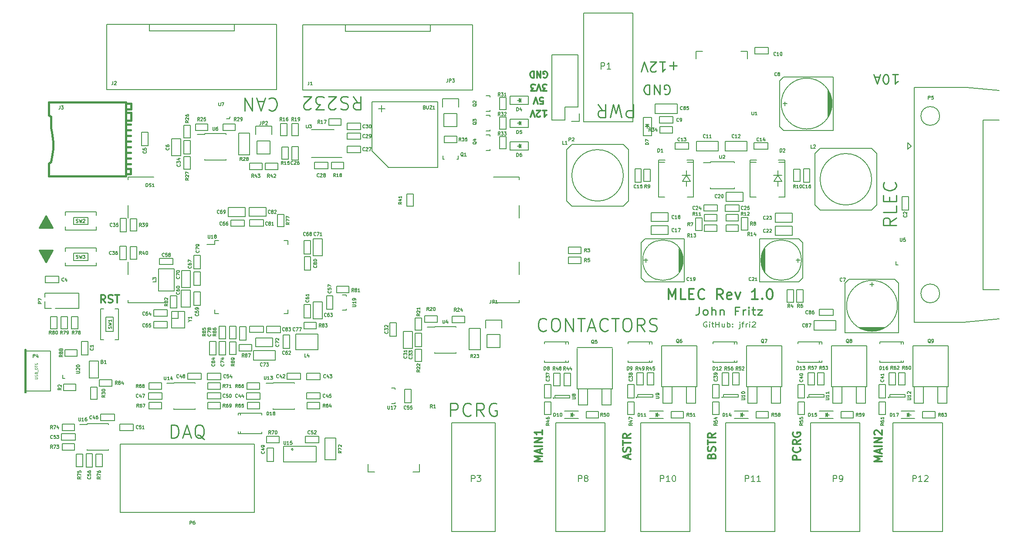
<source format=gbr>
G04 #@! TF.FileFunction,Legend,Top*
%FSLAX46Y46*%
G04 Gerber Fmt 4.6, Leading zero omitted, Abs format (unit mm)*
G04 Created by KiCad (PCBNEW 4.0.2-stable) date 4/19/2016 3:42:03 PM*
%MOMM*%
G01*
G04 APERTURE LIST*
%ADD10C,0.100000*%
%ADD11C,0.254000*%
%ADD12C,0.300000*%
%ADD13C,0.203200*%
%ADD14C,0.200000*%
%ADD15C,0.150000*%
%ADD16C,0.130000*%
%ADD17C,0.200660*%
%ADD18C,0.381000*%
%ADD19C,0.127140*%
%ADD20C,0.099060*%
G04 APERTURE END LIST*
D10*
D11*
X139034762Y-119259048D02*
X139034762Y-116719048D01*
X140002381Y-116719048D01*
X140244286Y-116840000D01*
X140365238Y-116960952D01*
X140486190Y-117202857D01*
X140486190Y-117565714D01*
X140365238Y-117807619D01*
X140244286Y-117928571D01*
X140002381Y-118049524D01*
X139034762Y-118049524D01*
X143026190Y-119017143D02*
X142905238Y-119138095D01*
X142542381Y-119259048D01*
X142300476Y-119259048D01*
X141937619Y-119138095D01*
X141695714Y-118896190D01*
X141574762Y-118654286D01*
X141453810Y-118170476D01*
X141453810Y-117807619D01*
X141574762Y-117323810D01*
X141695714Y-117081905D01*
X141937619Y-116840000D01*
X142300476Y-116719048D01*
X142542381Y-116719048D01*
X142905238Y-116840000D01*
X143026190Y-116960952D01*
X145566190Y-119259048D02*
X144719524Y-118049524D01*
X144114762Y-119259048D02*
X144114762Y-116719048D01*
X145082381Y-116719048D01*
X145324286Y-116840000D01*
X145445238Y-116960952D01*
X145566190Y-117202857D01*
X145566190Y-117565714D01*
X145445238Y-117807619D01*
X145324286Y-117928571D01*
X145082381Y-118049524D01*
X144114762Y-118049524D01*
X147985238Y-116840000D02*
X147743333Y-116719048D01*
X147380476Y-116719048D01*
X147017619Y-116840000D01*
X146775714Y-117081905D01*
X146654762Y-117323810D01*
X146533810Y-117807619D01*
X146533810Y-118170476D01*
X146654762Y-118654286D01*
X146775714Y-118896190D01*
X147017619Y-119138095D01*
X147380476Y-119259048D01*
X147622381Y-119259048D01*
X147985238Y-119138095D01*
X148106190Y-119017143D01*
X148106190Y-118170476D01*
X147622381Y-118170476D01*
D12*
X157159333Y-53328000D02*
X157277999Y-53387333D01*
X157455999Y-53387333D01*
X157633999Y-53328000D01*
X157752666Y-53209333D01*
X157811999Y-53090667D01*
X157871333Y-52853333D01*
X157871333Y-52675333D01*
X157811999Y-52438000D01*
X157752666Y-52319333D01*
X157633999Y-52200667D01*
X157455999Y-52141333D01*
X157337333Y-52141333D01*
X157159333Y-52200667D01*
X157099999Y-52260000D01*
X157099999Y-52675333D01*
X157337333Y-52675333D01*
X156565999Y-52141333D02*
X156565999Y-53387333D01*
X155853999Y-52141333D01*
X155853999Y-53387333D01*
X155260666Y-52141333D02*
X155260666Y-53387333D01*
X154964000Y-53387333D01*
X154786000Y-53328000D01*
X154667333Y-53209333D01*
X154608000Y-53090667D01*
X154548666Y-52853333D01*
X154548666Y-52675333D01*
X154608000Y-52438000D01*
X154667333Y-52319333D01*
X154786000Y-52200667D01*
X154964000Y-52141333D01*
X155260666Y-52141333D01*
X157752667Y-55927333D02*
X156981334Y-55927333D01*
X157396667Y-55452667D01*
X157218667Y-55452667D01*
X157100000Y-55393333D01*
X157040667Y-55334000D01*
X156981334Y-55215333D01*
X156981334Y-54918667D01*
X157040667Y-54800000D01*
X157100000Y-54740667D01*
X157218667Y-54681333D01*
X157574667Y-54681333D01*
X157693334Y-54740667D01*
X157752667Y-54800000D01*
X156625333Y-55927333D02*
X156210000Y-54681333D01*
X155794667Y-55927333D01*
X155498000Y-55927333D02*
X154726667Y-55927333D01*
X155142000Y-55452667D01*
X154964000Y-55452667D01*
X154845333Y-55393333D01*
X154786000Y-55334000D01*
X154726667Y-55215333D01*
X154726667Y-54918667D01*
X154786000Y-54800000D01*
X154845333Y-54740667D01*
X154964000Y-54681333D01*
X155320000Y-54681333D01*
X155438667Y-54740667D01*
X155498000Y-54800000D01*
X156447333Y-58467333D02*
X157040666Y-58467333D01*
X157100000Y-57874000D01*
X157040666Y-57933333D01*
X156922000Y-57992667D01*
X156625333Y-57992667D01*
X156506666Y-57933333D01*
X156447333Y-57874000D01*
X156388000Y-57755333D01*
X156388000Y-57458667D01*
X156447333Y-57340000D01*
X156506666Y-57280667D01*
X156625333Y-57221333D01*
X156922000Y-57221333D01*
X157040666Y-57280667D01*
X157100000Y-57340000D01*
X156031999Y-58467333D02*
X155616666Y-57221333D01*
X155201333Y-58467333D01*
X156981334Y-59761333D02*
X157693334Y-59761333D01*
X157337334Y-59761333D02*
X157337334Y-61007333D01*
X157456000Y-60829333D01*
X157574667Y-60710667D01*
X157693334Y-60651333D01*
X156506667Y-60888667D02*
X156447333Y-60948000D01*
X156328667Y-61007333D01*
X156032000Y-61007333D01*
X155913333Y-60948000D01*
X155854000Y-60888667D01*
X155794667Y-60770000D01*
X155794667Y-60651333D01*
X155854000Y-60473333D01*
X156566000Y-59761333D01*
X155794667Y-59761333D01*
X155438666Y-61007333D02*
X155023333Y-59761333D01*
X154608000Y-61007333D01*
X181452764Y-96550238D02*
X181452764Y-94518238D01*
X182130097Y-95969667D01*
X182807430Y-94518238D01*
X182807430Y-96550238D01*
X184742669Y-96550238D02*
X183775050Y-96550238D01*
X183775050Y-94518238D01*
X185420002Y-95485857D02*
X186097335Y-95485857D01*
X186387621Y-96550238D02*
X185420002Y-96550238D01*
X185420002Y-94518238D01*
X186387621Y-94518238D01*
X188419620Y-96356714D02*
X188322858Y-96453476D01*
X188032573Y-96550238D01*
X187839049Y-96550238D01*
X187548763Y-96453476D01*
X187355239Y-96259952D01*
X187258478Y-96066429D01*
X187161716Y-95679381D01*
X187161716Y-95389095D01*
X187258478Y-95002048D01*
X187355239Y-94808524D01*
X187548763Y-94615000D01*
X187839049Y-94518238D01*
X188032573Y-94518238D01*
X188322858Y-94615000D01*
X188419620Y-94711762D01*
X191999810Y-96550238D02*
X191322477Y-95582619D01*
X190838668Y-96550238D02*
X190838668Y-94518238D01*
X191612763Y-94518238D01*
X191806287Y-94615000D01*
X191903048Y-94711762D01*
X191999810Y-94905286D01*
X191999810Y-95195571D01*
X191903048Y-95389095D01*
X191806287Y-95485857D01*
X191612763Y-95582619D01*
X190838668Y-95582619D01*
X193644763Y-96453476D02*
X193451239Y-96550238D01*
X193064191Y-96550238D01*
X192870668Y-96453476D01*
X192773906Y-96259952D01*
X192773906Y-95485857D01*
X192870668Y-95292333D01*
X193064191Y-95195571D01*
X193451239Y-95195571D01*
X193644763Y-95292333D01*
X193741525Y-95485857D01*
X193741525Y-95679381D01*
X192773906Y-95872905D01*
X194418858Y-95195571D02*
X194902667Y-96550238D01*
X195386477Y-95195571D01*
X198773142Y-96550238D02*
X197612000Y-96550238D01*
X198192571Y-96550238D02*
X198192571Y-94518238D01*
X197999047Y-94808524D01*
X197805523Y-95002048D01*
X197612000Y-95098810D01*
X199644000Y-96356714D02*
X199740761Y-96453476D01*
X199644000Y-96550238D01*
X199547238Y-96453476D01*
X199644000Y-96356714D01*
X199644000Y-96550238D01*
X200998666Y-94518238D02*
X201192190Y-94518238D01*
X201385714Y-94615000D01*
X201482476Y-94711762D01*
X201579238Y-94905286D01*
X201675999Y-95292333D01*
X201675999Y-95776143D01*
X201579238Y-96163190D01*
X201482476Y-96356714D01*
X201385714Y-96453476D01*
X201192190Y-96550238D01*
X200998666Y-96550238D01*
X200805142Y-96453476D01*
X200708380Y-96356714D01*
X200611619Y-96163190D01*
X200514857Y-95776143D01*
X200514857Y-95292333D01*
X200611619Y-94905286D01*
X200708380Y-94711762D01*
X200805142Y-94615000D01*
X200998666Y-94518238D01*
X71949572Y-97198571D02*
X71449572Y-96484286D01*
X71092429Y-97198571D02*
X71092429Y-95698571D01*
X71663857Y-95698571D01*
X71806715Y-95770000D01*
X71878143Y-95841429D01*
X71949572Y-95984286D01*
X71949572Y-96198571D01*
X71878143Y-96341429D01*
X71806715Y-96412857D01*
X71663857Y-96484286D01*
X71092429Y-96484286D01*
X72521000Y-97127143D02*
X72735286Y-97198571D01*
X73092429Y-97198571D01*
X73235286Y-97127143D01*
X73306715Y-97055714D01*
X73378143Y-96912857D01*
X73378143Y-96770000D01*
X73306715Y-96627143D01*
X73235286Y-96555714D01*
X73092429Y-96484286D01*
X72806715Y-96412857D01*
X72663857Y-96341429D01*
X72592429Y-96270000D01*
X72521000Y-96127143D01*
X72521000Y-95984286D01*
X72592429Y-95841429D01*
X72663857Y-95770000D01*
X72806715Y-95698571D01*
X73163857Y-95698571D01*
X73378143Y-95770000D01*
X73806714Y-95698571D02*
X74663857Y-95698571D01*
X74235286Y-97198571D02*
X74235286Y-95698571D01*
D13*
X188879886Y-100965000D02*
X188770895Y-100916619D01*
X188607410Y-100916619D01*
X188443924Y-100965000D01*
X188334933Y-101061762D01*
X188280438Y-101158524D01*
X188225943Y-101352048D01*
X188225943Y-101497190D01*
X188280438Y-101690714D01*
X188334933Y-101787476D01*
X188443924Y-101884238D01*
X188607410Y-101932619D01*
X188716400Y-101932619D01*
X188879886Y-101884238D01*
X188934381Y-101835857D01*
X188934381Y-101497190D01*
X188716400Y-101497190D01*
X189424838Y-101932619D02*
X189424838Y-101255286D01*
X189424838Y-100916619D02*
X189370343Y-100965000D01*
X189424838Y-101013381D01*
X189479333Y-100965000D01*
X189424838Y-100916619D01*
X189424838Y-101013381D01*
X189806304Y-101255286D02*
X190242266Y-101255286D01*
X189969790Y-100916619D02*
X189969790Y-101787476D01*
X190024285Y-101884238D01*
X190133276Y-101932619D01*
X190242266Y-101932619D01*
X190623733Y-101932619D02*
X190623733Y-100916619D01*
X190623733Y-101400429D02*
X191277676Y-101400429D01*
X191277676Y-101932619D02*
X191277676Y-100916619D01*
X192313085Y-101255286D02*
X192313085Y-101932619D01*
X191822628Y-101255286D02*
X191822628Y-101787476D01*
X191877123Y-101884238D01*
X191986114Y-101932619D01*
X192149600Y-101932619D01*
X192258590Y-101884238D01*
X192313085Y-101835857D01*
X192858038Y-101932619D02*
X192858038Y-100916619D01*
X192858038Y-101303667D02*
X192967029Y-101255286D01*
X193185010Y-101255286D01*
X193294000Y-101303667D01*
X193348495Y-101352048D01*
X193402991Y-101448810D01*
X193402991Y-101739095D01*
X193348495Y-101835857D01*
X193294000Y-101884238D01*
X193185010Y-101932619D01*
X192967029Y-101932619D01*
X192858038Y-101884238D01*
X193893448Y-101835857D02*
X193947943Y-101884238D01*
X193893448Y-101932619D01*
X193838953Y-101884238D01*
X193893448Y-101835857D01*
X193893448Y-101932619D01*
X193893448Y-101303667D02*
X193947943Y-101352048D01*
X193893448Y-101400429D01*
X193838953Y-101352048D01*
X193893448Y-101303667D01*
X193893448Y-101400429D01*
X195310324Y-101255286D02*
X195310324Y-102126143D01*
X195255829Y-102222905D01*
X195146838Y-102271286D01*
X195092343Y-102271286D01*
X195310324Y-100916619D02*
X195255829Y-100965000D01*
X195310324Y-101013381D01*
X195364819Y-100965000D01*
X195310324Y-100916619D01*
X195310324Y-101013381D01*
X195691790Y-101255286D02*
X196127752Y-101255286D01*
X195855276Y-101932619D02*
X195855276Y-101061762D01*
X195909771Y-100965000D01*
X196018762Y-100916619D01*
X196127752Y-100916619D01*
X196509219Y-101932619D02*
X196509219Y-101255286D01*
X196509219Y-101448810D02*
X196563714Y-101352048D01*
X196618210Y-101303667D01*
X196727200Y-101255286D01*
X196836191Y-101255286D01*
X197217657Y-101932619D02*
X197217657Y-101255286D01*
X197217657Y-100916619D02*
X197163162Y-100965000D01*
X197217657Y-101013381D01*
X197272152Y-100965000D01*
X197217657Y-100916619D01*
X197217657Y-101013381D01*
X197708114Y-101013381D02*
X197762609Y-100965000D01*
X197871600Y-100916619D01*
X198144076Y-100916619D01*
X198253066Y-100965000D01*
X198307562Y-101013381D01*
X198362057Y-101110143D01*
X198362057Y-101206905D01*
X198307562Y-101352048D01*
X197653619Y-101932619D01*
X198362057Y-101932619D01*
D11*
X187367332Y-98043571D02*
X187367332Y-99115000D01*
X187282666Y-99329286D01*
X187113332Y-99472143D01*
X186859332Y-99543571D01*
X186689999Y-99543571D01*
X188467999Y-99543571D02*
X188298666Y-99472143D01*
X188213999Y-99400714D01*
X188129333Y-99257857D01*
X188129333Y-98829286D01*
X188213999Y-98686429D01*
X188298666Y-98615000D01*
X188467999Y-98543571D01*
X188721999Y-98543571D01*
X188891333Y-98615000D01*
X188975999Y-98686429D01*
X189060666Y-98829286D01*
X189060666Y-99257857D01*
X188975999Y-99400714D01*
X188891333Y-99472143D01*
X188721999Y-99543571D01*
X188467999Y-99543571D01*
X189822666Y-99543571D02*
X189822666Y-98043571D01*
X190584666Y-99543571D02*
X190584666Y-98757857D01*
X190500000Y-98615000D01*
X190330666Y-98543571D01*
X190076666Y-98543571D01*
X189907333Y-98615000D01*
X189822666Y-98686429D01*
X191431333Y-98543571D02*
X191431333Y-99543571D01*
X191431333Y-98686429D02*
X191516000Y-98615000D01*
X191685333Y-98543571D01*
X191939333Y-98543571D01*
X192108667Y-98615000D01*
X192193333Y-98757857D01*
X192193333Y-99543571D01*
X194987334Y-98757857D02*
X194394667Y-98757857D01*
X194394667Y-99543571D02*
X194394667Y-98043571D01*
X195241334Y-98043571D01*
X195918667Y-99543571D02*
X195918667Y-98543571D01*
X195918667Y-98829286D02*
X196003334Y-98686429D01*
X196088001Y-98615000D01*
X196257334Y-98543571D01*
X196426667Y-98543571D01*
X197019334Y-99543571D02*
X197019334Y-98543571D01*
X197019334Y-98043571D02*
X196934668Y-98115000D01*
X197019334Y-98186429D01*
X197104001Y-98115000D01*
X197019334Y-98043571D01*
X197019334Y-98186429D01*
X197612001Y-98543571D02*
X198289335Y-98543571D01*
X197866001Y-98043571D02*
X197866001Y-99329286D01*
X197950668Y-99472143D01*
X198120001Y-99543571D01*
X198289335Y-99543571D01*
X198712668Y-98543571D02*
X199644001Y-98543571D01*
X198712668Y-99543571D01*
X199644001Y-99543571D01*
D14*
X86106000Y-100266500D02*
X84836000Y-100266500D01*
X86106000Y-100203000D02*
X86106000Y-100266500D01*
X86106000Y-98869500D02*
X86106000Y-100203000D01*
D11*
X120129906Y-57016952D02*
X120976572Y-58226476D01*
X121581334Y-57016952D02*
X121581334Y-59556952D01*
X120613715Y-59556952D01*
X120371810Y-59436000D01*
X120250858Y-59315048D01*
X120129906Y-59073143D01*
X120129906Y-58710286D01*
X120250858Y-58468381D01*
X120371810Y-58347429D01*
X120613715Y-58226476D01*
X121581334Y-58226476D01*
X119162286Y-57137905D02*
X118799429Y-57016952D01*
X118194667Y-57016952D01*
X117952763Y-57137905D01*
X117831810Y-57258857D01*
X117710858Y-57500762D01*
X117710858Y-57742667D01*
X117831810Y-57984571D01*
X117952763Y-58105524D01*
X118194667Y-58226476D01*
X118678477Y-58347429D01*
X118920382Y-58468381D01*
X119041334Y-58589333D01*
X119162286Y-58831238D01*
X119162286Y-59073143D01*
X119041334Y-59315048D01*
X118920382Y-59436000D01*
X118678477Y-59556952D01*
X118073715Y-59556952D01*
X117710858Y-59436000D01*
X116743238Y-59315048D02*
X116622286Y-59436000D01*
X116380381Y-59556952D01*
X115775619Y-59556952D01*
X115533715Y-59436000D01*
X115412762Y-59315048D01*
X115291810Y-59073143D01*
X115291810Y-58831238D01*
X115412762Y-58468381D01*
X116864191Y-57016952D01*
X115291810Y-57016952D01*
X114445143Y-59556952D02*
X112872762Y-59556952D01*
X113719429Y-58589333D01*
X113356571Y-58589333D01*
X113114667Y-58468381D01*
X112993714Y-58347429D01*
X112872762Y-58105524D01*
X112872762Y-57500762D01*
X112993714Y-57258857D01*
X113114667Y-57137905D01*
X113356571Y-57016952D01*
X114082286Y-57016952D01*
X114324190Y-57137905D01*
X114445143Y-57258857D01*
X111905142Y-59315048D02*
X111784190Y-59436000D01*
X111542285Y-59556952D01*
X110937523Y-59556952D01*
X110695619Y-59436000D01*
X110574666Y-59315048D01*
X110453714Y-59073143D01*
X110453714Y-58831238D01*
X110574666Y-58468381D01*
X112026095Y-57016952D01*
X110453714Y-57016952D01*
D12*
X61594857Y-87177714D02*
X61594857Y-87034857D01*
X61452000Y-87463429D02*
X61452000Y-87034857D01*
X61309143Y-87749143D02*
X61309143Y-87034857D01*
X61166286Y-88034857D02*
X61166286Y-87034857D01*
X61023429Y-88177714D02*
X61023429Y-87034857D01*
X60880572Y-88463429D02*
X60880572Y-87034857D01*
X60737714Y-88749143D02*
X60737714Y-87034857D01*
X60594857Y-89034857D02*
X60594857Y-87034857D01*
X60452000Y-89320571D02*
X60452000Y-87034857D01*
X60309143Y-89034857D02*
X60309143Y-87034857D01*
X60166286Y-88749143D02*
X60166286Y-87034857D01*
X60023429Y-88463429D02*
X60023429Y-87034857D01*
X59880572Y-88177714D02*
X59880572Y-87034857D01*
X59737714Y-88034857D02*
X59737714Y-87034857D01*
X59594857Y-87749143D02*
X59594857Y-87034857D01*
X59452000Y-87463429D02*
X59452000Y-87034857D01*
X59309143Y-87034857D02*
X60452000Y-89177714D01*
X61594857Y-87034857D01*
X59309143Y-87177714D02*
X59309143Y-87034857D01*
X60452000Y-89320571D02*
X59166286Y-87034857D01*
X61737714Y-87034857D01*
X60452000Y-89320571D01*
X59309143Y-82494286D02*
X59309143Y-82637143D01*
X59452000Y-82208571D02*
X59452000Y-82637143D01*
X59594857Y-81922857D02*
X59594857Y-82637143D01*
X59737714Y-81637143D02*
X59737714Y-82637143D01*
X59880571Y-81494286D02*
X59880571Y-82637143D01*
X60023428Y-81208571D02*
X60023428Y-82637143D01*
X60166286Y-80922857D02*
X60166286Y-82637143D01*
X60309143Y-80637143D02*
X60309143Y-82637143D01*
X60452000Y-80351429D02*
X60452000Y-82637143D01*
X60594857Y-80637143D02*
X60594857Y-82637143D01*
X60737714Y-80922857D02*
X60737714Y-82637143D01*
X60880571Y-81208571D02*
X60880571Y-82637143D01*
X61023428Y-81494286D02*
X61023428Y-82637143D01*
X61166286Y-81637143D02*
X61166286Y-82637143D01*
X61309143Y-81922857D02*
X61309143Y-82637143D01*
X61452000Y-82208571D02*
X61452000Y-82637143D01*
X61594857Y-82637143D02*
X60452000Y-80494286D01*
X59309143Y-82637143D01*
X61594857Y-82494286D02*
X61594857Y-82637143D01*
X60452000Y-80351429D02*
X61737714Y-82637143D01*
X59166286Y-82637143D01*
X60452000Y-80351429D01*
D11*
X224953285Y-52732214D02*
X226041857Y-52732214D01*
X225497571Y-52732214D02*
X225497571Y-54637214D01*
X225679000Y-54365071D01*
X225860428Y-54183643D01*
X226041857Y-54092929D01*
X223773999Y-54637214D02*
X223592571Y-54637214D01*
X223411142Y-54546500D01*
X223320428Y-54455786D01*
X223229714Y-54274357D01*
X223138999Y-53911500D01*
X223138999Y-53457929D01*
X223229714Y-53095071D01*
X223320428Y-52913643D01*
X223411142Y-52822929D01*
X223592571Y-52732214D01*
X223773999Y-52732214D01*
X223955428Y-52822929D01*
X224046142Y-52913643D01*
X224136857Y-53095071D01*
X224227571Y-53457929D01*
X224227571Y-53911500D01*
X224136857Y-54274357D01*
X224046142Y-54455786D01*
X223955428Y-54546500D01*
X223773999Y-54637214D01*
X222413285Y-53276500D02*
X221506142Y-53276500D01*
X222594713Y-52732214D02*
X221959713Y-54637214D01*
X221324713Y-52732214D01*
X180648428Y-56578500D02*
X180829857Y-56669214D01*
X181102000Y-56669214D01*
X181374143Y-56578500D01*
X181555571Y-56397071D01*
X181646286Y-56215643D01*
X181737000Y-55852786D01*
X181737000Y-55580643D01*
X181646286Y-55217786D01*
X181555571Y-55036357D01*
X181374143Y-54854929D01*
X181102000Y-54764214D01*
X180920571Y-54764214D01*
X180648428Y-54854929D01*
X180557714Y-54945643D01*
X180557714Y-55580643D01*
X180920571Y-55580643D01*
X179741286Y-54764214D02*
X179741286Y-56669214D01*
X178652714Y-54764214D01*
X178652714Y-56669214D01*
X177745572Y-54764214D02*
X177745572Y-56669214D01*
X177292000Y-56669214D01*
X177019857Y-56578500D01*
X176838429Y-56397071D01*
X176747714Y-56215643D01*
X176657000Y-55852786D01*
X176657000Y-55580643D01*
X176747714Y-55217786D01*
X176838429Y-55036357D01*
X177019857Y-54854929D01*
X177292000Y-54764214D01*
X177745572Y-54764214D01*
X183061429Y-51044929D02*
X181610000Y-51044929D01*
X182335714Y-50319214D02*
X182335714Y-51770643D01*
X179705000Y-50319214D02*
X180793572Y-50319214D01*
X180249286Y-50319214D02*
X180249286Y-52224214D01*
X180430715Y-51952071D01*
X180612143Y-51770643D01*
X180793572Y-51679929D01*
X178979286Y-52042786D02*
X178888572Y-52133500D01*
X178707143Y-52224214D01*
X178253572Y-52224214D01*
X178072143Y-52133500D01*
X177981429Y-52042786D01*
X177890714Y-51861357D01*
X177890714Y-51679929D01*
X177981429Y-51407786D01*
X179070000Y-50319214D01*
X177890714Y-50319214D01*
X177346428Y-52224214D02*
X176711428Y-50319214D01*
X176076428Y-52224214D01*
X174582666Y-58540952D02*
X174582666Y-61080952D01*
X173615047Y-61080952D01*
X173373142Y-60960000D01*
X173252190Y-60839048D01*
X173131238Y-60597143D01*
X173131238Y-60234286D01*
X173252190Y-59992381D01*
X173373142Y-59871429D01*
X173615047Y-59750476D01*
X174582666Y-59750476D01*
X172284571Y-61080952D02*
X171679809Y-58540952D01*
X171195999Y-60355238D01*
X170712190Y-58540952D01*
X170107428Y-61080952D01*
X167688381Y-58540952D02*
X168535047Y-59750476D01*
X169139809Y-58540952D02*
X169139809Y-61080952D01*
X168172190Y-61080952D01*
X167930285Y-60960000D01*
X167809333Y-60839048D01*
X167688381Y-60597143D01*
X167688381Y-60234286D01*
X167809333Y-59992381D01*
X167930285Y-59871429D01*
X168172190Y-59750476D01*
X169139809Y-59750476D01*
X103740857Y-57512857D02*
X103861809Y-57391905D01*
X104224666Y-57270952D01*
X104466571Y-57270952D01*
X104829428Y-57391905D01*
X105071333Y-57633810D01*
X105192285Y-57875714D01*
X105313237Y-58359524D01*
X105313237Y-58722381D01*
X105192285Y-59206190D01*
X105071333Y-59448095D01*
X104829428Y-59690000D01*
X104466571Y-59810952D01*
X104224666Y-59810952D01*
X103861809Y-59690000D01*
X103740857Y-59569048D01*
X102773237Y-57996667D02*
X101563714Y-57996667D01*
X103015142Y-57270952D02*
X102168476Y-59810952D01*
X101321809Y-57270952D01*
X100475142Y-57270952D02*
X100475142Y-59810952D01*
X99023714Y-57270952D01*
X99023714Y-59810952D01*
X84774315Y-123500848D02*
X84774315Y-120960848D01*
X85379077Y-120960848D01*
X85741934Y-121081800D01*
X85983839Y-121323705D01*
X86104791Y-121565610D01*
X86225743Y-122049419D01*
X86225743Y-122412276D01*
X86104791Y-122896086D01*
X85983839Y-123137990D01*
X85741934Y-123379895D01*
X85379077Y-123500848D01*
X84774315Y-123500848D01*
X87193363Y-122775133D02*
X88402886Y-122775133D01*
X86951458Y-123500848D02*
X87798124Y-120960848D01*
X88644791Y-123500848D01*
X91184791Y-123742752D02*
X90942886Y-123621800D01*
X90700982Y-123379895D01*
X90338125Y-123017038D01*
X90096220Y-122896086D01*
X89854315Y-122896086D01*
X89975267Y-123500848D02*
X89733363Y-123379895D01*
X89491458Y-123137990D01*
X89370506Y-122654181D01*
X89370506Y-121807514D01*
X89491458Y-121323705D01*
X89733363Y-121081800D01*
X89975267Y-120960848D01*
X90459077Y-120960848D01*
X90700982Y-121081800D01*
X90942886Y-121323705D01*
X91063839Y-121807514D01*
X91063839Y-122654181D01*
X90942886Y-123137990D01*
X90700982Y-123379895D01*
X90459077Y-123500848D01*
X89975267Y-123500848D01*
X225685048Y-80638952D02*
X224475524Y-81485618D01*
X225685048Y-82090380D02*
X223145048Y-82090380D01*
X223145048Y-81122761D01*
X223266000Y-80880856D01*
X223386952Y-80759904D01*
X223628857Y-80638952D01*
X223991714Y-80638952D01*
X224233619Y-80759904D01*
X224354571Y-80880856D01*
X224475524Y-81122761D01*
X224475524Y-82090380D01*
X225685048Y-78340856D02*
X225685048Y-79550380D01*
X223145048Y-79550380D01*
X224354571Y-77494190D02*
X224354571Y-76647523D01*
X225685048Y-76284666D02*
X225685048Y-77494190D01*
X223145048Y-77494190D01*
X223145048Y-76284666D01*
X225443143Y-73744667D02*
X225564095Y-73865619D01*
X225685048Y-74228476D01*
X225685048Y-74470381D01*
X225564095Y-74833238D01*
X225322190Y-75075143D01*
X225080286Y-75196095D01*
X224596476Y-75317047D01*
X224233619Y-75317047D01*
X223749810Y-75196095D01*
X223507905Y-75075143D01*
X223266000Y-74833238D01*
X223145048Y-74470381D01*
X223145048Y-74228476D01*
X223266000Y-73865619D01*
X223386952Y-73744667D01*
X157661429Y-102507143D02*
X157540477Y-102628095D01*
X157177620Y-102749048D01*
X156935715Y-102749048D01*
X156572858Y-102628095D01*
X156330953Y-102386190D01*
X156210001Y-102144286D01*
X156089049Y-101660476D01*
X156089049Y-101297619D01*
X156210001Y-100813810D01*
X156330953Y-100571905D01*
X156572858Y-100330000D01*
X156935715Y-100209048D01*
X157177620Y-100209048D01*
X157540477Y-100330000D01*
X157661429Y-100450952D01*
X159233810Y-100209048D02*
X159717620Y-100209048D01*
X159959525Y-100330000D01*
X160201429Y-100571905D01*
X160322382Y-101055714D01*
X160322382Y-101902381D01*
X160201429Y-102386190D01*
X159959525Y-102628095D01*
X159717620Y-102749048D01*
X159233810Y-102749048D01*
X158991906Y-102628095D01*
X158750001Y-102386190D01*
X158629049Y-101902381D01*
X158629049Y-101055714D01*
X158750001Y-100571905D01*
X158991906Y-100330000D01*
X159233810Y-100209048D01*
X161410953Y-102749048D02*
X161410953Y-100209048D01*
X162862381Y-102749048D01*
X162862381Y-100209048D01*
X163709048Y-100209048D02*
X165160476Y-100209048D01*
X164434762Y-102749048D02*
X164434762Y-100209048D01*
X165886191Y-102023333D02*
X167095714Y-102023333D01*
X165644286Y-102749048D02*
X166490952Y-100209048D01*
X167337619Y-102749048D01*
X169635714Y-102507143D02*
X169514762Y-102628095D01*
X169151905Y-102749048D01*
X168910000Y-102749048D01*
X168547143Y-102628095D01*
X168305238Y-102386190D01*
X168184286Y-102144286D01*
X168063334Y-101660476D01*
X168063334Y-101297619D01*
X168184286Y-100813810D01*
X168305238Y-100571905D01*
X168547143Y-100330000D01*
X168910000Y-100209048D01*
X169151905Y-100209048D01*
X169514762Y-100330000D01*
X169635714Y-100450952D01*
X170361429Y-100209048D02*
X171812857Y-100209048D01*
X171087143Y-102749048D02*
X171087143Y-100209048D01*
X173143333Y-100209048D02*
X173627143Y-100209048D01*
X173869048Y-100330000D01*
X174110952Y-100571905D01*
X174231905Y-101055714D01*
X174231905Y-101902381D01*
X174110952Y-102386190D01*
X173869048Y-102628095D01*
X173627143Y-102749048D01*
X173143333Y-102749048D01*
X172901429Y-102628095D01*
X172659524Y-102386190D01*
X172538572Y-101902381D01*
X172538572Y-101055714D01*
X172659524Y-100571905D01*
X172901429Y-100330000D01*
X173143333Y-100209048D01*
X176771904Y-102749048D02*
X175925238Y-101539524D01*
X175320476Y-102749048D02*
X175320476Y-100209048D01*
X176288095Y-100209048D01*
X176530000Y-100330000D01*
X176650952Y-100450952D01*
X176771904Y-100692857D01*
X176771904Y-101055714D01*
X176650952Y-101297619D01*
X176530000Y-101418571D01*
X176288095Y-101539524D01*
X175320476Y-101539524D01*
X177739524Y-102628095D02*
X178102381Y-102749048D01*
X178707143Y-102749048D01*
X178949047Y-102628095D01*
X179070000Y-102507143D01*
X179190952Y-102265238D01*
X179190952Y-102023333D01*
X179070000Y-101781429D01*
X178949047Y-101660476D01*
X178707143Y-101539524D01*
X178223333Y-101418571D01*
X177981428Y-101297619D01*
X177860476Y-101176667D01*
X177739524Y-100934762D01*
X177739524Y-100692857D01*
X177860476Y-100450952D01*
X177981428Y-100330000D01*
X178223333Y-100209048D01*
X178828095Y-100209048D01*
X179190952Y-100330000D01*
D12*
X189757857Y-127023571D02*
X189829286Y-126809285D01*
X189900714Y-126737857D01*
X190043571Y-126666428D01*
X190257857Y-126666428D01*
X190400714Y-126737857D01*
X190472143Y-126809285D01*
X190543571Y-126952143D01*
X190543571Y-127523571D01*
X189043571Y-127523571D01*
X189043571Y-127023571D01*
X189115000Y-126880714D01*
X189186429Y-126809285D01*
X189329286Y-126737857D01*
X189472143Y-126737857D01*
X189615000Y-126809285D01*
X189686429Y-126880714D01*
X189757857Y-127023571D01*
X189757857Y-127523571D01*
X190472143Y-126095000D02*
X190543571Y-125880714D01*
X190543571Y-125523571D01*
X190472143Y-125380714D01*
X190400714Y-125309285D01*
X190257857Y-125237857D01*
X190115000Y-125237857D01*
X189972143Y-125309285D01*
X189900714Y-125380714D01*
X189829286Y-125523571D01*
X189757857Y-125809285D01*
X189686429Y-125952143D01*
X189615000Y-126023571D01*
X189472143Y-126095000D01*
X189329286Y-126095000D01*
X189186429Y-126023571D01*
X189115000Y-125952143D01*
X189043571Y-125809285D01*
X189043571Y-125452143D01*
X189115000Y-125237857D01*
X189043571Y-124809286D02*
X189043571Y-123952143D01*
X190543571Y-124380714D02*
X189043571Y-124380714D01*
X190543571Y-122595000D02*
X189829286Y-123095000D01*
X190543571Y-123452143D02*
X189043571Y-123452143D01*
X189043571Y-122880715D01*
X189115000Y-122737857D01*
X189186429Y-122666429D01*
X189329286Y-122595000D01*
X189543571Y-122595000D01*
X189686429Y-122666429D01*
X189757857Y-122737857D01*
X189829286Y-122880715D01*
X189829286Y-123452143D01*
X222928571Y-128095000D02*
X221428571Y-128095000D01*
X222500000Y-127595000D01*
X221428571Y-127095000D01*
X222928571Y-127095000D01*
X222500000Y-126452143D02*
X222500000Y-125737857D01*
X222928571Y-126595000D02*
X221428571Y-126095000D01*
X222928571Y-125595000D01*
X222928571Y-125095000D02*
X221428571Y-125095000D01*
X222928571Y-124380714D02*
X221428571Y-124380714D01*
X222928571Y-123523571D01*
X221428571Y-123523571D01*
X221571429Y-122880714D02*
X221500000Y-122809285D01*
X221428571Y-122666428D01*
X221428571Y-122309285D01*
X221500000Y-122166428D01*
X221571429Y-122094999D01*
X221714286Y-122023571D01*
X221857143Y-122023571D01*
X222071429Y-122094999D01*
X222928571Y-122952142D01*
X222928571Y-122023571D01*
X207053571Y-127737857D02*
X205553571Y-127737857D01*
X205553571Y-127166429D01*
X205625000Y-127023571D01*
X205696429Y-126952143D01*
X205839286Y-126880714D01*
X206053571Y-126880714D01*
X206196429Y-126952143D01*
X206267857Y-127023571D01*
X206339286Y-127166429D01*
X206339286Y-127737857D01*
X206910714Y-125380714D02*
X206982143Y-125452143D01*
X207053571Y-125666429D01*
X207053571Y-125809286D01*
X206982143Y-126023571D01*
X206839286Y-126166429D01*
X206696429Y-126237857D01*
X206410714Y-126309286D01*
X206196429Y-126309286D01*
X205910714Y-126237857D01*
X205767857Y-126166429D01*
X205625000Y-126023571D01*
X205553571Y-125809286D01*
X205553571Y-125666429D01*
X205625000Y-125452143D01*
X205696429Y-125380714D01*
X207053571Y-123880714D02*
X206339286Y-124380714D01*
X207053571Y-124737857D02*
X205553571Y-124737857D01*
X205553571Y-124166429D01*
X205625000Y-124023571D01*
X205696429Y-123952143D01*
X205839286Y-123880714D01*
X206053571Y-123880714D01*
X206196429Y-123952143D01*
X206267857Y-124023571D01*
X206339286Y-124166429D01*
X206339286Y-124737857D01*
X205625000Y-122452143D02*
X205553571Y-122595000D01*
X205553571Y-122809286D01*
X205625000Y-123023571D01*
X205767857Y-123166429D01*
X205910714Y-123237857D01*
X206196429Y-123309286D01*
X206410714Y-123309286D01*
X206696429Y-123237857D01*
X206839286Y-123166429D01*
X206982143Y-123023571D01*
X207053571Y-122809286D01*
X207053571Y-122666429D01*
X206982143Y-122452143D01*
X206910714Y-122380714D01*
X206410714Y-122380714D01*
X206410714Y-122666429D01*
X173605000Y-127487857D02*
X173605000Y-126773571D01*
X174033571Y-127630714D02*
X172533571Y-127130714D01*
X174033571Y-126630714D01*
X173962143Y-126202143D02*
X174033571Y-125987857D01*
X174033571Y-125630714D01*
X173962143Y-125487857D01*
X173890714Y-125416428D01*
X173747857Y-125345000D01*
X173605000Y-125345000D01*
X173462143Y-125416428D01*
X173390714Y-125487857D01*
X173319286Y-125630714D01*
X173247857Y-125916428D01*
X173176429Y-126059286D01*
X173105000Y-126130714D01*
X172962143Y-126202143D01*
X172819286Y-126202143D01*
X172676429Y-126130714D01*
X172605000Y-126059286D01*
X172533571Y-125916428D01*
X172533571Y-125559286D01*
X172605000Y-125345000D01*
X172533571Y-124916429D02*
X172533571Y-124059286D01*
X174033571Y-124487857D02*
X172533571Y-124487857D01*
X174033571Y-122702143D02*
X173319286Y-123202143D01*
X174033571Y-123559286D02*
X172533571Y-123559286D01*
X172533571Y-122987858D01*
X172605000Y-122845000D01*
X172676429Y-122773572D01*
X172819286Y-122702143D01*
X173033571Y-122702143D01*
X173176429Y-122773572D01*
X173247857Y-122845000D01*
X173319286Y-122987858D01*
X173319286Y-123559286D01*
X156888571Y-128095000D02*
X155388571Y-128095000D01*
X156460000Y-127595000D01*
X155388571Y-127095000D01*
X156888571Y-127095000D01*
X156460000Y-126452143D02*
X156460000Y-125737857D01*
X156888571Y-126595000D02*
X155388571Y-126095000D01*
X156888571Y-125595000D01*
X156888571Y-125095000D02*
X155388571Y-125095000D01*
X156888571Y-124380714D02*
X155388571Y-124380714D01*
X156888571Y-123523571D01*
X155388571Y-123523571D01*
X156888571Y-122023571D02*
X156888571Y-122880714D01*
X156888571Y-122452142D02*
X155388571Y-122452142D01*
X155602857Y-122594999D01*
X155745714Y-122737857D01*
X155817143Y-122880714D01*
D15*
X100012500Y-64198500D02*
X99949000Y-64198500D01*
X100012500Y-68389500D02*
X100012500Y-64198500D01*
X99949000Y-68389500D02*
X100012500Y-68389500D01*
X97853500Y-68389500D02*
X99949000Y-68389500D01*
X97853500Y-64198500D02*
X97853500Y-68389500D01*
X99949000Y-64198500D02*
X97853500Y-64198500D01*
X60160000Y-95309000D02*
X60160000Y-96109000D01*
X66810000Y-95309000D02*
X60160000Y-95309000D01*
X66810000Y-95309000D02*
X66810000Y-98259000D01*
X66810000Y-98259000D02*
X62260000Y-98259000D01*
X60160000Y-96909000D02*
X60160000Y-98259000D01*
X60160000Y-98259000D02*
X61460000Y-98259000D01*
X128285240Y-116615160D02*
X128285240Y-116566900D01*
X127584200Y-113816180D02*
X128285240Y-113816180D01*
X128285240Y-113816180D02*
X128285240Y-114065100D01*
X128285240Y-116615160D02*
X128285240Y-116815820D01*
X128285240Y-116815820D02*
X127584200Y-116815820D01*
X93205000Y-85077000D02*
X93205000Y-85837000D01*
X107455000Y-85077000D02*
X107455000Y-85837000D01*
X107455000Y-99327000D02*
X107455000Y-98567000D01*
X93205000Y-99327000D02*
X93205000Y-98567000D01*
X93205000Y-85077000D02*
X93965000Y-85077000D01*
X93205000Y-99327000D02*
X93965000Y-99327000D01*
X107455000Y-99327000D02*
X106695000Y-99327000D01*
X107455000Y-85077000D02*
X106695000Y-85077000D01*
X93205000Y-85837000D02*
X91680000Y-85837000D01*
X148717000Y-103378000D02*
X148717000Y-105918000D01*
X148997000Y-100558000D02*
X148997000Y-102108000D01*
X148717000Y-103378000D02*
X146177000Y-103378000D01*
X145897000Y-102108000D02*
X145897000Y-100558000D01*
X145897000Y-100558000D02*
X148997000Y-100558000D01*
X146177000Y-103378000D02*
X146177000Y-105918000D01*
X146177000Y-105918000D02*
X148717000Y-105918000D01*
D16*
X130175000Y-113995200D02*
X131419600Y-113995200D01*
X131419600Y-113995200D02*
X131419600Y-116636800D01*
X131419600Y-116636800D02*
X130175000Y-116636800D01*
X130175000Y-116636800D02*
X130175000Y-113995200D01*
X81356200Y-99822000D02*
X81356200Y-98577400D01*
X81356200Y-98577400D02*
X83997800Y-98577400D01*
X83997800Y-98577400D02*
X83997800Y-99822000D01*
X83997800Y-99822000D02*
X81356200Y-99822000D01*
X102666800Y-101727000D02*
X102666800Y-102971600D01*
X102666800Y-102971600D02*
X100025200Y-102971600D01*
X100025200Y-102971600D02*
X100025200Y-101727000D01*
X100025200Y-101727000D02*
X102666800Y-101727000D01*
X88519000Y-94234000D02*
X86766400Y-94234000D01*
X86766400Y-94234000D02*
X86766400Y-90932000D01*
X86766400Y-90932000D02*
X88493600Y-90932000D01*
X88493600Y-90932000D02*
X88519000Y-90932000D01*
X88519000Y-90932000D02*
X88519000Y-94234000D01*
D15*
X74884000Y-138030000D02*
X74884000Y-124680000D01*
X74884000Y-124680000D02*
X100884000Y-124680000D01*
X100884000Y-124680000D02*
X100884000Y-138030000D01*
X100884000Y-138030000D02*
X74884000Y-138030000D01*
X161214000Y-119749000D02*
X163914000Y-119749000D01*
X161214000Y-118249000D02*
X163914000Y-118249000D01*
X162714000Y-119149000D02*
X162714000Y-118899000D01*
X162714000Y-118899000D02*
X162564000Y-119049000D01*
X162464000Y-118649000D02*
X162464000Y-119349000D01*
X162814000Y-118999000D02*
X163164000Y-118999000D01*
X162464000Y-118999000D02*
X162814000Y-118649000D01*
X162814000Y-118649000D02*
X162814000Y-119349000D01*
X162814000Y-119349000D02*
X162464000Y-118999000D01*
X177724000Y-119749000D02*
X180424000Y-119749000D01*
X177724000Y-118249000D02*
X180424000Y-118249000D01*
X179224000Y-119149000D02*
X179224000Y-118899000D01*
X179224000Y-118899000D02*
X179074000Y-119049000D01*
X178974000Y-118649000D02*
X178974000Y-119349000D01*
X179324000Y-118999000D02*
X179674000Y-118999000D01*
X178974000Y-118999000D02*
X179324000Y-118649000D01*
X179324000Y-118649000D02*
X179324000Y-119349000D01*
X179324000Y-119349000D02*
X178974000Y-118999000D01*
X194234000Y-119749000D02*
X196934000Y-119749000D01*
X194234000Y-118249000D02*
X196934000Y-118249000D01*
X195734000Y-119149000D02*
X195734000Y-118899000D01*
X195734000Y-118899000D02*
X195584000Y-119049000D01*
X195484000Y-118649000D02*
X195484000Y-119349000D01*
X195834000Y-118999000D02*
X196184000Y-118999000D01*
X195484000Y-118999000D02*
X195834000Y-118649000D01*
X195834000Y-118649000D02*
X195834000Y-119349000D01*
X195834000Y-119349000D02*
X195484000Y-118999000D01*
X210744000Y-119749000D02*
X213444000Y-119749000D01*
X210744000Y-118249000D02*
X213444000Y-118249000D01*
X212244000Y-119149000D02*
X212244000Y-118899000D01*
X212244000Y-118899000D02*
X212094000Y-119049000D01*
X211994000Y-118649000D02*
X211994000Y-119349000D01*
X212344000Y-118999000D02*
X212694000Y-118999000D01*
X211994000Y-118999000D02*
X212344000Y-118649000D01*
X212344000Y-118649000D02*
X212344000Y-119349000D01*
X212344000Y-119349000D02*
X211994000Y-118999000D01*
X226619000Y-119749000D02*
X229319000Y-119749000D01*
X226619000Y-118249000D02*
X229319000Y-118249000D01*
X228119000Y-119149000D02*
X228119000Y-118899000D01*
X228119000Y-118899000D02*
X227969000Y-119049000D01*
X227869000Y-118649000D02*
X227869000Y-119349000D01*
X228219000Y-118999000D02*
X228569000Y-118999000D01*
X227869000Y-118999000D02*
X228219000Y-118649000D01*
X228219000Y-118649000D02*
X228219000Y-119349000D01*
X228219000Y-119349000D02*
X227869000Y-118999000D01*
X104013000Y-65659000D02*
X104013000Y-68199000D01*
X104293000Y-62839000D02*
X104293000Y-64389000D01*
X104013000Y-65659000D02*
X101473000Y-65659000D01*
X101193000Y-64389000D02*
X101193000Y-62839000D01*
X101193000Y-62839000D02*
X104293000Y-62839000D01*
X101473000Y-65659000D02*
X101473000Y-68199000D01*
X101473000Y-68199000D02*
X104013000Y-68199000D01*
X140335000Y-60325000D02*
X140335000Y-62865000D01*
X140615000Y-57505000D02*
X140615000Y-59055000D01*
X140335000Y-60325000D02*
X137795000Y-60325000D01*
X137515000Y-59055000D02*
X137515000Y-57505000D01*
X137515000Y-57505000D02*
X140615000Y-57505000D01*
X137795000Y-60325000D02*
X137795000Y-62865000D01*
X137795000Y-62865000D02*
X140335000Y-62865000D01*
X137858500Y-66040000D02*
X140271500Y-66040000D01*
X137858500Y-64770000D02*
X137858500Y-66040000D01*
X140271500Y-64770000D02*
X137858500Y-64770000D01*
X140271500Y-66040000D02*
X140271500Y-64770000D01*
X78105000Y-83248500D02*
X78105000Y-80835500D01*
X76835000Y-83248500D02*
X78105000Y-83248500D01*
X76835000Y-80835500D02*
X76835000Y-83248500D01*
X78105000Y-80835500D02*
X76835000Y-80835500D01*
X76835000Y-86296500D02*
X76835000Y-88709500D01*
X78105000Y-86296500D02*
X76835000Y-86296500D01*
X78105000Y-88709500D02*
X78105000Y-86296500D01*
X76835000Y-88709500D02*
X78105000Y-88709500D01*
X103060500Y-71247000D02*
X105473500Y-71247000D01*
X103060500Y-69977000D02*
X103060500Y-71247000D01*
X105473500Y-69977000D02*
X103060500Y-69977000D01*
X105473500Y-71247000D02*
X105473500Y-69977000D01*
X100012500Y-71247000D02*
X102425500Y-71247000D01*
X100012500Y-69977000D02*
X100012500Y-71247000D01*
X102425500Y-69977000D02*
X100012500Y-69977000D01*
X102425500Y-71247000D02*
X102425500Y-69977000D01*
X66675000Y-102298500D02*
X66675000Y-99885500D01*
X65405000Y-102298500D02*
X66675000Y-102298500D01*
X65405000Y-99885500D02*
X65405000Y-102298500D01*
X66675000Y-99885500D02*
X65405000Y-99885500D01*
X64643000Y-102298500D02*
X64643000Y-99885500D01*
X63373000Y-102298500D02*
X64643000Y-102298500D01*
X63373000Y-99885500D02*
X63373000Y-102298500D01*
X64643000Y-99885500D02*
X63373000Y-99885500D01*
X62611000Y-102298500D02*
X62611000Y-99885500D01*
X61341000Y-102298500D02*
X62611000Y-102298500D01*
X61341000Y-99885500D02*
X61341000Y-102298500D01*
X62611000Y-99885500D02*
X61341000Y-99885500D01*
X66472500Y-106299000D02*
X64059500Y-106299000D01*
X66472500Y-107569000D02*
X66472500Y-106299000D01*
X64059500Y-107569000D02*
X66472500Y-107569000D01*
X64059500Y-106299000D02*
X64059500Y-107569000D01*
X107569000Y-69278500D02*
X107569000Y-66865500D01*
X106299000Y-69278500D02*
X107569000Y-69278500D01*
X106299000Y-66865500D02*
X106299000Y-69278500D01*
X107569000Y-66865500D02*
X106299000Y-66865500D01*
X107315000Y-64706500D02*
X107315000Y-62293500D01*
X106045000Y-64706500D02*
X107315000Y-64706500D01*
X106045000Y-62293500D02*
X106045000Y-64706500D01*
X107315000Y-62293500D02*
X106045000Y-62293500D01*
X117792500Y-61341000D02*
X115379500Y-61341000D01*
X117792500Y-62611000D02*
X117792500Y-61341000D01*
X115379500Y-62611000D02*
X117792500Y-62611000D01*
X115379500Y-61341000D02*
X115379500Y-62611000D01*
X115887500Y-71120000D02*
X118300500Y-71120000D01*
X115887500Y-69850000D02*
X115887500Y-71120000D01*
X118300500Y-69850000D02*
X115887500Y-69850000D01*
X118300500Y-71120000D02*
X118300500Y-69850000D01*
X108204000Y-62293500D02*
X108204000Y-64706500D01*
X109474000Y-62293500D02*
X108204000Y-62293500D01*
X109474000Y-64706500D02*
X109474000Y-62293500D01*
X108204000Y-64706500D02*
X109474000Y-64706500D01*
X162433000Y-113347500D02*
X162433000Y-110934500D01*
X161163000Y-113347500D02*
X162433000Y-113347500D01*
X161163000Y-110934500D02*
X161163000Y-113347500D01*
X162433000Y-110934500D02*
X161163000Y-110934500D01*
X178562000Y-113220500D02*
X178562000Y-110807500D01*
X177292000Y-113220500D02*
X178562000Y-113220500D01*
X177292000Y-110807500D02*
X177292000Y-113220500D01*
X178562000Y-110807500D02*
X177292000Y-110807500D01*
X158623000Y-118935500D02*
X158623000Y-116522500D01*
X157353000Y-118935500D02*
X158623000Y-118935500D01*
X157353000Y-116522500D02*
X157353000Y-118935500D01*
X158623000Y-116522500D02*
X157353000Y-116522500D01*
X174752000Y-118935500D02*
X174752000Y-116522500D01*
X173482000Y-118935500D02*
X174752000Y-118935500D01*
X173482000Y-116522500D02*
X173482000Y-118935500D01*
X174752000Y-116522500D02*
X173482000Y-116522500D01*
X160401000Y-113347500D02*
X160401000Y-110934500D01*
X159131000Y-113347500D02*
X160401000Y-113347500D01*
X159131000Y-110934500D02*
X159131000Y-113347500D01*
X160401000Y-110934500D02*
X159131000Y-110934500D01*
X176530000Y-113220500D02*
X176530000Y-110807500D01*
X175260000Y-113220500D02*
X176530000Y-113220500D01*
X175260000Y-110807500D02*
X175260000Y-113220500D01*
X176530000Y-110807500D02*
X175260000Y-110807500D01*
X165417500Y-119634000D02*
X167830500Y-119634000D01*
X165417500Y-118364000D02*
X165417500Y-119634000D01*
X167830500Y-118364000D02*
X165417500Y-118364000D01*
X167830500Y-119634000D02*
X167830500Y-118364000D01*
X181927500Y-119634000D02*
X184340500Y-119634000D01*
X181927500Y-118364000D02*
X181927500Y-119634000D01*
X184340500Y-118364000D02*
X181927500Y-118364000D01*
X184340500Y-119634000D02*
X184340500Y-118364000D01*
X195199000Y-113220500D02*
X195199000Y-110807500D01*
X193929000Y-113220500D02*
X195199000Y-113220500D01*
X193929000Y-110807500D02*
X193929000Y-113220500D01*
X195199000Y-110807500D02*
X193929000Y-110807500D01*
X211709000Y-113220500D02*
X211709000Y-110807500D01*
X210439000Y-113220500D02*
X211709000Y-113220500D01*
X210439000Y-110807500D02*
X210439000Y-113220500D01*
X211709000Y-110807500D02*
X210439000Y-110807500D01*
X191262000Y-118935500D02*
X191262000Y-116522500D01*
X189992000Y-118935500D02*
X191262000Y-118935500D01*
X189992000Y-116522500D02*
X189992000Y-118935500D01*
X191262000Y-116522500D02*
X189992000Y-116522500D01*
X207899000Y-118935500D02*
X207899000Y-116522500D01*
X206629000Y-118935500D02*
X207899000Y-118935500D01*
X206629000Y-116522500D02*
X206629000Y-118935500D01*
X207899000Y-116522500D02*
X206629000Y-116522500D01*
X193167000Y-113232500D02*
X193167000Y-110819500D01*
X191897000Y-113232500D02*
X193167000Y-113232500D01*
X191897000Y-110819500D02*
X191897000Y-113232500D01*
X193167000Y-110819500D02*
X191897000Y-110819500D01*
X209804000Y-113220500D02*
X209804000Y-110807500D01*
X208534000Y-113220500D02*
X209804000Y-113220500D01*
X208534000Y-110807500D02*
X208534000Y-113220500D01*
X209804000Y-110807500D02*
X208534000Y-110807500D01*
X198437500Y-119634000D02*
X200850500Y-119634000D01*
X198437500Y-118364000D02*
X198437500Y-119634000D01*
X200850500Y-118364000D02*
X198437500Y-118364000D01*
X200850500Y-119634000D02*
X200850500Y-118364000D01*
X214947500Y-119634000D02*
X217360500Y-119634000D01*
X214947500Y-118364000D02*
X214947500Y-119634000D01*
X217360500Y-118364000D02*
X214947500Y-118364000D01*
X217360500Y-119634000D02*
X217360500Y-118364000D01*
X227457000Y-113220500D02*
X227457000Y-110807500D01*
X226187000Y-113220500D02*
X227457000Y-113220500D01*
X226187000Y-110807500D02*
X226187000Y-113220500D01*
X227457000Y-110807500D02*
X226187000Y-110807500D01*
X223647000Y-118935500D02*
X223647000Y-116522500D01*
X222377000Y-118935500D02*
X223647000Y-118935500D01*
X222377000Y-116522500D02*
X222377000Y-118935500D01*
X223647000Y-116522500D02*
X222377000Y-116522500D01*
X225552000Y-113220500D02*
X225552000Y-110807500D01*
X224282000Y-113220500D02*
X225552000Y-113220500D01*
X224282000Y-110807500D02*
X224282000Y-113220500D01*
X225552000Y-110807500D02*
X224282000Y-110807500D01*
X230810500Y-119634000D02*
X233223500Y-119634000D01*
X230810500Y-118364000D02*
X230810500Y-119634000D01*
X233223500Y-118364000D02*
X230810500Y-118364000D01*
X233223500Y-119634000D02*
X233223500Y-118364000D01*
X111188500Y-117856000D02*
X113601500Y-117856000D01*
X111188500Y-116586000D02*
X111188500Y-117856000D01*
X113601500Y-116586000D02*
X111188500Y-116586000D01*
X113601500Y-117856000D02*
X113601500Y-116586000D01*
X101957922Y-116586000D02*
X99544922Y-116586000D01*
X101957922Y-117856000D02*
X101957922Y-116586000D01*
X99544922Y-117856000D02*
X101957922Y-117856000D01*
X99544922Y-116586000D02*
X99544922Y-117856000D01*
X99504500Y-114046000D02*
X101917500Y-114046000D01*
X99504500Y-112776000D02*
X99504500Y-114046000D01*
X101917500Y-112776000D02*
X99504500Y-112776000D01*
X101917500Y-114046000D02*
X101917500Y-112776000D01*
X82867500Y-116586000D02*
X80454500Y-116586000D01*
X82867500Y-117856000D02*
X82867500Y-116586000D01*
X80454500Y-117856000D02*
X82867500Y-117856000D01*
X80454500Y-116586000D02*
X80454500Y-117856000D01*
X80454500Y-114046000D02*
X82867500Y-114046000D01*
X80454500Y-112776000D02*
X80454500Y-114046000D01*
X82867500Y-112776000D02*
X80454500Y-112776000D01*
X82867500Y-114046000D02*
X82867500Y-112776000D01*
X91884500Y-117856000D02*
X94297500Y-117856000D01*
X91884500Y-116586000D02*
X91884500Y-117856000D01*
X94297500Y-116586000D02*
X91884500Y-116586000D01*
X94297500Y-117856000D02*
X94297500Y-116586000D01*
X105727500Y-123190000D02*
X103314500Y-123190000D01*
X105727500Y-124460000D02*
X105727500Y-123190000D01*
X103314500Y-124460000D02*
X105727500Y-124460000D01*
X103314500Y-123190000D02*
X103314500Y-124460000D01*
X94297500Y-112776000D02*
X91884500Y-112776000D01*
X94297500Y-114046000D02*
X94297500Y-112776000D01*
X91884500Y-114046000D02*
X94297500Y-114046000D01*
X91884500Y-112776000D02*
X91884500Y-114046000D01*
X116776500Y-123560500D02*
X116713000Y-123560500D01*
X116776500Y-127751500D02*
X116776500Y-123560500D01*
X116713000Y-127751500D02*
X116776500Y-127751500D01*
X114617500Y-127751500D02*
X116713000Y-127751500D01*
X114617500Y-123560500D02*
X114617500Y-127751500D01*
X116713000Y-123560500D02*
X114617500Y-123560500D01*
X65976500Y-124587000D02*
X63563500Y-124587000D01*
X65976500Y-125857000D02*
X65976500Y-124587000D01*
X63563500Y-125857000D02*
X65976500Y-125857000D01*
X63563500Y-124587000D02*
X63563500Y-125857000D01*
X63563500Y-122047000D02*
X65976500Y-122047000D01*
X63563500Y-120777000D02*
X63563500Y-122047000D01*
X65976500Y-120777000D02*
X63563500Y-120777000D01*
X65976500Y-122047000D02*
X65976500Y-120777000D01*
X66294000Y-126682500D02*
X66294000Y-129095500D01*
X67564000Y-126682500D02*
X66294000Y-126682500D01*
X67564000Y-129095500D02*
X67564000Y-126682500D01*
X66294000Y-129095500D02*
X67564000Y-129095500D01*
X71374000Y-129095500D02*
X71374000Y-126682500D01*
X70104000Y-129095500D02*
X71374000Y-129095500D01*
X70104000Y-126682500D02*
X70104000Y-129095500D01*
X71374000Y-126682500D02*
X70104000Y-126682500D01*
X106680000Y-82371500D02*
X106680000Y-79958500D01*
X105410000Y-82371500D02*
X106680000Y-82371500D01*
X105410000Y-79958500D02*
X105410000Y-82371500D01*
X106680000Y-79958500D02*
X105410000Y-79958500D01*
X116903500Y-95250000D02*
X119316500Y-95250000D01*
X116903500Y-93980000D02*
X116903500Y-95250000D01*
X119316500Y-93980000D02*
X116903500Y-93980000D01*
X119316500Y-95250000D02*
X119316500Y-93980000D01*
X85852000Y-98234500D02*
X85852000Y-95821500D01*
X84582000Y-98234500D02*
X85852000Y-98234500D01*
X84582000Y-95821500D02*
X84582000Y-98234500D01*
X85852000Y-95821500D02*
X84582000Y-95821500D01*
X112966500Y-100965000D02*
X110553500Y-100965000D01*
X112966500Y-102235000D02*
X112966500Y-100965000D01*
X110553500Y-102235000D02*
X112966500Y-102235000D01*
X110553500Y-100965000D02*
X110553500Y-102235000D01*
X70802500Y-113411000D02*
X73215500Y-113411000D01*
X70802500Y-112141000D02*
X70802500Y-113411000D01*
X73215500Y-112141000D02*
X70802500Y-112141000D01*
X73215500Y-113411000D02*
X73215500Y-112141000D01*
X95377000Y-104203500D02*
X95377000Y-101790500D01*
X94107000Y-104203500D02*
X95377000Y-104203500D01*
X94107000Y-101790500D02*
X94107000Y-104203500D01*
X95377000Y-101790500D02*
X94107000Y-101790500D01*
X97409000Y-104203500D02*
X97409000Y-101790500D01*
X96139000Y-104203500D02*
X97409000Y-104203500D01*
X96139000Y-101790500D02*
X96139000Y-104203500D01*
X97409000Y-101790500D02*
X96139000Y-101790500D01*
X97980500Y-106553000D02*
X100393500Y-106553000D01*
X97980500Y-105283000D02*
X97980500Y-106553000D01*
X100393500Y-105283000D02*
X97980500Y-105283000D01*
X100393500Y-106553000D02*
X100393500Y-105283000D01*
X96139000Y-104838500D02*
X96139000Y-107251500D01*
X97409000Y-104838500D02*
X96139000Y-104838500D01*
X97409000Y-107251500D02*
X97409000Y-104838500D01*
X96139000Y-107251500D02*
X97409000Y-107251500D01*
X73471000Y-99946000D02*
X73471000Y-102746000D01*
X73471000Y-102746000D02*
X72071000Y-102746000D01*
X72071000Y-102746000D02*
X72071000Y-99946000D01*
X72071000Y-99946000D02*
X73471000Y-99946000D01*
X74521000Y-104346000D02*
X73871000Y-104346000D01*
X71021000Y-104346000D02*
X71671000Y-104346000D01*
X71671000Y-98346000D02*
X71021000Y-98346000D01*
X74521000Y-98346000D02*
X73871000Y-98346000D01*
X74521000Y-104346000D02*
X74521000Y-98346000D01*
X71021000Y-98346000D02*
X71021000Y-104346000D01*
X68550000Y-81980000D02*
X65750000Y-81980000D01*
X65750000Y-81980000D02*
X65750000Y-80580000D01*
X65750000Y-80580000D02*
X68550000Y-80580000D01*
X68550000Y-80580000D02*
X68550000Y-81980000D01*
X64150000Y-83030000D02*
X64150000Y-82380000D01*
X64150000Y-79530000D02*
X64150000Y-80180000D01*
X70150000Y-80180000D02*
X70150000Y-79530000D01*
X70150000Y-83030000D02*
X70150000Y-82380000D01*
X64150000Y-83030000D02*
X70150000Y-83030000D01*
X70150000Y-79530000D02*
X64150000Y-79530000D01*
X68550000Y-88965000D02*
X65750000Y-88965000D01*
X65750000Y-88965000D02*
X65750000Y-87565000D01*
X65750000Y-87565000D02*
X68550000Y-87565000D01*
X68550000Y-87565000D02*
X68550000Y-88965000D01*
X64150000Y-90015000D02*
X64150000Y-89365000D01*
X64150000Y-86515000D02*
X64150000Y-87165000D01*
X70150000Y-87165000D02*
X70150000Y-86515000D01*
X70150000Y-90015000D02*
X70150000Y-89365000D01*
X64150000Y-90015000D02*
X70150000Y-90015000D01*
X70150000Y-86515000D02*
X64150000Y-86515000D01*
X189548000Y-69720000D02*
X189548000Y-69945000D01*
X194198000Y-69720000D02*
X194198000Y-69945000D01*
X194198000Y-74970000D02*
X194198000Y-74745000D01*
X189548000Y-74970000D02*
X189548000Y-74745000D01*
X189548000Y-69720000D02*
X194198000Y-69720000D01*
X189548000Y-74970000D02*
X194198000Y-74970000D01*
X189548000Y-69945000D02*
X188198000Y-69945000D01*
X116388999Y-63490000D02*
X111988999Y-63490000D01*
X117963999Y-68940000D02*
X111988999Y-68940000D01*
X135974000Y-101819000D02*
X135974000Y-101964000D01*
X140124000Y-101819000D02*
X140124000Y-101964000D01*
X140124000Y-106969000D02*
X140124000Y-106824000D01*
X135974000Y-106969000D02*
X135974000Y-106824000D01*
X135974000Y-101819000D02*
X140124000Y-101819000D01*
X135974000Y-106969000D02*
X140124000Y-106969000D01*
X135974000Y-101964000D02*
X134574000Y-101964000D01*
X91257333Y-64272000D02*
X91257333Y-64417000D01*
X95407333Y-64272000D02*
X95407333Y-64417000D01*
X95407333Y-69422000D02*
X95407333Y-69277000D01*
X91257333Y-69422000D02*
X91257333Y-69277000D01*
X91257333Y-64272000D02*
X95407333Y-64272000D01*
X91257333Y-69422000D02*
X95407333Y-69422000D01*
X91257333Y-64417000D02*
X89857333Y-64417000D01*
D16*
X67310000Y-104724200D02*
X68554600Y-104724200D01*
X68554600Y-104724200D02*
X68554600Y-107365800D01*
X68554600Y-107365800D02*
X67310000Y-107365800D01*
X67310000Y-107365800D02*
X67310000Y-104724200D01*
X226822000Y-76542200D02*
X228066600Y-76542200D01*
X228066600Y-76542200D02*
X228066600Y-79183800D01*
X228066600Y-79183800D02*
X226822000Y-79183800D01*
X226822000Y-79183800D02*
X226822000Y-76542200D01*
X60274200Y-93268800D02*
X60274200Y-92024200D01*
X60274200Y-92024200D02*
X62915800Y-92024200D01*
X62915800Y-92024200D02*
X62915800Y-93268800D01*
X62915800Y-93268800D02*
X60274200Y-93268800D01*
X78994000Y-63957200D02*
X80238600Y-63957200D01*
X80238600Y-63957200D02*
X80238600Y-66598800D01*
X80238600Y-66598800D02*
X78994000Y-66598800D01*
X78994000Y-66598800D02*
X78994000Y-63957200D01*
X84836000Y-65278000D02*
X86588600Y-65278000D01*
X86588600Y-65278000D02*
X86588600Y-68580000D01*
X86588600Y-68580000D02*
X84861400Y-68580000D01*
X84861400Y-68580000D02*
X84836000Y-68580000D01*
X84836000Y-68580000D02*
X84836000Y-65278000D01*
D15*
X221996000Y-102616000D02*
X219964000Y-102616000D01*
X219583000Y-102489000D02*
X222504000Y-102489000D01*
X222758000Y-102362000D02*
X219202000Y-102362000D01*
X218821000Y-102235000D02*
X223139000Y-102235000D01*
X223393000Y-102108000D02*
X218567000Y-102108000D01*
X218440000Y-101981000D02*
X223520000Y-101981000D01*
X215773000Y-102997000D02*
X226187000Y-102997000D01*
X226187000Y-102997000D02*
X226187000Y-93345000D01*
X226187000Y-93345000D02*
X225425000Y-92583000D01*
X225425000Y-92583000D02*
X216535000Y-92583000D01*
X216535000Y-92583000D02*
X215773000Y-93345000D01*
X215773000Y-93345000D02*
X215773000Y-102997000D01*
X220980000Y-93218000D02*
X220980000Y-93980000D01*
X220599000Y-93599000D02*
X221361000Y-93599000D01*
X225933000Y-97790000D02*
G75*
G03X225933000Y-97790000I-4953000J0D01*
G01*
X213106000Y-57404000D02*
X213106000Y-59436000D01*
X212979000Y-59817000D02*
X212979000Y-56896000D01*
X212852000Y-56642000D02*
X212852000Y-60198000D01*
X212725000Y-60579000D02*
X212725000Y-56261000D01*
X212598000Y-56007000D02*
X212598000Y-60833000D01*
X212471000Y-60960000D02*
X212471000Y-55880000D01*
X213487000Y-63627000D02*
X213487000Y-53213000D01*
X213487000Y-53213000D02*
X203835000Y-53213000D01*
X203835000Y-53213000D02*
X203073000Y-53975000D01*
X203073000Y-53975000D02*
X203073000Y-62865000D01*
X203073000Y-62865000D02*
X203835000Y-63627000D01*
X203835000Y-63627000D02*
X213487000Y-63627000D01*
X203708000Y-58420000D02*
X204470000Y-58420000D01*
X204089000Y-58801000D02*
X204089000Y-58039000D01*
X213233000Y-58420000D02*
G75*
G03X213233000Y-58420000I-4953000J0D01*
G01*
D16*
X179654200Y-62230000D02*
X179654200Y-60985400D01*
X179654200Y-60985400D02*
X182295800Y-60985400D01*
X182295800Y-60985400D02*
X182295800Y-62230000D01*
X182295800Y-62230000D02*
X179654200Y-62230000D01*
X200837800Y-47498000D02*
X200837800Y-48742600D01*
X200837800Y-48742600D02*
X198196200Y-48742600D01*
X198196200Y-48742600D02*
X198196200Y-47498000D01*
X198196200Y-47498000D02*
X200837800Y-47498000D01*
X191109600Y-67614800D02*
X191109600Y-67538600D01*
X191109600Y-67614800D02*
X186842400Y-67614800D01*
X191109600Y-67589400D02*
X191109600Y-65735200D01*
X191109600Y-65735200D02*
X186867800Y-65735200D01*
X186867800Y-65735200D02*
X186842400Y-65735200D01*
X186842400Y-65735200D02*
X186842400Y-67564000D01*
X186842400Y-67564000D02*
X186842400Y-67589400D01*
X196697600Y-67614800D02*
X196697600Y-67538600D01*
X196697600Y-67614800D02*
X192430400Y-67614800D01*
X196697600Y-67589400D02*
X196697600Y-65735200D01*
X196697600Y-65735200D02*
X192455800Y-65735200D01*
X192455800Y-65735200D02*
X192430400Y-65735200D01*
X192430400Y-65735200D02*
X192430400Y-67564000D01*
X192430400Y-67564000D02*
X192430400Y-67589400D01*
X182714200Y-67310000D02*
X182714200Y-66065400D01*
X182714200Y-66065400D02*
X185355800Y-66065400D01*
X185355800Y-66065400D02*
X185355800Y-67310000D01*
X185355800Y-67310000D02*
X182714200Y-67310000D01*
X200710800Y-66040000D02*
X200710800Y-67284600D01*
X200710800Y-67284600D02*
X198069200Y-67284600D01*
X198069200Y-67284600D02*
X198069200Y-66040000D01*
X198069200Y-66040000D02*
X200710800Y-66040000D01*
X176149000Y-73710800D02*
X174904400Y-73710800D01*
X174904400Y-73710800D02*
X174904400Y-71069200D01*
X174904400Y-71069200D02*
X176149000Y-71069200D01*
X176149000Y-71069200D02*
X176149000Y-73710800D01*
X208915000Y-73710800D02*
X207670400Y-73710800D01*
X207670400Y-73710800D02*
X207670400Y-71069200D01*
X207670400Y-71069200D02*
X208915000Y-71069200D01*
X208915000Y-71069200D02*
X208915000Y-73710800D01*
X181356000Y-82169000D02*
X181356000Y-83921600D01*
X181356000Y-83921600D02*
X178054000Y-83921600D01*
X178054000Y-83921600D02*
X178054000Y-82194400D01*
X178054000Y-82194400D02*
X178054000Y-82169000D01*
X178054000Y-82169000D02*
X181356000Y-82169000D01*
X181356000Y-79629000D02*
X181356000Y-81381600D01*
X181356000Y-81381600D02*
X178054000Y-81381600D01*
X178054000Y-81381600D02*
X178054000Y-79654400D01*
X178054000Y-79654400D02*
X178054000Y-79629000D01*
X178054000Y-79629000D02*
X181356000Y-79629000D01*
D15*
X184150000Y-89916000D02*
X184150000Y-87884000D01*
X184023000Y-87503000D02*
X184023000Y-90297000D01*
X183896000Y-90551000D02*
X183896000Y-87249000D01*
X183769000Y-86995000D02*
X183769000Y-90805000D01*
X183642000Y-86868000D02*
X183642000Y-90932000D01*
X183515000Y-91186000D02*
X183515000Y-86614000D01*
X184531000Y-93091000D02*
X184531000Y-84709000D01*
X184531000Y-84709000D02*
X176911000Y-84709000D01*
X176911000Y-84709000D02*
X176149000Y-85471000D01*
X176149000Y-85471000D02*
X176149000Y-92329000D01*
X176149000Y-92329000D02*
X176911000Y-93091000D01*
X176911000Y-93091000D02*
X184531000Y-93091000D01*
X176657000Y-88900000D02*
X177419000Y-88900000D01*
X177038000Y-89281000D02*
X177038000Y-88519000D01*
X184277000Y-88900000D02*
G75*
G03X184277000Y-88900000I-3937000J0D01*
G01*
D16*
X192659000Y-77470000D02*
X192659000Y-75717400D01*
X192659000Y-75717400D02*
X195961000Y-75717400D01*
X195961000Y-75717400D02*
X195961000Y-77444600D01*
X195961000Y-77444600D02*
X195961000Y-77470000D01*
X195961000Y-77470000D02*
X192659000Y-77470000D01*
D15*
X199517000Y-87884000D02*
X199517000Y-89916000D01*
X199644000Y-90297000D02*
X199644000Y-87503000D01*
X199771000Y-87249000D02*
X199771000Y-90551000D01*
X199898000Y-90805000D02*
X199898000Y-86995000D01*
X200025000Y-90932000D02*
X200025000Y-86868000D01*
X200152000Y-86614000D02*
X200152000Y-91186000D01*
X199136000Y-84709000D02*
X199136000Y-93091000D01*
X199136000Y-93091000D02*
X206756000Y-93091000D01*
X206756000Y-93091000D02*
X207518000Y-92329000D01*
X207518000Y-92329000D02*
X207518000Y-85471000D01*
X207518000Y-85471000D02*
X206756000Y-84709000D01*
X206756000Y-84709000D02*
X199136000Y-84709000D01*
X207010000Y-88900000D02*
X206248000Y-88900000D01*
X206629000Y-88519000D02*
X206629000Y-89281000D01*
X207264000Y-88900000D02*
G75*
G03X207264000Y-88900000I-3937000J0D01*
G01*
D16*
X202184000Y-84074000D02*
X202184000Y-82321400D01*
X202184000Y-82321400D02*
X205486000Y-82321400D01*
X205486000Y-82321400D02*
X205486000Y-84048600D01*
X205486000Y-84048600D02*
X205486000Y-84074000D01*
X205486000Y-84074000D02*
X202184000Y-84074000D01*
X202184000Y-81534000D02*
X202184000Y-79781400D01*
X202184000Y-79781400D02*
X205486000Y-79781400D01*
X205486000Y-79781400D02*
X205486000Y-81508600D01*
X205486000Y-81508600D02*
X205486000Y-81534000D01*
X205486000Y-81534000D02*
X202184000Y-81534000D01*
X190931800Y-78105000D02*
X190931800Y-79349600D01*
X190931800Y-79349600D02*
X188290200Y-79349600D01*
X188290200Y-79349600D02*
X188290200Y-78105000D01*
X188290200Y-78105000D02*
X190931800Y-78105000D01*
X192481200Y-79375000D02*
X192481200Y-78130400D01*
X192481200Y-78130400D02*
X195122800Y-78130400D01*
X195122800Y-78130400D02*
X195122800Y-79375000D01*
X195122800Y-79375000D02*
X192481200Y-79375000D01*
X109474000Y-69392800D02*
X108229400Y-69392800D01*
X108229400Y-69392800D02*
X108229400Y-66751200D01*
X108229400Y-66751200D02*
X109474000Y-66751200D01*
X109474000Y-66751200D02*
X109474000Y-69392800D01*
X118948200Y-67945000D02*
X118948200Y-66700400D01*
X118948200Y-66700400D02*
X121589800Y-66700400D01*
X121589800Y-66700400D02*
X121589800Y-67945000D01*
X121589800Y-67945000D02*
X118948200Y-67945000D01*
X112598200Y-71120000D02*
X112598200Y-69875400D01*
X112598200Y-69875400D02*
X115239800Y-69875400D01*
X115239800Y-69875400D02*
X115239800Y-71120000D01*
X115239800Y-71120000D02*
X112598200Y-71120000D01*
X121589800Y-64135000D02*
X121589800Y-65379600D01*
X121589800Y-65379600D02*
X118948200Y-65379600D01*
X118948200Y-65379600D02*
X118948200Y-64135000D01*
X118948200Y-64135000D02*
X121589800Y-64135000D01*
X118948200Y-63500000D02*
X118948200Y-62255400D01*
X118948200Y-62255400D02*
X121589800Y-62255400D01*
X121589800Y-62255400D02*
X121589800Y-63500000D01*
X121589800Y-63500000D02*
X118948200Y-63500000D01*
X129921000Y-102743000D02*
X131673600Y-102743000D01*
X131673600Y-102743000D02*
X131673600Y-106045000D01*
X131673600Y-106045000D02*
X129946400Y-106045000D01*
X129946400Y-106045000D02*
X129921000Y-106045000D01*
X129921000Y-106045000D02*
X129921000Y-102743000D01*
X127254000Y-101041200D02*
X128498600Y-101041200D01*
X128498600Y-101041200D02*
X128498600Y-103682800D01*
X128498600Y-103682800D02*
X127254000Y-103682800D01*
X127254000Y-103682800D02*
X127254000Y-101041200D01*
X132207000Y-103073200D02*
X133451600Y-103073200D01*
X133451600Y-103073200D02*
X133451600Y-105714800D01*
X133451600Y-105714800D02*
X132207000Y-105714800D01*
X132207000Y-105714800D02*
X132207000Y-103073200D01*
X87249000Y-65608200D02*
X88493600Y-65608200D01*
X88493600Y-65608200D02*
X88493600Y-68249800D01*
X88493600Y-68249800D02*
X87249000Y-68249800D01*
X87249000Y-68249800D02*
X87249000Y-65608200D01*
X76073000Y-83362800D02*
X74828400Y-83362800D01*
X74828400Y-83362800D02*
X74828400Y-80721200D01*
X74828400Y-80721200D02*
X76073000Y-80721200D01*
X76073000Y-80721200D02*
X76073000Y-83362800D01*
X74803000Y-86182200D02*
X76047600Y-86182200D01*
X76047600Y-86182200D02*
X76047600Y-88823800D01*
X76047600Y-88823800D02*
X74803000Y-88823800D01*
X74803000Y-88823800D02*
X74803000Y-86182200D01*
X157353000Y-113106200D02*
X158597600Y-113106200D01*
X158597600Y-113106200D02*
X158597600Y-115747800D01*
X158597600Y-115747800D02*
X157353000Y-115747800D01*
X157353000Y-115747800D02*
X157353000Y-113106200D01*
X173482000Y-113106200D02*
X174726600Y-113106200D01*
X174726600Y-113106200D02*
X174726600Y-115747800D01*
X174726600Y-115747800D02*
X173482000Y-115747800D01*
X173482000Y-115747800D02*
X173482000Y-113106200D01*
X189992000Y-113106200D02*
X191236600Y-113106200D01*
X191236600Y-113106200D02*
X191236600Y-115747800D01*
X191236600Y-115747800D02*
X189992000Y-115747800D01*
X189992000Y-115747800D02*
X189992000Y-113106200D01*
X206629000Y-113106200D02*
X207873600Y-113106200D01*
X207873600Y-113106200D02*
X207873600Y-115747800D01*
X207873600Y-115747800D02*
X206629000Y-115747800D01*
X206629000Y-115747800D02*
X206629000Y-113106200D01*
X222377000Y-113106200D02*
X223621600Y-113106200D01*
X223621600Y-113106200D02*
X223621600Y-115747800D01*
X223621600Y-115747800D02*
X222377000Y-115747800D01*
X222377000Y-115747800D02*
X222377000Y-113106200D01*
X109905800Y-110871000D02*
X109905800Y-112115600D01*
X109905800Y-112115600D02*
X107264200Y-112115600D01*
X107264200Y-112115600D02*
X107264200Y-110871000D01*
X107264200Y-110871000D02*
X109905800Y-110871000D01*
X111074200Y-112141000D02*
X111074200Y-110896400D01*
X111074200Y-110896400D02*
X113715800Y-110896400D01*
X113715800Y-110896400D02*
X113715800Y-112141000D01*
X113715800Y-112141000D02*
X111074200Y-112141000D01*
X99402200Y-115951000D02*
X99402200Y-114706400D01*
X99402200Y-114706400D02*
X102043800Y-114706400D01*
X102043800Y-114706400D02*
X102043800Y-115951000D01*
X102043800Y-115951000D02*
X99402200Y-115951000D01*
X113715800Y-114681000D02*
X113715800Y-115925600D01*
X113715800Y-115925600D02*
X111074200Y-115925600D01*
X111074200Y-115925600D02*
X111074200Y-114681000D01*
X111074200Y-114681000D02*
X113715800Y-114681000D01*
X73710800Y-118872000D02*
X73710800Y-120116600D01*
X73710800Y-120116600D02*
X71069200Y-120116600D01*
X71069200Y-120116600D02*
X71069200Y-118872000D01*
X71069200Y-118872000D02*
X73710800Y-118872000D01*
X80340200Y-115951000D02*
X80340200Y-114706400D01*
X80340200Y-114706400D02*
X82981800Y-114706400D01*
X82981800Y-114706400D02*
X82981800Y-115951000D01*
X82981800Y-115951000D02*
X80340200Y-115951000D01*
X90601800Y-110871000D02*
X90601800Y-112115600D01*
X90601800Y-112115600D02*
X87960200Y-112115600D01*
X87960200Y-112115600D02*
X87960200Y-110871000D01*
X87960200Y-110871000D02*
X90601800Y-110871000D01*
X104648000Y-128066800D02*
X103403400Y-128066800D01*
X103403400Y-128066800D02*
X103403400Y-125425200D01*
X103403400Y-125425200D02*
X104648000Y-125425200D01*
X104648000Y-125425200D02*
X104648000Y-128066800D01*
X94411800Y-114681000D02*
X94411800Y-115925600D01*
X94411800Y-115925600D02*
X91770200Y-115925600D01*
X91770200Y-115925600D02*
X91770200Y-114681000D01*
X91770200Y-114681000D02*
X94411800Y-114681000D01*
X74752200Y-122047000D02*
X74752200Y-120802400D01*
X74752200Y-120802400D02*
X77393800Y-120802400D01*
X77393800Y-120802400D02*
X77393800Y-122047000D01*
X77393800Y-122047000D02*
X74752200Y-122047000D01*
X110820200Y-124460000D02*
X110820200Y-123215400D01*
X110820200Y-123215400D02*
X113461800Y-123215400D01*
X113461800Y-123215400D02*
X113461800Y-124460000D01*
X113461800Y-124460000D02*
X110820200Y-124460000D01*
X63449200Y-123952000D02*
X63449200Y-122707400D01*
X63449200Y-122707400D02*
X66090800Y-122707400D01*
X66090800Y-122707400D02*
X66090800Y-123952000D01*
X66090800Y-123952000D02*
X63449200Y-123952000D01*
X91770200Y-112141000D02*
X91770200Y-110896400D01*
X91770200Y-110896400D02*
X94411800Y-110896400D01*
X94411800Y-110896400D02*
X94411800Y-112141000D01*
X94411800Y-112141000D02*
X91770200Y-112141000D01*
X69469000Y-129209800D02*
X68224400Y-129209800D01*
X68224400Y-129209800D02*
X68224400Y-126568200D01*
X68224400Y-126568200D02*
X69469000Y-126568200D01*
X69469000Y-126568200D02*
X69469000Y-129209800D01*
X116205000Y-98475800D02*
X114960400Y-98475800D01*
X114960400Y-98475800D02*
X114960400Y-95834200D01*
X114960400Y-95834200D02*
X116205000Y-95834200D01*
X116205000Y-95834200D02*
X116205000Y-98475800D01*
X85128800Y-88519000D02*
X85128800Y-89763600D01*
X85128800Y-89763600D02*
X82487200Y-89763600D01*
X82487200Y-89763600D02*
X82487200Y-88519000D01*
X82487200Y-88519000D02*
X85128800Y-88519000D01*
X89154000Y-95072200D02*
X90398600Y-95072200D01*
X90398600Y-95072200D02*
X90398600Y-97713800D01*
X90398600Y-97713800D02*
X89154000Y-97713800D01*
X89154000Y-97713800D02*
X89154000Y-95072200D01*
X86741000Y-94742000D02*
X88493600Y-94742000D01*
X88493600Y-94742000D02*
X88493600Y-98044000D01*
X88493600Y-98044000D02*
X86766400Y-98044000D01*
X86766400Y-98044000D02*
X86741000Y-98044000D01*
X86741000Y-98044000D02*
X86741000Y-94742000D01*
X110617000Y-97485200D02*
X111861600Y-97485200D01*
X111861600Y-97485200D02*
X111861600Y-100126800D01*
X111861600Y-100126800D02*
X110617000Y-100126800D01*
X110617000Y-100126800D02*
X110617000Y-97485200D01*
X106553000Y-103466200D02*
X107797600Y-103466200D01*
X107797600Y-103466200D02*
X107797600Y-106107800D01*
X107797600Y-106107800D02*
X106553000Y-106107800D01*
X106553000Y-106107800D02*
X106553000Y-103466200D01*
X112395000Y-97028000D02*
X114147600Y-97028000D01*
X114147600Y-97028000D02*
X114147600Y-100330000D01*
X114147600Y-100330000D02*
X112420400Y-100330000D01*
X112420400Y-100330000D02*
X112395000Y-100330000D01*
X112395000Y-100330000D02*
X112395000Y-97028000D01*
X81356200Y-102108000D02*
X81356200Y-100863400D01*
X81356200Y-100863400D02*
X83997800Y-100863400D01*
X83997800Y-100863400D02*
X83997800Y-102108000D01*
X83997800Y-102108000D02*
X81356200Y-102108000D01*
X96367724Y-82304000D02*
X96367724Y-81059400D01*
X96367724Y-81059400D02*
X99009324Y-81059400D01*
X99009324Y-81059400D02*
X99009324Y-82304000D01*
X99009324Y-82304000D02*
X96367724Y-82304000D01*
X90432000Y-93831276D02*
X89187400Y-93831276D01*
X89187400Y-93831276D02*
X89187400Y-91189676D01*
X89187400Y-91189676D02*
X90432000Y-91189676D01*
X90432000Y-91189676D02*
X90432000Y-93831276D01*
X110617000Y-85039200D02*
X111861600Y-85039200D01*
X111861600Y-85039200D02*
X111861600Y-87680800D01*
X111861600Y-87680800D02*
X110617000Y-87680800D01*
X110617000Y-87680800D02*
X110617000Y-85039200D01*
X95885000Y-80391000D02*
X95885000Y-78638400D01*
X95885000Y-78638400D02*
X99187000Y-78638400D01*
X99187000Y-78638400D02*
X99187000Y-80365600D01*
X99187000Y-80365600D02*
X99187000Y-80391000D01*
X99187000Y-80391000D02*
X95885000Y-80391000D01*
X112395000Y-84709000D02*
X114147600Y-84709000D01*
X114147600Y-84709000D02*
X114147600Y-88011000D01*
X114147600Y-88011000D02*
X112420400Y-88011000D01*
X112420400Y-88011000D02*
X112395000Y-88011000D01*
X112395000Y-88011000D02*
X112395000Y-84709000D01*
X104521000Y-104013000D02*
X104521000Y-105765600D01*
X104521000Y-105765600D02*
X101219000Y-105765600D01*
X101219000Y-105765600D02*
X101219000Y-104038400D01*
X101219000Y-104038400D02*
X101219000Y-104013000D01*
X101219000Y-104013000D02*
X104521000Y-104013000D01*
X100736400Y-106502200D02*
X100736400Y-106578400D01*
X100736400Y-106502200D02*
X105003600Y-106502200D01*
X100736400Y-106527600D02*
X100736400Y-108381800D01*
X100736400Y-108381800D02*
X104978200Y-108381800D01*
X104978200Y-108381800D02*
X105003600Y-108381800D01*
X105003600Y-108381800D02*
X105003600Y-106553000D01*
X105003600Y-106553000D02*
X105003600Y-106527600D01*
X94107000Y-104724200D02*
X95351600Y-104724200D01*
X95351600Y-104724200D02*
X95351600Y-107365800D01*
X95351600Y-107365800D02*
X94107000Y-107365800D01*
X94107000Y-107365800D02*
X94107000Y-104724200D01*
X103327200Y-102997000D02*
X103327200Y-101752400D01*
X103327200Y-101752400D02*
X105968800Y-101752400D01*
X105968800Y-101752400D02*
X105968800Y-102997000D01*
X105968800Y-102997000D02*
X103327200Y-102997000D01*
X98044000Y-101803200D02*
X99288600Y-101803200D01*
X99288600Y-101803200D02*
X99288600Y-104444800D01*
X99288600Y-104444800D02*
X98044000Y-104444800D01*
X98044000Y-104444800D02*
X98044000Y-101803200D01*
X89154000Y-87960200D02*
X90398600Y-87960200D01*
X90398600Y-87960200D02*
X90398600Y-90601800D01*
X90398600Y-90601800D02*
X89154000Y-90601800D01*
X89154000Y-90601800D02*
X89154000Y-87960200D01*
X111887000Y-90855800D02*
X110642400Y-90855800D01*
X110642400Y-90855800D02*
X110642400Y-88214200D01*
X110642400Y-88214200D02*
X111887000Y-88214200D01*
X111887000Y-88214200D02*
X111887000Y-90855800D01*
X102666800Y-81026000D02*
X102666800Y-82270600D01*
X102666800Y-82270600D02*
X100025200Y-82270600D01*
X100025200Y-82270600D02*
X100025200Y-81026000D01*
X100025200Y-81026000D02*
X102666800Y-81026000D01*
X103251000Y-78613000D02*
X103251000Y-80365600D01*
X103251000Y-80365600D02*
X99949000Y-80365600D01*
X99949000Y-80365600D02*
X99949000Y-78638400D01*
X99949000Y-78638400D02*
X99949000Y-78613000D01*
X99949000Y-78613000D02*
X103251000Y-78613000D01*
X93472000Y-107365800D02*
X92227400Y-107365800D01*
X92227400Y-107365800D02*
X92227400Y-104724200D01*
X92227400Y-104724200D02*
X93472000Y-104724200D01*
X93472000Y-104724200D02*
X93472000Y-107365800D01*
D15*
X184878980Y-72375560D02*
X184878980Y-71473860D01*
X184878980Y-73526180D02*
X184878980Y-74524400D01*
X179478940Y-69875540D02*
X180680360Y-69875540D01*
X186281060Y-69875540D02*
X185079640Y-69875540D01*
X179478940Y-76624180D02*
X180680360Y-76624180D01*
X186281060Y-76624180D02*
X185079640Y-76624180D01*
X179478940Y-69425820D02*
X180731160Y-69425820D01*
X186281060Y-69425820D02*
X185028840Y-69425820D01*
X185679080Y-72375560D02*
X184078880Y-72375560D01*
X184129680Y-73526180D02*
X185679080Y-73526180D01*
X184878980Y-72375560D02*
X184129680Y-73526180D01*
X184878980Y-72375560D02*
X185679080Y-73526180D01*
X179478940Y-69425820D02*
X179478940Y-76624180D01*
X186281060Y-69425820D02*
X186281060Y-76624180D01*
X202658980Y-72375560D02*
X202658980Y-71473860D01*
X202658980Y-73526180D02*
X202658980Y-74524400D01*
X197258940Y-69875540D02*
X198460360Y-69875540D01*
X204061060Y-69875540D02*
X202859640Y-69875540D01*
X197258940Y-76624180D02*
X198460360Y-76624180D01*
X204061060Y-76624180D02*
X202859640Y-76624180D01*
X197258940Y-69425820D02*
X198511160Y-69425820D01*
X204061060Y-69425820D02*
X202808840Y-69425820D01*
X203459080Y-72375560D02*
X201858880Y-72375560D01*
X201909680Y-73526180D02*
X203459080Y-73526180D01*
X202658980Y-72375560D02*
X201909680Y-73526180D01*
X202658980Y-72375560D02*
X203459080Y-73526180D01*
X197258940Y-69425820D02*
X197258940Y-76624180D01*
X204061060Y-69425820D02*
X204061060Y-76624180D01*
D16*
X150622000Y-58597800D02*
X150622000Y-56997600D01*
X150622000Y-56997600D02*
X154152600Y-56997600D01*
X154152600Y-56997600D02*
X154152600Y-58572400D01*
X154152600Y-58572400D02*
X154152600Y-58597800D01*
X154152600Y-58597800D02*
X150622000Y-58597800D01*
D15*
X152500000Y-57635000D02*
X152500000Y-57885000D01*
X152500000Y-57885000D02*
X152650000Y-57735000D01*
X152750000Y-58135000D02*
X152750000Y-57435000D01*
X152400000Y-57785000D02*
X152050000Y-57785000D01*
X152750000Y-57785000D02*
X152400000Y-58135000D01*
X152400000Y-58135000D02*
X152400000Y-57435000D01*
X152400000Y-57435000D02*
X152750000Y-57785000D01*
D16*
X150622000Y-63042800D02*
X150622000Y-61442600D01*
X150622000Y-61442600D02*
X154152600Y-61442600D01*
X154152600Y-61442600D02*
X154152600Y-63017400D01*
X154152600Y-63017400D02*
X154152600Y-63042800D01*
X154152600Y-63042800D02*
X150622000Y-63042800D01*
D15*
X152500000Y-62080000D02*
X152500000Y-62330000D01*
X152500000Y-62330000D02*
X152650000Y-62180000D01*
X152750000Y-62580000D02*
X152750000Y-61880000D01*
X152400000Y-62230000D02*
X152050000Y-62230000D01*
X152750000Y-62230000D02*
X152400000Y-62580000D01*
X152400000Y-62580000D02*
X152400000Y-61880000D01*
X152400000Y-61880000D02*
X152750000Y-62230000D01*
D16*
X150622000Y-67487800D02*
X150622000Y-65887600D01*
X150622000Y-65887600D02*
X154152600Y-65887600D01*
X154152600Y-65887600D02*
X154152600Y-67462400D01*
X154152600Y-67462400D02*
X154152600Y-67487800D01*
X154152600Y-67487800D02*
X150622000Y-67487800D01*
D15*
X152500000Y-66525000D02*
X152500000Y-66775000D01*
X152500000Y-66775000D02*
X152650000Y-66625000D01*
X152750000Y-67025000D02*
X152750000Y-66325000D01*
X152400000Y-66675000D02*
X152050000Y-66675000D01*
X152750000Y-66675000D02*
X152400000Y-67025000D01*
X152400000Y-67025000D02*
X152400000Y-66325000D01*
X152400000Y-66325000D02*
X152750000Y-66675000D01*
D16*
X178104800Y-64643000D02*
X176504600Y-64643000D01*
X176504600Y-64643000D02*
X176504600Y-61112400D01*
X176504600Y-61112400D02*
X178079400Y-61112400D01*
X178079400Y-61112400D02*
X178104800Y-61112400D01*
X178104800Y-61112400D02*
X178104800Y-64643000D01*
D15*
X177142000Y-62765000D02*
X177392000Y-62765000D01*
X177392000Y-62765000D02*
X177242000Y-62615000D01*
X177642000Y-62515000D02*
X176942000Y-62515000D01*
X177292000Y-62865000D02*
X177292000Y-63215000D01*
X177292000Y-62515000D02*
X177642000Y-62865000D01*
X177642000Y-62865000D02*
X176942000Y-62865000D01*
X176942000Y-62865000D02*
X177292000Y-62515000D01*
X161945320Y-105007000D02*
X161945320Y-105206800D01*
X161488280Y-105057000D02*
X161488280Y-105206000D01*
X157342840Y-105007000D02*
X157342840Y-105156000D01*
X161940240Y-108607000D02*
X161940240Y-108458000D01*
X161488280Y-108607000D02*
X161488280Y-108458000D01*
X157337760Y-108607000D02*
X157337760Y-108458000D01*
X161488280Y-104858020D02*
X161488280Y-105056140D01*
X161488280Y-108805980D02*
X161488280Y-108607860D01*
X157342840Y-104810560D02*
X157342840Y-105008680D01*
X161945320Y-104810560D02*
X157342840Y-104810560D01*
X161945320Y-104810560D02*
X161945320Y-105008680D01*
X161940240Y-108805980D02*
X161940240Y-108607860D01*
X161940240Y-108805980D02*
X157337760Y-108805980D01*
X157337760Y-108805980D02*
X157337760Y-108607860D01*
X178201320Y-105007000D02*
X178201320Y-105206800D01*
X177744280Y-105057000D02*
X177744280Y-105206000D01*
X173598840Y-105007000D02*
X173598840Y-105156000D01*
X178196240Y-108607000D02*
X178196240Y-108458000D01*
X177744280Y-108607000D02*
X177744280Y-108458000D01*
X173593760Y-108607000D02*
X173593760Y-108458000D01*
X177744280Y-104858020D02*
X177744280Y-105056140D01*
X177744280Y-108805980D02*
X177744280Y-108607860D01*
X173598840Y-104810560D02*
X173598840Y-105008680D01*
X178201320Y-104810560D02*
X173598840Y-104810560D01*
X178201320Y-104810560D02*
X178201320Y-105008680D01*
X178196240Y-108805980D02*
X178196240Y-108607860D01*
X178196240Y-108805980D02*
X173593760Y-108805980D01*
X173593760Y-108805980D02*
X173593760Y-108607860D01*
X194711320Y-105007000D02*
X194711320Y-105206800D01*
X194254280Y-105057000D02*
X194254280Y-105206000D01*
X190108840Y-105007000D02*
X190108840Y-105156000D01*
X194706240Y-108607000D02*
X194706240Y-108458000D01*
X194254280Y-108607000D02*
X194254280Y-108458000D01*
X190103760Y-108607000D02*
X190103760Y-108458000D01*
X194254280Y-104858020D02*
X194254280Y-105056140D01*
X194254280Y-108805980D02*
X194254280Y-108607860D01*
X190108840Y-104810560D02*
X190108840Y-105008680D01*
X194711320Y-104810560D02*
X190108840Y-104810560D01*
X194711320Y-104810560D02*
X194711320Y-105008680D01*
X194706240Y-108805980D02*
X194706240Y-108607860D01*
X194706240Y-108805980D02*
X190103760Y-108805980D01*
X190103760Y-108805980D02*
X190103760Y-108607860D01*
X211221320Y-105007000D02*
X211221320Y-105206800D01*
X210764280Y-105057000D02*
X210764280Y-105206000D01*
X206618840Y-105007000D02*
X206618840Y-105156000D01*
X211216240Y-108607000D02*
X211216240Y-108458000D01*
X210764280Y-108607000D02*
X210764280Y-108458000D01*
X206613760Y-108607000D02*
X206613760Y-108458000D01*
X210764280Y-104858020D02*
X210764280Y-105056140D01*
X210764280Y-108805980D02*
X210764280Y-108607860D01*
X206618840Y-104810560D02*
X206618840Y-105008680D01*
X211221320Y-104810560D02*
X206618840Y-104810560D01*
X211221320Y-104810560D02*
X211221320Y-105008680D01*
X211216240Y-108805980D02*
X211216240Y-108607860D01*
X211216240Y-108805980D02*
X206613760Y-108805980D01*
X206613760Y-108805980D02*
X206613760Y-108607860D01*
X227096320Y-105007000D02*
X227096320Y-105206800D01*
X226639280Y-105057000D02*
X226639280Y-105206000D01*
X222493840Y-105007000D02*
X222493840Y-105156000D01*
X227091240Y-108607000D02*
X227091240Y-108458000D01*
X226639280Y-108607000D02*
X226639280Y-108458000D01*
X222488760Y-108607000D02*
X222488760Y-108458000D01*
X226639280Y-104858020D02*
X226639280Y-105056140D01*
X226639280Y-108805980D02*
X226639280Y-108607860D01*
X222493840Y-104810560D02*
X222493840Y-105008680D01*
X227096320Y-104810560D02*
X222493840Y-104810560D01*
X227096320Y-104810560D02*
X227096320Y-105008680D01*
X227091240Y-108805980D02*
X227091240Y-108607860D01*
X227091240Y-108805980D02*
X222488760Y-108805980D01*
X222488760Y-108805980D02*
X222488760Y-108607860D01*
X97769680Y-122450000D02*
X97769680Y-122250200D01*
X98226720Y-122400000D02*
X98226720Y-122251000D01*
X102372160Y-122450000D02*
X102372160Y-122301000D01*
X97774760Y-118850000D02*
X97774760Y-118999000D01*
X98226720Y-118850000D02*
X98226720Y-118999000D01*
X102377240Y-118850000D02*
X102377240Y-118999000D01*
X98226720Y-122598980D02*
X98226720Y-122400860D01*
X98226720Y-118651020D02*
X98226720Y-118849140D01*
X102372160Y-122646440D02*
X102372160Y-122448320D01*
X97769680Y-122646440D02*
X102372160Y-122646440D01*
X97769680Y-122646440D02*
X97769680Y-122448320D01*
X97774760Y-118651020D02*
X97774760Y-118849140D01*
X97774760Y-118651020D02*
X102377240Y-118651020D01*
X102377240Y-118651020D02*
X102377240Y-118849140D01*
X137765840Y-69230240D02*
X137814100Y-69230240D01*
X140564820Y-68529200D02*
X140564820Y-69230240D01*
X140564820Y-69230240D02*
X140315900Y-69230240D01*
X137765840Y-69230240D02*
X137565180Y-69230240D01*
X137565180Y-69230240D02*
X137565180Y-68529200D01*
X146700240Y-59719160D02*
X146700240Y-59670900D01*
X145999200Y-56920180D02*
X146700240Y-56920180D01*
X146700240Y-56920180D02*
X146700240Y-57169100D01*
X146700240Y-59719160D02*
X146700240Y-59919820D01*
X146700240Y-59919820D02*
X145999200Y-59919820D01*
X146700240Y-63529160D02*
X146700240Y-63480900D01*
X145999200Y-60730180D02*
X146700240Y-60730180D01*
X146700240Y-60730180D02*
X146700240Y-60979100D01*
X146700240Y-63529160D02*
X146700240Y-63729820D01*
X146700240Y-63729820D02*
X145999200Y-63729820D01*
X146700240Y-67339160D02*
X146700240Y-67290900D01*
X145999200Y-64540180D02*
X146700240Y-64540180D01*
X146700240Y-64540180D02*
X146700240Y-64789100D01*
X146700240Y-67339160D02*
X146700240Y-67539820D01*
X146700240Y-67539820D02*
X145999200Y-67539820D01*
X168529000Y-113919000D02*
X168529000Y-117094000D01*
X168529000Y-117094000D02*
X170307000Y-117094000D01*
X170307000Y-117094000D02*
X170307000Y-113919000D01*
X163957000Y-113919000D02*
X163957000Y-117094000D01*
X163957000Y-117094000D02*
X165735000Y-117094000D01*
X165735000Y-117094000D02*
X165735000Y-113919000D01*
X170561000Y-107823000D02*
X170561000Y-113919000D01*
X170561000Y-113919000D02*
X163703000Y-113919000D01*
X163703000Y-113919000D02*
X163703000Y-106045000D01*
X163703000Y-105918000D02*
X170561000Y-105918000D01*
X170561000Y-106045000D02*
X170561000Y-107823000D01*
X184912000Y-113538000D02*
X184912000Y-116713000D01*
X184912000Y-116713000D02*
X186690000Y-116713000D01*
X186690000Y-116713000D02*
X186690000Y-113538000D01*
X180340000Y-113538000D02*
X180340000Y-116713000D01*
X180340000Y-116713000D02*
X182118000Y-116713000D01*
X182118000Y-116713000D02*
X182118000Y-113538000D01*
X186944000Y-107442000D02*
X186944000Y-113538000D01*
X186944000Y-113538000D02*
X180086000Y-113538000D01*
X180086000Y-113538000D02*
X180086000Y-105664000D01*
X180086000Y-105537000D02*
X186944000Y-105537000D01*
X186944000Y-105664000D02*
X186944000Y-107442000D01*
X201422000Y-113538000D02*
X201422000Y-116713000D01*
X201422000Y-116713000D02*
X203200000Y-116713000D01*
X203200000Y-116713000D02*
X203200000Y-113538000D01*
X196850000Y-113538000D02*
X196850000Y-116713000D01*
X196850000Y-116713000D02*
X198628000Y-116713000D01*
X198628000Y-116713000D02*
X198628000Y-113538000D01*
X203454000Y-107442000D02*
X203454000Y-113538000D01*
X203454000Y-113538000D02*
X196596000Y-113538000D01*
X196596000Y-113538000D02*
X196596000Y-105664000D01*
X196596000Y-105537000D02*
X203454000Y-105537000D01*
X203454000Y-105664000D02*
X203454000Y-107442000D01*
X217932000Y-113538000D02*
X217932000Y-116713000D01*
X217932000Y-116713000D02*
X219710000Y-116713000D01*
X219710000Y-116713000D02*
X219710000Y-113538000D01*
X213360000Y-113538000D02*
X213360000Y-116713000D01*
X213360000Y-116713000D02*
X215138000Y-116713000D01*
X215138000Y-116713000D02*
X215138000Y-113538000D01*
X219964000Y-107442000D02*
X219964000Y-113538000D01*
X219964000Y-113538000D02*
X213106000Y-113538000D01*
X213106000Y-113538000D02*
X213106000Y-105664000D01*
X213106000Y-105537000D02*
X219964000Y-105537000D01*
X219964000Y-105664000D02*
X219964000Y-107442000D01*
X233807000Y-113538000D02*
X233807000Y-116713000D01*
X233807000Y-116713000D02*
X235585000Y-116713000D01*
X235585000Y-116713000D02*
X235585000Y-113538000D01*
X229235000Y-113538000D02*
X229235000Y-116713000D01*
X229235000Y-116713000D02*
X231013000Y-116713000D01*
X231013000Y-116713000D02*
X231013000Y-113538000D01*
X235839000Y-107442000D02*
X235839000Y-113538000D01*
X235839000Y-113538000D02*
X228981000Y-113538000D01*
X228981000Y-113538000D02*
X228981000Y-105664000D01*
X228981000Y-105537000D02*
X235839000Y-105537000D01*
X235839000Y-105664000D02*
X235839000Y-107442000D01*
X161988500Y-87630000D02*
X164401500Y-87630000D01*
X161988500Y-86360000D02*
X161988500Y-87630000D01*
X164401500Y-86360000D02*
X161988500Y-86360000D01*
X164401500Y-87630000D02*
X164401500Y-86360000D01*
X205740000Y-97091500D02*
X205740000Y-94678500D01*
X204470000Y-97091500D02*
X205740000Y-97091500D01*
X204470000Y-94678500D02*
X204470000Y-97091500D01*
X205740000Y-94678500D02*
X204470000Y-94678500D01*
X161988500Y-89535000D02*
X164401500Y-89535000D01*
X161988500Y-88265000D02*
X161988500Y-89535000D01*
X164401500Y-88265000D02*
X161988500Y-88265000D01*
X164401500Y-89535000D02*
X164401500Y-88265000D01*
X207645000Y-97091500D02*
X207645000Y-94678500D01*
X206375000Y-97091500D02*
X207645000Y-97091500D01*
X206375000Y-94678500D02*
X206375000Y-97091500D01*
X207645000Y-94678500D02*
X206375000Y-94678500D01*
X186690000Y-80708500D02*
X186690000Y-83121500D01*
X187960000Y-80708500D02*
X186690000Y-80708500D01*
X187960000Y-83121500D02*
X187960000Y-80708500D01*
X186690000Y-83121500D02*
X187960000Y-83121500D01*
X195580000Y-80593500D02*
X195580000Y-83006500D01*
X196850000Y-80593500D02*
X195580000Y-80593500D01*
X196850000Y-83006500D02*
X196850000Y-80593500D01*
X195580000Y-83006500D02*
X196850000Y-83006500D01*
X177927000Y-73596500D02*
X177927000Y-71183500D01*
X176657000Y-73596500D02*
X177927000Y-73596500D01*
X176657000Y-71183500D02*
X176657000Y-73596500D01*
X177927000Y-71183500D02*
X176657000Y-71183500D01*
X207010000Y-73596500D02*
X207010000Y-71183500D01*
X205740000Y-73596500D02*
X207010000Y-73596500D01*
X205740000Y-71183500D02*
X205740000Y-73596500D01*
X207010000Y-71183500D02*
X205740000Y-71183500D01*
X190829500Y-80010000D02*
X188416500Y-80010000D01*
X190829500Y-81280000D02*
X190829500Y-80010000D01*
X188416500Y-81280000D02*
X190829500Y-81280000D01*
X188416500Y-80010000D02*
X188416500Y-81280000D01*
X192595500Y-81280000D02*
X195008500Y-81280000D01*
X192595500Y-80010000D02*
X192595500Y-81280000D01*
X195008500Y-80010000D02*
X192595500Y-80010000D01*
X195008500Y-81280000D02*
X195008500Y-80010000D01*
X190817500Y-82042000D02*
X188404500Y-82042000D01*
X190817500Y-83312000D02*
X190817500Y-82042000D01*
X188404500Y-83312000D02*
X190817500Y-83312000D01*
X188404500Y-82042000D02*
X188404500Y-83312000D01*
X192595500Y-83312000D02*
X195008500Y-83312000D01*
X192595500Y-82042000D02*
X192595500Y-83312000D01*
X195008500Y-82042000D02*
X192595500Y-82042000D01*
X195008500Y-83312000D02*
X195008500Y-82042000D01*
X136461500Y-99695000D02*
X134048500Y-99695000D01*
X136461500Y-100965000D02*
X136461500Y-99695000D01*
X134048500Y-100965000D02*
X136461500Y-100965000D01*
X134048500Y-99695000D02*
X134048500Y-100965000D01*
X132207000Y-100139500D02*
X132207000Y-102552500D01*
X133477000Y-100139500D02*
X132207000Y-100139500D01*
X133477000Y-102552500D02*
X133477000Y-100139500D01*
X132207000Y-102552500D02*
X133477000Y-102552500D01*
X133477000Y-108648500D02*
X133477000Y-106235500D01*
X132207000Y-108648500D02*
X133477000Y-108648500D01*
X132207000Y-106235500D02*
X132207000Y-108648500D01*
X133477000Y-106235500D02*
X132207000Y-106235500D01*
X141795500Y-99822000D02*
X139382500Y-99822000D01*
X141795500Y-101092000D02*
X141795500Y-99822000D01*
X139382500Y-101092000D02*
X141795500Y-101092000D01*
X139382500Y-99822000D02*
X139382500Y-101092000D01*
X91884500Y-62357000D02*
X89471500Y-62357000D01*
X91884500Y-63627000D02*
X91884500Y-62357000D01*
X89471500Y-63627000D02*
X91884500Y-63627000D01*
X89471500Y-62357000D02*
X89471500Y-63627000D01*
X88519000Y-65087500D02*
X88519000Y-62674500D01*
X87249000Y-65087500D02*
X88519000Y-65087500D01*
X87249000Y-62674500D02*
X87249000Y-65087500D01*
X88519000Y-62674500D02*
X87249000Y-62674500D01*
X88519000Y-71171500D02*
X88519000Y-68758500D01*
X87249000Y-71171500D02*
X88519000Y-71171500D01*
X87249000Y-68758500D02*
X87249000Y-71171500D01*
X88519000Y-68758500D02*
X87249000Y-68758500D01*
X97218500Y-62357000D02*
X94805500Y-62357000D01*
X97218500Y-63627000D02*
X97218500Y-62357000D01*
X94805500Y-63627000D02*
X97218500Y-63627000D01*
X94805500Y-62357000D02*
X94805500Y-63627000D01*
X148590000Y-57213500D02*
X148590000Y-59626500D01*
X149860000Y-57213500D02*
X148590000Y-57213500D01*
X149860000Y-59626500D02*
X149860000Y-57213500D01*
X148590000Y-59626500D02*
X149860000Y-59626500D01*
X148590000Y-61023500D02*
X148590000Y-63436500D01*
X149860000Y-61023500D02*
X148590000Y-61023500D01*
X149860000Y-63436500D02*
X149860000Y-61023500D01*
X148590000Y-63436500D02*
X149860000Y-63436500D01*
X149860000Y-67246500D02*
X149860000Y-64833500D01*
X148590000Y-67246500D02*
X149860000Y-67246500D01*
X148590000Y-64833500D02*
X148590000Y-67246500D01*
X149860000Y-64833500D02*
X148590000Y-64833500D01*
X179768500Y-64135000D02*
X182181500Y-64135000D01*
X179768500Y-62865000D02*
X179768500Y-64135000D01*
X182181500Y-62865000D02*
X179768500Y-62865000D01*
X182181500Y-64135000D02*
X182181500Y-62865000D01*
X130556000Y-76009500D02*
X130556000Y-78422500D01*
X131826000Y-76009500D02*
X130556000Y-76009500D01*
X131826000Y-78422500D02*
X131826000Y-76009500D01*
X130556000Y-78422500D02*
X131826000Y-78422500D01*
X159182000Y-115743000D02*
G75*
G03X159182000Y-115743000I-100000J0D01*
G01*
X159332000Y-115193000D02*
X159332000Y-115693000D01*
X162232000Y-115193000D02*
X159332000Y-115193000D01*
X162232000Y-115693000D02*
X162232000Y-115193000D01*
X159332000Y-115693000D02*
X162232000Y-115693000D01*
X175311000Y-115616000D02*
G75*
G03X175311000Y-115616000I-100000J0D01*
G01*
X175461000Y-115066000D02*
X175461000Y-115566000D01*
X178361000Y-115066000D02*
X175461000Y-115066000D01*
X178361000Y-115566000D02*
X178361000Y-115066000D01*
X175461000Y-115566000D02*
X178361000Y-115566000D01*
X191948000Y-115616000D02*
G75*
G03X191948000Y-115616000I-100000J0D01*
G01*
X192098000Y-115066000D02*
X192098000Y-115566000D01*
X194998000Y-115066000D02*
X192098000Y-115066000D01*
X194998000Y-115566000D02*
X194998000Y-115066000D01*
X192098000Y-115566000D02*
X194998000Y-115566000D01*
X208585000Y-115616000D02*
G75*
G03X208585000Y-115616000I-100000J0D01*
G01*
X208735000Y-115066000D02*
X208735000Y-115566000D01*
X211635000Y-115066000D02*
X208735000Y-115066000D01*
X211635000Y-115566000D02*
X211635000Y-115066000D01*
X208735000Y-115566000D02*
X211635000Y-115566000D01*
X224333000Y-115616000D02*
G75*
G03X224333000Y-115616000I-100000J0D01*
G01*
X224483000Y-115066000D02*
X224483000Y-115566000D01*
X227383000Y-115066000D02*
X224483000Y-115066000D01*
X227383000Y-115566000D02*
X227383000Y-115066000D01*
X224483000Y-115566000D02*
X227383000Y-115566000D01*
X104605000Y-112741000D02*
X104605000Y-112886000D01*
X108755000Y-112741000D02*
X108755000Y-112886000D01*
X108755000Y-117891000D02*
X108755000Y-117746000D01*
X104605000Y-117891000D02*
X104605000Y-117746000D01*
X104605000Y-112741000D02*
X108755000Y-112741000D01*
X104605000Y-117891000D02*
X108755000Y-117891000D01*
X104605000Y-112886000D02*
X103205000Y-112886000D01*
X85301000Y-112741000D02*
X85301000Y-112886000D01*
X89451000Y-112741000D02*
X89451000Y-112886000D01*
X89451000Y-117891000D02*
X89451000Y-117746000D01*
X85301000Y-117891000D02*
X85301000Y-117746000D01*
X85301000Y-112741000D02*
X89451000Y-112741000D01*
X85301000Y-117891000D02*
X89451000Y-117891000D01*
X85301000Y-112886000D02*
X83901000Y-112886000D01*
X68410000Y-120742000D02*
X68410000Y-120887000D01*
X72560000Y-120742000D02*
X72560000Y-120887000D01*
X72560000Y-125892000D02*
X72560000Y-125747000D01*
X68410000Y-125892000D02*
X68410000Y-125747000D01*
X68410000Y-120742000D02*
X72560000Y-120742000D01*
X68410000Y-125892000D02*
X72560000Y-125892000D01*
X68410000Y-120887000D02*
X67010000Y-120887000D01*
X118760240Y-98454160D02*
X118760240Y-98405900D01*
X118059200Y-95655180D02*
X118760240Y-95655180D01*
X118760240Y-95655180D02*
X118760240Y-95904100D01*
X118760240Y-98454160D02*
X118760240Y-98654820D01*
X118760240Y-98654820D02*
X118059200Y-98654820D01*
D16*
X178841400Y-58496200D02*
X178841400Y-58572400D01*
X178841400Y-58496200D02*
X183108600Y-58496200D01*
X178841400Y-58521600D02*
X178841400Y-60375800D01*
X178841400Y-60375800D02*
X183083200Y-60375800D01*
X183083200Y-60375800D02*
X183108600Y-60375800D01*
X183108600Y-60375800D02*
X183108600Y-58547000D01*
X183108600Y-58547000D02*
X183108600Y-58521600D01*
X213410800Y-98425000D02*
X213410800Y-99669600D01*
X213410800Y-99669600D02*
X210769200Y-99669600D01*
X210769200Y-99669600D02*
X210769200Y-98425000D01*
X210769200Y-98425000D02*
X213410800Y-98425000D01*
X213993600Y-102539800D02*
X213993600Y-102463600D01*
X213993600Y-102539800D02*
X209726400Y-102539800D01*
X213993600Y-102514400D02*
X213993600Y-100660200D01*
X213993600Y-100660200D02*
X209751800Y-100660200D01*
X209751800Y-100660200D02*
X209726400Y-100660200D01*
X209726400Y-100660200D02*
X209726400Y-102489000D01*
X209726400Y-102489000D02*
X209726400Y-102514400D01*
D15*
X186770000Y-48220000D02*
X188020000Y-48220000D01*
X186770000Y-48220000D02*
X186770000Y-49720000D01*
X196770000Y-48220000D02*
X196770000Y-49720000D01*
X196770000Y-48220000D02*
X195520000Y-48220000D01*
D16*
X152400000Y-91692000D02*
X152400000Y-89192000D01*
X152400000Y-78192000D02*
X152400000Y-80692000D01*
X76400000Y-78192000D02*
X76400000Y-80692000D01*
X76400000Y-91692000D02*
X76400000Y-89192000D01*
X76400000Y-97192000D02*
X76400000Y-96692000D01*
X76400000Y-97192000D02*
X83900000Y-97192000D01*
X76400000Y-72692000D02*
X76400000Y-73192000D01*
X76400000Y-72692000D02*
X81400000Y-72692000D01*
X152400000Y-72692000D02*
X147400000Y-72692000D01*
X152400000Y-72692000D02*
X152400000Y-73192000D01*
X152400000Y-97192000D02*
X147400000Y-97192000D01*
X152400000Y-97192000D02*
X152400000Y-96692000D01*
D15*
X158750000Y-61595000D02*
X158750000Y-48895000D01*
X158750000Y-48895000D02*
X163830000Y-48895000D01*
X163830000Y-48895000D02*
X163830000Y-59055000D01*
X158750000Y-61595000D02*
X161290000Y-61595000D01*
X162560000Y-61875000D02*
X164110000Y-61875000D01*
X161290000Y-61595000D02*
X161290000Y-59055000D01*
X161290000Y-59055000D02*
X163830000Y-59055000D01*
X164110000Y-61875000D02*
X164110000Y-60325000D01*
D17*
X56421020Y-106288840D02*
X56421020Y-114691160D01*
X56319420Y-106288840D02*
X56319420Y-114691160D01*
X56319420Y-114691160D02*
X56520080Y-114691160D01*
X56520080Y-114691160D02*
X56520080Y-106288840D01*
X56520080Y-106288840D02*
X56319420Y-106288840D01*
X56319420Y-106591100D02*
X61320680Y-106591100D01*
X61320680Y-106591100D02*
X61320680Y-114388900D01*
X61320680Y-114388900D02*
X56319420Y-114388900D01*
D15*
X133016000Y-130088000D02*
X131766000Y-130088000D01*
X133016000Y-130088000D02*
X133016000Y-128588000D01*
X123016000Y-130088000D02*
X123016000Y-128588000D01*
X123016000Y-130088000D02*
X124266000Y-130088000D01*
X87406000Y-98857000D02*
X87406000Y-102057000D01*
X87406000Y-102057000D02*
X84806000Y-102057000D01*
X84806000Y-102057000D02*
X84806000Y-98857000D01*
X84806000Y-98857000D02*
X87406000Y-98857000D01*
X225618040Y-89171780D02*
X225618040Y-89781380D01*
X225618040Y-89781380D02*
X226049840Y-89791540D01*
X95521780Y-61401960D02*
X96131380Y-61401960D01*
X96131380Y-61401960D02*
X96141540Y-60970160D01*
X63693040Y-111269780D02*
X63693040Y-111879380D01*
X63693040Y-111879380D02*
X64124840Y-111889540D01*
D16*
X68834000Y-108521500D02*
X70586600Y-108521500D01*
X70586600Y-108521500D02*
X70586600Y-111823500D01*
X70586600Y-111823500D02*
X68859400Y-111823500D01*
X68859400Y-111823500D02*
X68834000Y-111823500D01*
X68834000Y-111823500D02*
X68834000Y-108521500D01*
X82296000Y-94869000D02*
X85344000Y-94869000D01*
X82296000Y-90551000D02*
X85344000Y-90551000D01*
D15*
X85344000Y-94869000D02*
X85344000Y-90551000D01*
X82296000Y-94869000D02*
X82296000Y-90551000D01*
D16*
X113284000Y-106299000D02*
X113284000Y-103251000D01*
X108966000Y-106299000D02*
X108966000Y-103251000D01*
D15*
X113284000Y-103251000D02*
X108966000Y-103251000D01*
X113284000Y-106299000D02*
X108966000Y-106299000D01*
D16*
X125680000Y-60060000D02*
X125680000Y-58790000D01*
X125045000Y-59425000D02*
X126315000Y-59425000D01*
X123775000Y-67655000D02*
X126975000Y-70855000D01*
X123775000Y-67680000D02*
X123775000Y-58055000D01*
X136575000Y-58055000D02*
X123775000Y-58055000D01*
X136575000Y-70855000D02*
X126950000Y-70855000D01*
X136575000Y-70855000D02*
X136575000Y-58055000D01*
X108433605Y-125730000D02*
G75*
G03X108433605Y-125730000I-179605J0D01*
G01*
X106603000Y-128143000D02*
X106603000Y-125095000D01*
X112953000Y-128143000D02*
X106603000Y-128143000D01*
X112953000Y-125095000D02*
X112953000Y-128143000D01*
X106603000Y-125095000D02*
X112953000Y-125095000D01*
D15*
X144843500Y-102171500D02*
X144780000Y-102171500D01*
X144843500Y-106362500D02*
X144843500Y-102171500D01*
X144780000Y-106362500D02*
X144843500Y-106362500D01*
X142684500Y-106362500D02*
X144780000Y-106362500D01*
X142684500Y-102171500D02*
X142684500Y-106362500D01*
X144780000Y-102171500D02*
X142684500Y-102171500D01*
X63817500Y-114300000D02*
X66230500Y-114300000D01*
X63817500Y-113030000D02*
X63817500Y-114300000D01*
X66230500Y-113030000D02*
X63817500Y-113030000D01*
X66230500Y-114300000D02*
X66230500Y-113030000D01*
D18*
X61671200Y-68287900D02*
X61371480Y-69786500D01*
X61371480Y-63187580D02*
X61572140Y-63987680D01*
X61572140Y-63987680D02*
X61770260Y-65887600D01*
X61770260Y-65887600D02*
X61770260Y-67188080D01*
X61770260Y-67188080D02*
X61671200Y-68287900D01*
X61371480Y-63187580D02*
X61371480Y-60987940D01*
X61371480Y-60985400D02*
X60970160Y-60685680D01*
X60970160Y-70086220D02*
X60970160Y-72588120D01*
X60970160Y-60688220D02*
X60970160Y-58186320D01*
X60970160Y-70086220D02*
X61371480Y-69786500D01*
X75971400Y-61686440D02*
X76972160Y-61686440D01*
X76972160Y-61686440D02*
X76972160Y-60187840D01*
X76972160Y-60187840D02*
X75971400Y-60187840D01*
X76972160Y-59486800D02*
X76972160Y-58386980D01*
X76972160Y-59486800D02*
X75971400Y-59486800D01*
X75971400Y-58386980D02*
X76972160Y-58386980D01*
X76870560Y-71086980D02*
X76870560Y-72087740D01*
X75971400Y-71086980D02*
X76870560Y-71086980D01*
X76870560Y-72087740D02*
X75971400Y-72087740D01*
X76870560Y-70187820D02*
X75971400Y-70187820D01*
X76870560Y-69088000D02*
X75971400Y-69088000D01*
X76870560Y-67988180D02*
X75971400Y-67988180D01*
X76870560Y-66888360D02*
X75971400Y-66888360D01*
X76870560Y-65786000D02*
X75971400Y-65786000D01*
X76870560Y-64686180D02*
X76070460Y-64686180D01*
X76870560Y-63586360D02*
X75971400Y-63586360D01*
X75971400Y-62486540D02*
X76870560Y-62486540D01*
X60970160Y-72588120D02*
X75971400Y-72588120D01*
X75971400Y-72588120D02*
X75971400Y-58186320D01*
X75971400Y-58186320D02*
X60970160Y-58186320D01*
D15*
X70358000Y-116014500D02*
X70358000Y-113601500D01*
X69088000Y-116014500D02*
X70358000Y-116014500D01*
X69088000Y-113601500D02*
X69088000Y-116014500D01*
X70358000Y-113601500D02*
X69088000Y-113601500D01*
X227965000Y-67310000D02*
X227965000Y-66040000D01*
X227965000Y-66040000D02*
X228600000Y-66675000D01*
X228600000Y-66675000D02*
X227965000Y-67310000D01*
X229235000Y-55245000D02*
X239395000Y-55245000D01*
X239395000Y-55245000D02*
X245745000Y-55880000D01*
X245745000Y-61595000D02*
X242570000Y-61595000D01*
X229235000Y-100965000D02*
X238760000Y-100965000D01*
X238760000Y-100965000D02*
X245745000Y-100330000D01*
X245745000Y-94615000D02*
X242570000Y-94615000D01*
X242570000Y-94615000D02*
X242570000Y-61595000D01*
X229235000Y-55245000D02*
X229235000Y-100965000D01*
X234129599Y-60833000D02*
G75*
G03X234129599Y-60833000I-1821199J0D01*
G01*
X234129599Y-95377000D02*
G75*
G03X234129599Y-95377000I-1821199J0D01*
G01*
X174520000Y-40840000D02*
X164920000Y-40840000D01*
X164920000Y-61990000D02*
X174520000Y-61990000D01*
X174520000Y-61990000D02*
X174520000Y-40840000D01*
X164920000Y-61990000D02*
X164920000Y-40840000D01*
X139310000Y-141745000D02*
X147710000Y-141745000D01*
X147710000Y-120595000D02*
X139310000Y-120595000D01*
X139310000Y-120595000D02*
X139310000Y-141745000D01*
X147710000Y-120595000D02*
X147710000Y-141745000D01*
X159514000Y-141745000D02*
X169114000Y-141745000D01*
X169114000Y-120595000D02*
X159514000Y-120595000D01*
X159514000Y-120595000D02*
X159514000Y-141745000D01*
X169114000Y-120595000D02*
X169114000Y-141745000D01*
X209044000Y-141745000D02*
X218644000Y-141745000D01*
X218644000Y-120595000D02*
X209044000Y-120595000D01*
X209044000Y-120595000D02*
X209044000Y-141745000D01*
X218644000Y-120595000D02*
X218644000Y-141745000D01*
X176024000Y-141745000D02*
X185624000Y-141745000D01*
X185624000Y-120595000D02*
X176024000Y-120595000D01*
X176024000Y-120595000D02*
X176024000Y-141745000D01*
X185624000Y-120595000D02*
X185624000Y-141745000D01*
X192534000Y-141745000D02*
X202134000Y-141745000D01*
X202134000Y-120595000D02*
X192534000Y-120595000D01*
X192534000Y-120595000D02*
X192534000Y-141745000D01*
X202134000Y-120595000D02*
X202134000Y-141745000D01*
X225070000Y-141745000D02*
X234670000Y-141745000D01*
X234670000Y-120595000D02*
X225070000Y-120595000D01*
X225070000Y-120595000D02*
X225070000Y-141745000D01*
X234670000Y-120595000D02*
X234670000Y-141745000D01*
X172641260Y-72390000D02*
G75*
G03X172641260Y-72390000I-5001260J0D01*
G01*
X167640000Y-66390520D02*
X172641260Y-66390520D01*
X172641260Y-66390520D02*
X173639480Y-67388740D01*
X173639480Y-67388740D02*
X173639480Y-77391260D01*
X173639480Y-77391260D02*
X172641260Y-78389480D01*
X172641260Y-78389480D02*
X162638740Y-78389480D01*
X162638740Y-78389480D02*
X161640520Y-77391260D01*
X161640520Y-77391260D02*
X161640520Y-67388740D01*
X161640520Y-67388740D02*
X162638740Y-66390520D01*
X162638740Y-66390520D02*
X167640000Y-66390520D01*
X220901260Y-73152000D02*
G75*
G03X220901260Y-73152000I-5001260J0D01*
G01*
X215900000Y-67152520D02*
X220901260Y-67152520D01*
X220901260Y-67152520D02*
X221899480Y-68150740D01*
X221899480Y-68150740D02*
X221899480Y-78153260D01*
X221899480Y-78153260D02*
X220901260Y-79151480D01*
X220901260Y-79151480D02*
X210898740Y-79151480D01*
X210898740Y-79151480D02*
X209900520Y-78153260D01*
X209900520Y-78153260D02*
X209900520Y-68150740D01*
X209900520Y-68150740D02*
X210898740Y-67152520D01*
X210898740Y-67152520D02*
X215900000Y-67152520D01*
X110363000Y-55753000D02*
X143383000Y-55753000D01*
X143383000Y-55753000D02*
X143383000Y-43053000D01*
X143383000Y-43053000D02*
X110363000Y-43053000D01*
X110363000Y-43053000D02*
X110363000Y-55753000D01*
X118618000Y-43053000D02*
X118618000Y-44323000D01*
X118618000Y-44323000D02*
X135128000Y-44323000D01*
X135128000Y-44323000D02*
X135128000Y-43053000D01*
X72263000Y-55712600D02*
X105283000Y-55712600D01*
X105283000Y-55712600D02*
X105283000Y-43012600D01*
X105283000Y-43012600D02*
X72263000Y-43012600D01*
X72263000Y-43012600D02*
X72263000Y-55712600D01*
X80518000Y-43012600D02*
X80518000Y-44282600D01*
X80518000Y-44282600D02*
X97028000Y-44282600D01*
X97028000Y-44282600D02*
X97028000Y-43012600D01*
D19*
X98524786Y-69502262D02*
X98313119Y-69199881D01*
X98161928Y-69502262D02*
X98161928Y-68867262D01*
X98403833Y-68867262D01*
X98464309Y-68897500D01*
X98494548Y-68927738D01*
X98524786Y-68988214D01*
X98524786Y-69078929D01*
X98494548Y-69139405D01*
X98464309Y-69169643D01*
X98403833Y-69199881D01*
X98161928Y-69199881D01*
X98766690Y-68927738D02*
X98796928Y-68897500D01*
X98857405Y-68867262D01*
X99008595Y-68867262D01*
X99069071Y-68897500D01*
X99099309Y-68927738D01*
X99129548Y-68988214D01*
X99129548Y-69048690D01*
X99099309Y-69139405D01*
X98736452Y-69502262D01*
X99129548Y-69502262D01*
X99492405Y-69139405D02*
X99431929Y-69109167D01*
X99401690Y-69078929D01*
X99371452Y-69018452D01*
X99371452Y-68988214D01*
X99401690Y-68927738D01*
X99431929Y-68897500D01*
X99492405Y-68867262D01*
X99613357Y-68867262D01*
X99673833Y-68897500D01*
X99704071Y-68927738D01*
X99734310Y-68988214D01*
X99734310Y-69018452D01*
X99704071Y-69078929D01*
X99673833Y-69109167D01*
X99613357Y-69139405D01*
X99492405Y-69139405D01*
X99431929Y-69169643D01*
X99401690Y-69199881D01*
X99371452Y-69260357D01*
X99371452Y-69381310D01*
X99401690Y-69441786D01*
X99431929Y-69472024D01*
X99492405Y-69502262D01*
X99613357Y-69502262D01*
X99673833Y-69472024D01*
X99704071Y-69441786D01*
X99734310Y-69381310D01*
X99734310Y-69260357D01*
X99704071Y-69199881D01*
X99673833Y-69169643D01*
X99613357Y-69139405D01*
X59547262Y-97327691D02*
X58912262Y-97327691D01*
X58912262Y-97085786D01*
X58942500Y-97025310D01*
X58972738Y-96995071D01*
X59033214Y-96964833D01*
X59123929Y-96964833D01*
X59184405Y-96995071D01*
X59214643Y-97025310D01*
X59244881Y-97085786D01*
X59244881Y-97327691D01*
X58912262Y-96753167D02*
X58912262Y-96329833D01*
X59547262Y-96601976D01*
X126848809Y-117254262D02*
X126848809Y-117768310D01*
X126879048Y-117828786D01*
X126909286Y-117859024D01*
X126969762Y-117889262D01*
X127090714Y-117889262D01*
X127151190Y-117859024D01*
X127181429Y-117828786D01*
X127211667Y-117768310D01*
X127211667Y-117254262D01*
X127846667Y-117889262D02*
X127483809Y-117889262D01*
X127665238Y-117889262D02*
X127665238Y-117254262D01*
X127604762Y-117344976D01*
X127544286Y-117405452D01*
X127483809Y-117435690D01*
X128058333Y-117254262D02*
X128481667Y-117254262D01*
X128209524Y-117889262D01*
X91923809Y-83980262D02*
X91923809Y-84494310D01*
X91954048Y-84554786D01*
X91984286Y-84585024D01*
X92044762Y-84615262D01*
X92165714Y-84615262D01*
X92226190Y-84585024D01*
X92256429Y-84554786D01*
X92286667Y-84494310D01*
X92286667Y-83980262D01*
X92921667Y-84615262D02*
X92558809Y-84615262D01*
X92740238Y-84615262D02*
X92740238Y-83980262D01*
X92679762Y-84070976D01*
X92619286Y-84131452D01*
X92558809Y-84161690D01*
X93284524Y-84252405D02*
X93224048Y-84222167D01*
X93193809Y-84191929D01*
X93163571Y-84131452D01*
X93163571Y-84101214D01*
X93193809Y-84040738D01*
X93224048Y-84010500D01*
X93284524Y-83980262D01*
X93405476Y-83980262D01*
X93465952Y-84010500D01*
X93496190Y-84040738D01*
X93526429Y-84101214D01*
X93526429Y-84131452D01*
X93496190Y-84191929D01*
X93465952Y-84222167D01*
X93405476Y-84252405D01*
X93284524Y-84252405D01*
X93224048Y-84282643D01*
X93193809Y-84312881D01*
X93163571Y-84373357D01*
X93163571Y-84494310D01*
X93193809Y-84554786D01*
X93224048Y-84585024D01*
X93284524Y-84615262D01*
X93405476Y-84615262D01*
X93465952Y-84585024D01*
X93496190Y-84554786D01*
X93526429Y-84494310D01*
X93526429Y-84373357D01*
X93496190Y-84312881D01*
X93465952Y-84282643D01*
X93405476Y-84252405D01*
X146917833Y-96660262D02*
X146917833Y-97113833D01*
X146887595Y-97204548D01*
X146827119Y-97265024D01*
X146736404Y-97295262D01*
X146675928Y-97295262D01*
X147220214Y-97295262D02*
X147220214Y-96660262D01*
X147462119Y-96660262D01*
X147522595Y-96690500D01*
X147552834Y-96720738D01*
X147583072Y-96781214D01*
X147583072Y-96871929D01*
X147552834Y-96932405D01*
X147522595Y-96962643D01*
X147462119Y-96992881D01*
X147220214Y-96992881D01*
X148187834Y-97295262D02*
X147824976Y-97295262D01*
X148006405Y-97295262D02*
X148006405Y-96660262D01*
X147945929Y-96750976D01*
X147885453Y-96811452D01*
X147824976Y-96841690D01*
X130401786Y-117828786D02*
X130371548Y-117859024D01*
X130280833Y-117889262D01*
X130220357Y-117889262D01*
X130129643Y-117859024D01*
X130069167Y-117798548D01*
X130038928Y-117738071D01*
X130008690Y-117617119D01*
X130008690Y-117526405D01*
X130038928Y-117405452D01*
X130069167Y-117344976D01*
X130129643Y-117284500D01*
X130220357Y-117254262D01*
X130280833Y-117254262D01*
X130371548Y-117284500D01*
X130401786Y-117314738D01*
X130976309Y-117254262D02*
X130673928Y-117254262D01*
X130643690Y-117556643D01*
X130673928Y-117526405D01*
X130734405Y-117496167D01*
X130885595Y-117496167D01*
X130946071Y-117526405D01*
X130976309Y-117556643D01*
X131006548Y-117617119D01*
X131006548Y-117768310D01*
X130976309Y-117828786D01*
X130946071Y-117859024D01*
X130885595Y-117889262D01*
X130734405Y-117889262D01*
X130673928Y-117859024D01*
X130643690Y-117828786D01*
X131581071Y-117254262D02*
X131278690Y-117254262D01*
X131248452Y-117556643D01*
X131278690Y-117526405D01*
X131339167Y-117496167D01*
X131490357Y-117496167D01*
X131550833Y-117526405D01*
X131581071Y-117556643D01*
X131611310Y-117617119D01*
X131611310Y-117768310D01*
X131581071Y-117828786D01*
X131550833Y-117859024D01*
X131490357Y-117889262D01*
X131339167Y-117889262D01*
X131278690Y-117859024D01*
X131248452Y-117828786D01*
X79601786Y-99540786D02*
X79571548Y-99571024D01*
X79480833Y-99601262D01*
X79420357Y-99601262D01*
X79329643Y-99571024D01*
X79269167Y-99510548D01*
X79238928Y-99450071D01*
X79208690Y-99329119D01*
X79208690Y-99238405D01*
X79238928Y-99117452D01*
X79269167Y-99056976D01*
X79329643Y-98996500D01*
X79420357Y-98966262D01*
X79480833Y-98966262D01*
X79571548Y-98996500D01*
X79601786Y-99026738D01*
X80146071Y-98966262D02*
X80025119Y-98966262D01*
X79964643Y-98996500D01*
X79934405Y-99026738D01*
X79873928Y-99117452D01*
X79843690Y-99238405D01*
X79843690Y-99480310D01*
X79873928Y-99540786D01*
X79904167Y-99571024D01*
X79964643Y-99601262D01*
X80085595Y-99601262D01*
X80146071Y-99571024D01*
X80176309Y-99540786D01*
X80206548Y-99480310D01*
X80206548Y-99329119D01*
X80176309Y-99268643D01*
X80146071Y-99238405D01*
X80085595Y-99208167D01*
X79964643Y-99208167D01*
X79904167Y-99238405D01*
X79873928Y-99268643D01*
X79843690Y-99329119D01*
X80750833Y-99177929D02*
X80750833Y-99601262D01*
X80599643Y-98936024D02*
X80448452Y-99389595D01*
X80841548Y-99389595D01*
X106779786Y-102588786D02*
X106749548Y-102619024D01*
X106658833Y-102649262D01*
X106598357Y-102649262D01*
X106507643Y-102619024D01*
X106447167Y-102558548D01*
X106416928Y-102498071D01*
X106386690Y-102377119D01*
X106386690Y-102286405D01*
X106416928Y-102165452D01*
X106447167Y-102104976D01*
X106507643Y-102044500D01*
X106598357Y-102014262D01*
X106658833Y-102014262D01*
X106749548Y-102044500D01*
X106779786Y-102074738D01*
X107142643Y-102286405D02*
X107082167Y-102256167D01*
X107051928Y-102225929D01*
X107021690Y-102165452D01*
X107021690Y-102135214D01*
X107051928Y-102074738D01*
X107082167Y-102044500D01*
X107142643Y-102014262D01*
X107263595Y-102014262D01*
X107324071Y-102044500D01*
X107354309Y-102074738D01*
X107384548Y-102135214D01*
X107384548Y-102165452D01*
X107354309Y-102225929D01*
X107324071Y-102256167D01*
X107263595Y-102286405D01*
X107142643Y-102286405D01*
X107082167Y-102316643D01*
X107051928Y-102346881D01*
X107021690Y-102407357D01*
X107021690Y-102528310D01*
X107051928Y-102588786D01*
X107082167Y-102619024D01*
X107142643Y-102649262D01*
X107263595Y-102649262D01*
X107324071Y-102619024D01*
X107354309Y-102588786D01*
X107384548Y-102528310D01*
X107384548Y-102407357D01*
X107354309Y-102346881D01*
X107324071Y-102316643D01*
X107263595Y-102286405D01*
X107596214Y-102014262D02*
X107989310Y-102014262D01*
X107777643Y-102256167D01*
X107868357Y-102256167D01*
X107928833Y-102286405D01*
X107959071Y-102316643D01*
X107989310Y-102377119D01*
X107989310Y-102528310D01*
X107959071Y-102588786D01*
X107928833Y-102619024D01*
X107868357Y-102649262D01*
X107686929Y-102649262D01*
X107626452Y-102619024D01*
X107596214Y-102588786D01*
X86332786Y-92102214D02*
X86363024Y-92132452D01*
X86393262Y-92223167D01*
X86393262Y-92283643D01*
X86363024Y-92374357D01*
X86302548Y-92434833D01*
X86242071Y-92465072D01*
X86121119Y-92495310D01*
X86030405Y-92495310D01*
X85909452Y-92465072D01*
X85848976Y-92434833D01*
X85788500Y-92374357D01*
X85758262Y-92283643D01*
X85758262Y-92223167D01*
X85788500Y-92132452D01*
X85818738Y-92102214D01*
X85758262Y-91890548D02*
X85758262Y-91467214D01*
X86393262Y-91739357D01*
X85758262Y-91104357D02*
X85758262Y-91043881D01*
X85788500Y-90983405D01*
X85818738Y-90953167D01*
X85879214Y-90922929D01*
X86000167Y-90892690D01*
X86151357Y-90892690D01*
X86272310Y-90922929D01*
X86332786Y-90953167D01*
X86363024Y-90983405D01*
X86393262Y-91043881D01*
X86393262Y-91104357D01*
X86363024Y-91164833D01*
X86332786Y-91195071D01*
X86272310Y-91225310D01*
X86151357Y-91255548D01*
X86000167Y-91255548D01*
X85879214Y-91225310D01*
X85818738Y-91195071D01*
X85788500Y-91164833D01*
X85758262Y-91104357D01*
X88415309Y-140317262D02*
X88415309Y-139682262D01*
X88657214Y-139682262D01*
X88717690Y-139712500D01*
X88747929Y-139742738D01*
X88778167Y-139803214D01*
X88778167Y-139893929D01*
X88747929Y-139954405D01*
X88717690Y-139984643D01*
X88657214Y-140014881D01*
X88415309Y-140014881D01*
X89322452Y-139682262D02*
X89201500Y-139682262D01*
X89141024Y-139712500D01*
X89110786Y-139742738D01*
X89050309Y-139833452D01*
X89020071Y-139954405D01*
X89020071Y-140196310D01*
X89050309Y-140256786D01*
X89080548Y-140287024D01*
X89141024Y-140317262D01*
X89261976Y-140317262D01*
X89322452Y-140287024D01*
X89352690Y-140256786D01*
X89382929Y-140196310D01*
X89382929Y-140045119D01*
X89352690Y-139984643D01*
X89322452Y-139954405D01*
X89261976Y-139924167D01*
X89141024Y-139924167D01*
X89080548Y-139954405D01*
X89050309Y-139984643D01*
X89020071Y-140045119D01*
X159121928Y-119286262D02*
X159121928Y-118651262D01*
X159273119Y-118651262D01*
X159363833Y-118681500D01*
X159424309Y-118741976D01*
X159454548Y-118802452D01*
X159484786Y-118923405D01*
X159484786Y-119014119D01*
X159454548Y-119135071D01*
X159424309Y-119195548D01*
X159363833Y-119256024D01*
X159273119Y-119286262D01*
X159121928Y-119286262D01*
X160089548Y-119286262D02*
X159726690Y-119286262D01*
X159908119Y-119286262D02*
X159908119Y-118651262D01*
X159847643Y-118741976D01*
X159787167Y-118802452D01*
X159726690Y-118832690D01*
X160482643Y-118651262D02*
X160543119Y-118651262D01*
X160603595Y-118681500D01*
X160633833Y-118711738D01*
X160664071Y-118772214D01*
X160694310Y-118893167D01*
X160694310Y-119044357D01*
X160664071Y-119165310D01*
X160633833Y-119225786D01*
X160603595Y-119256024D01*
X160543119Y-119286262D01*
X160482643Y-119286262D01*
X160422167Y-119256024D01*
X160391929Y-119225786D01*
X160361690Y-119165310D01*
X160331452Y-119044357D01*
X160331452Y-118893167D01*
X160361690Y-118772214D01*
X160391929Y-118711738D01*
X160422167Y-118681500D01*
X160482643Y-118651262D01*
X175504928Y-119286262D02*
X175504928Y-118651262D01*
X175656119Y-118651262D01*
X175746833Y-118681500D01*
X175807309Y-118741976D01*
X175837548Y-118802452D01*
X175867786Y-118923405D01*
X175867786Y-119014119D01*
X175837548Y-119135071D01*
X175807309Y-119195548D01*
X175746833Y-119256024D01*
X175656119Y-119286262D01*
X175504928Y-119286262D01*
X176472548Y-119286262D02*
X176109690Y-119286262D01*
X176291119Y-119286262D02*
X176291119Y-118651262D01*
X176230643Y-118741976D01*
X176170167Y-118802452D01*
X176109690Y-118832690D01*
X177077310Y-119286262D02*
X176714452Y-119286262D01*
X176895881Y-119286262D02*
X176895881Y-118651262D01*
X176835405Y-118741976D01*
X176774929Y-118802452D01*
X176714452Y-118832690D01*
X192014928Y-119286262D02*
X192014928Y-118651262D01*
X192166119Y-118651262D01*
X192256833Y-118681500D01*
X192317309Y-118741976D01*
X192347548Y-118802452D01*
X192377786Y-118923405D01*
X192377786Y-119014119D01*
X192347548Y-119135071D01*
X192317309Y-119195548D01*
X192256833Y-119256024D01*
X192166119Y-119286262D01*
X192014928Y-119286262D01*
X192982548Y-119286262D02*
X192619690Y-119286262D01*
X192801119Y-119286262D02*
X192801119Y-118651262D01*
X192740643Y-118741976D01*
X192680167Y-118802452D01*
X192619690Y-118832690D01*
X193526833Y-118862929D02*
X193526833Y-119286262D01*
X193375643Y-118621024D02*
X193224452Y-119074595D01*
X193617548Y-119074595D01*
X208651928Y-119286262D02*
X208651928Y-118651262D01*
X208803119Y-118651262D01*
X208893833Y-118681500D01*
X208954309Y-118741976D01*
X208984548Y-118802452D01*
X209014786Y-118923405D01*
X209014786Y-119014119D01*
X208984548Y-119135071D01*
X208954309Y-119195548D01*
X208893833Y-119256024D01*
X208803119Y-119286262D01*
X208651928Y-119286262D01*
X209619548Y-119286262D02*
X209256690Y-119286262D01*
X209438119Y-119286262D02*
X209438119Y-118651262D01*
X209377643Y-118741976D01*
X209317167Y-118802452D01*
X209256690Y-118832690D01*
X210194071Y-118651262D02*
X209891690Y-118651262D01*
X209861452Y-118953643D01*
X209891690Y-118923405D01*
X209952167Y-118893167D01*
X210103357Y-118893167D01*
X210163833Y-118923405D01*
X210194071Y-118953643D01*
X210224310Y-119014119D01*
X210224310Y-119165310D01*
X210194071Y-119225786D01*
X210163833Y-119256024D01*
X210103357Y-119286262D01*
X209952167Y-119286262D01*
X209891690Y-119256024D01*
X209861452Y-119225786D01*
X224526928Y-119286262D02*
X224526928Y-118651262D01*
X224678119Y-118651262D01*
X224768833Y-118681500D01*
X224829309Y-118741976D01*
X224859548Y-118802452D01*
X224889786Y-118923405D01*
X224889786Y-119014119D01*
X224859548Y-119135071D01*
X224829309Y-119195548D01*
X224768833Y-119256024D01*
X224678119Y-119286262D01*
X224526928Y-119286262D01*
X225494548Y-119286262D02*
X225131690Y-119286262D01*
X225313119Y-119286262D02*
X225313119Y-118651262D01*
X225252643Y-118741976D01*
X225192167Y-118802452D01*
X225131690Y-118832690D01*
X225706214Y-118651262D02*
X226129548Y-118651262D01*
X225857405Y-119286262D01*
X102213833Y-61882262D02*
X102213833Y-62335833D01*
X102183595Y-62426548D01*
X102123119Y-62487024D01*
X102032404Y-62517262D01*
X101971928Y-62517262D01*
X102516214Y-62517262D02*
X102516214Y-61882262D01*
X102758119Y-61882262D01*
X102818595Y-61912500D01*
X102848834Y-61942738D01*
X102879072Y-62003214D01*
X102879072Y-62093929D01*
X102848834Y-62154405D01*
X102818595Y-62184643D01*
X102758119Y-62214881D01*
X102516214Y-62214881D01*
X103120976Y-61942738D02*
X103151214Y-61912500D01*
X103211691Y-61882262D01*
X103362881Y-61882262D01*
X103423357Y-61912500D01*
X103453595Y-61942738D01*
X103483834Y-62003214D01*
X103483834Y-62063690D01*
X103453595Y-62154405D01*
X103090738Y-62517262D01*
X103483834Y-62517262D01*
X138535833Y-53607262D02*
X138535833Y-54060833D01*
X138505595Y-54151548D01*
X138445119Y-54212024D01*
X138354404Y-54242262D01*
X138293928Y-54242262D01*
X138838214Y-54242262D02*
X138838214Y-53607262D01*
X139080119Y-53607262D01*
X139140595Y-53637500D01*
X139170834Y-53667738D01*
X139201072Y-53728214D01*
X139201072Y-53818929D01*
X139170834Y-53879405D01*
X139140595Y-53909643D01*
X139080119Y-53939881D01*
X138838214Y-53939881D01*
X139412738Y-53607262D02*
X139805834Y-53607262D01*
X139594167Y-53849167D01*
X139684881Y-53849167D01*
X139745357Y-53879405D01*
X139775595Y-53909643D01*
X139805834Y-53970119D01*
X139805834Y-54121310D01*
X139775595Y-54181786D01*
X139745357Y-54212024D01*
X139684881Y-54242262D01*
X139503453Y-54242262D01*
X139442976Y-54212024D01*
X139412738Y-54181786D01*
X141069786Y-65692262D02*
X140858119Y-65389881D01*
X140706928Y-65692262D02*
X140706928Y-65057262D01*
X140948833Y-65057262D01*
X141009309Y-65087500D01*
X141039548Y-65117738D01*
X141069786Y-65178214D01*
X141069786Y-65268929D01*
X141039548Y-65329405D01*
X141009309Y-65359643D01*
X140948833Y-65389881D01*
X140706928Y-65389881D01*
X141281452Y-65057262D02*
X141674548Y-65057262D01*
X141462881Y-65299167D01*
X141553595Y-65299167D01*
X141614071Y-65329405D01*
X141644309Y-65359643D01*
X141674548Y-65420119D01*
X141674548Y-65571310D01*
X141644309Y-65631786D01*
X141614071Y-65662024D01*
X141553595Y-65692262D01*
X141372167Y-65692262D01*
X141311690Y-65662024D01*
X141281452Y-65631786D01*
X142249071Y-65057262D02*
X141946690Y-65057262D01*
X141916452Y-65359643D01*
X141946690Y-65329405D01*
X142007167Y-65299167D01*
X142158357Y-65299167D01*
X142218833Y-65329405D01*
X142249071Y-65359643D01*
X142279310Y-65420119D01*
X142279310Y-65571310D01*
X142249071Y-65631786D01*
X142218833Y-65662024D01*
X142158357Y-65692262D01*
X142007167Y-65692262D01*
X141946690Y-65662024D01*
X141916452Y-65631786D01*
X78961786Y-82329262D02*
X78750119Y-82026881D01*
X78598928Y-82329262D02*
X78598928Y-81694262D01*
X78840833Y-81694262D01*
X78901309Y-81724500D01*
X78931548Y-81754738D01*
X78961786Y-81815214D01*
X78961786Y-81905929D01*
X78931548Y-81966405D01*
X78901309Y-81996643D01*
X78840833Y-82026881D01*
X78598928Y-82026881D01*
X79173452Y-81694262D02*
X79566548Y-81694262D01*
X79354881Y-81936167D01*
X79445595Y-81936167D01*
X79506071Y-81966405D01*
X79536309Y-81996643D01*
X79566548Y-82057119D01*
X79566548Y-82208310D01*
X79536309Y-82268786D01*
X79506071Y-82299024D01*
X79445595Y-82329262D01*
X79264167Y-82329262D01*
X79203690Y-82299024D01*
X79173452Y-82268786D01*
X79868929Y-82329262D02*
X79989881Y-82329262D01*
X80050357Y-82299024D01*
X80080595Y-82268786D01*
X80141071Y-82178071D01*
X80171310Y-82057119D01*
X80171310Y-81815214D01*
X80141071Y-81754738D01*
X80110833Y-81724500D01*
X80050357Y-81694262D01*
X79929405Y-81694262D01*
X79868929Y-81724500D01*
X79838690Y-81754738D01*
X79808452Y-81815214D01*
X79808452Y-81966405D01*
X79838690Y-82026881D01*
X79868929Y-82057119D01*
X79929405Y-82087357D01*
X80050357Y-82087357D01*
X80110833Y-82057119D01*
X80141071Y-82026881D01*
X80171310Y-81966405D01*
X78966786Y-87790262D02*
X78755119Y-87487881D01*
X78603928Y-87790262D02*
X78603928Y-87155262D01*
X78845833Y-87155262D01*
X78906309Y-87185500D01*
X78936548Y-87215738D01*
X78966786Y-87276214D01*
X78966786Y-87366929D01*
X78936548Y-87427405D01*
X78906309Y-87457643D01*
X78845833Y-87487881D01*
X78603928Y-87487881D01*
X79511071Y-87366929D02*
X79511071Y-87790262D01*
X79359881Y-87125024D02*
X79208690Y-87578595D01*
X79601786Y-87578595D01*
X79964643Y-87155262D02*
X80025119Y-87155262D01*
X80085595Y-87185500D01*
X80115833Y-87215738D01*
X80146071Y-87276214D01*
X80176310Y-87397167D01*
X80176310Y-87548357D01*
X80146071Y-87669310D01*
X80115833Y-87729786D01*
X80085595Y-87760024D01*
X80025119Y-87790262D01*
X79964643Y-87790262D01*
X79904167Y-87760024D01*
X79873929Y-87729786D01*
X79843690Y-87669310D01*
X79813452Y-87548357D01*
X79813452Y-87397167D01*
X79843690Y-87276214D01*
X79873929Y-87215738D01*
X79904167Y-87185500D01*
X79964643Y-87155262D01*
X103858786Y-72799262D02*
X103647119Y-72496881D01*
X103495928Y-72799262D02*
X103495928Y-72164262D01*
X103737833Y-72164262D01*
X103798309Y-72194500D01*
X103828548Y-72224738D01*
X103858786Y-72285214D01*
X103858786Y-72375929D01*
X103828548Y-72436405D01*
X103798309Y-72466643D01*
X103737833Y-72496881D01*
X103495928Y-72496881D01*
X104403071Y-72375929D02*
X104403071Y-72799262D01*
X104251881Y-72134024D02*
X104100690Y-72587595D01*
X104493786Y-72587595D01*
X104705452Y-72224738D02*
X104735690Y-72194500D01*
X104796167Y-72164262D01*
X104947357Y-72164262D01*
X105007833Y-72194500D01*
X105038071Y-72224738D01*
X105068310Y-72285214D01*
X105068310Y-72345690D01*
X105038071Y-72436405D01*
X104675214Y-72799262D01*
X105068310Y-72799262D01*
X100810786Y-72799262D02*
X100599119Y-72496881D01*
X100447928Y-72799262D02*
X100447928Y-72164262D01*
X100689833Y-72164262D01*
X100750309Y-72194500D01*
X100780548Y-72224738D01*
X100810786Y-72285214D01*
X100810786Y-72375929D01*
X100780548Y-72436405D01*
X100750309Y-72466643D01*
X100689833Y-72496881D01*
X100447928Y-72496881D01*
X101355071Y-72375929D02*
X101355071Y-72799262D01*
X101203881Y-72134024D02*
X101052690Y-72587595D01*
X101445786Y-72587595D01*
X101627214Y-72164262D02*
X102020310Y-72164262D01*
X101808643Y-72406167D01*
X101899357Y-72406167D01*
X101959833Y-72436405D01*
X101990071Y-72466643D01*
X102020310Y-72527119D01*
X102020310Y-72678310D01*
X101990071Y-72738786D01*
X101959833Y-72769024D01*
X101899357Y-72799262D01*
X101717929Y-72799262D01*
X101657452Y-72769024D01*
X101627214Y-72738786D01*
X65885786Y-103284262D02*
X65674119Y-102981881D01*
X65522928Y-103284262D02*
X65522928Y-102649262D01*
X65764833Y-102649262D01*
X65825309Y-102679500D01*
X65855548Y-102709738D01*
X65885786Y-102770214D01*
X65885786Y-102860929D01*
X65855548Y-102921405D01*
X65825309Y-102951643D01*
X65764833Y-102981881D01*
X65522928Y-102981881D01*
X66097452Y-102649262D02*
X66520786Y-102649262D01*
X66248643Y-103284262D01*
X66853405Y-102921405D02*
X66792929Y-102891167D01*
X66762690Y-102860929D01*
X66732452Y-102800452D01*
X66732452Y-102770214D01*
X66762690Y-102709738D01*
X66792929Y-102679500D01*
X66853405Y-102649262D01*
X66974357Y-102649262D01*
X67034833Y-102679500D01*
X67065071Y-102709738D01*
X67095310Y-102770214D01*
X67095310Y-102800452D01*
X67065071Y-102860929D01*
X67034833Y-102891167D01*
X66974357Y-102921405D01*
X66853405Y-102921405D01*
X66792929Y-102951643D01*
X66762690Y-102981881D01*
X66732452Y-103042357D01*
X66732452Y-103163310D01*
X66762690Y-103223786D01*
X66792929Y-103254024D01*
X66853405Y-103284262D01*
X66974357Y-103284262D01*
X67034833Y-103254024D01*
X67065071Y-103223786D01*
X67095310Y-103163310D01*
X67095310Y-103042357D01*
X67065071Y-102981881D01*
X67034833Y-102951643D01*
X66974357Y-102921405D01*
X63599786Y-103284262D02*
X63388119Y-102981881D01*
X63236928Y-103284262D02*
X63236928Y-102649262D01*
X63478833Y-102649262D01*
X63539309Y-102679500D01*
X63569548Y-102709738D01*
X63599786Y-102770214D01*
X63599786Y-102860929D01*
X63569548Y-102921405D01*
X63539309Y-102951643D01*
X63478833Y-102981881D01*
X63236928Y-102981881D01*
X63811452Y-102649262D02*
X64234786Y-102649262D01*
X63962643Y-103284262D01*
X64506929Y-103284262D02*
X64627881Y-103284262D01*
X64688357Y-103254024D01*
X64718595Y-103223786D01*
X64779071Y-103133071D01*
X64809310Y-103012119D01*
X64809310Y-102770214D01*
X64779071Y-102709738D01*
X64748833Y-102679500D01*
X64688357Y-102649262D01*
X64567405Y-102649262D01*
X64506929Y-102679500D01*
X64476690Y-102709738D01*
X64446452Y-102770214D01*
X64446452Y-102921405D01*
X64476690Y-102981881D01*
X64506929Y-103012119D01*
X64567405Y-103042357D01*
X64688357Y-103042357D01*
X64748833Y-103012119D01*
X64779071Y-102981881D01*
X64809310Y-102921405D01*
X61440786Y-103284262D02*
X61229119Y-102981881D01*
X61077928Y-103284262D02*
X61077928Y-102649262D01*
X61319833Y-102649262D01*
X61380309Y-102679500D01*
X61410548Y-102709738D01*
X61440786Y-102770214D01*
X61440786Y-102860929D01*
X61410548Y-102921405D01*
X61380309Y-102951643D01*
X61319833Y-102981881D01*
X61077928Y-102981881D01*
X61803643Y-102921405D02*
X61743167Y-102891167D01*
X61712928Y-102860929D01*
X61682690Y-102800452D01*
X61682690Y-102770214D01*
X61712928Y-102709738D01*
X61743167Y-102679500D01*
X61803643Y-102649262D01*
X61924595Y-102649262D01*
X61985071Y-102679500D01*
X62015309Y-102709738D01*
X62045548Y-102770214D01*
X62045548Y-102800452D01*
X62015309Y-102860929D01*
X61985071Y-102891167D01*
X61924595Y-102921405D01*
X61803643Y-102921405D01*
X61743167Y-102951643D01*
X61712928Y-102981881D01*
X61682690Y-103042357D01*
X61682690Y-103163310D01*
X61712928Y-103223786D01*
X61743167Y-103254024D01*
X61803643Y-103284262D01*
X61924595Y-103284262D01*
X61985071Y-103254024D01*
X62015309Y-103223786D01*
X62045548Y-103163310D01*
X62045548Y-103042357D01*
X62015309Y-102981881D01*
X61985071Y-102951643D01*
X61924595Y-102921405D01*
X62438643Y-102649262D02*
X62499119Y-102649262D01*
X62559595Y-102679500D01*
X62589833Y-102709738D01*
X62620071Y-102770214D01*
X62650310Y-102891167D01*
X62650310Y-103042357D01*
X62620071Y-103163310D01*
X62589833Y-103223786D01*
X62559595Y-103254024D01*
X62499119Y-103284262D01*
X62438643Y-103284262D01*
X62378167Y-103254024D01*
X62347929Y-103223786D01*
X62317690Y-103163310D01*
X62287452Y-103042357D01*
X62287452Y-102891167D01*
X62317690Y-102770214D01*
X62347929Y-102709738D01*
X62378167Y-102679500D01*
X62438643Y-102649262D01*
X63660262Y-107342214D02*
X63357881Y-107553881D01*
X63660262Y-107705072D02*
X63025262Y-107705072D01*
X63025262Y-107463167D01*
X63055500Y-107402691D01*
X63085738Y-107372452D01*
X63146214Y-107342214D01*
X63236929Y-107342214D01*
X63297405Y-107372452D01*
X63327643Y-107402691D01*
X63357881Y-107463167D01*
X63357881Y-107705072D01*
X63297405Y-106979357D02*
X63267167Y-107039833D01*
X63236929Y-107070072D01*
X63176452Y-107100310D01*
X63146214Y-107100310D01*
X63085738Y-107070072D01*
X63055500Y-107039833D01*
X63025262Y-106979357D01*
X63025262Y-106858405D01*
X63055500Y-106797929D01*
X63085738Y-106767691D01*
X63146214Y-106737452D01*
X63176452Y-106737452D01*
X63236929Y-106767691D01*
X63267167Y-106797929D01*
X63297405Y-106858405D01*
X63297405Y-106979357D01*
X63327643Y-107039833D01*
X63357881Y-107070072D01*
X63418357Y-107100310D01*
X63539310Y-107100310D01*
X63599786Y-107070072D01*
X63630024Y-107039833D01*
X63660262Y-106979357D01*
X63660262Y-106858405D01*
X63630024Y-106797929D01*
X63599786Y-106767691D01*
X63539310Y-106737452D01*
X63418357Y-106737452D01*
X63357881Y-106767691D01*
X63327643Y-106797929D01*
X63297405Y-106858405D01*
X63297405Y-106374595D02*
X63267167Y-106435071D01*
X63236929Y-106465310D01*
X63176452Y-106495548D01*
X63146214Y-106495548D01*
X63085738Y-106465310D01*
X63055500Y-106435071D01*
X63025262Y-106374595D01*
X63025262Y-106253643D01*
X63055500Y-106193167D01*
X63085738Y-106162929D01*
X63146214Y-106132690D01*
X63176452Y-106132690D01*
X63236929Y-106162929D01*
X63267167Y-106193167D01*
X63297405Y-106253643D01*
X63297405Y-106374595D01*
X63327643Y-106435071D01*
X63357881Y-106465310D01*
X63418357Y-106495548D01*
X63539310Y-106495548D01*
X63599786Y-106465310D01*
X63630024Y-106435071D01*
X63660262Y-106374595D01*
X63660262Y-106253643D01*
X63630024Y-106193167D01*
X63599786Y-106162929D01*
X63539310Y-106132690D01*
X63418357Y-106132690D01*
X63357881Y-106162929D01*
X63327643Y-106193167D01*
X63297405Y-106253643D01*
X106525786Y-70264262D02*
X106314119Y-69961881D01*
X106162928Y-70264262D02*
X106162928Y-69629262D01*
X106404833Y-69629262D01*
X106465309Y-69659500D01*
X106495548Y-69689738D01*
X106525786Y-69750214D01*
X106525786Y-69840929D01*
X106495548Y-69901405D01*
X106465309Y-69931643D01*
X106404833Y-69961881D01*
X106162928Y-69961881D01*
X107130548Y-70264262D02*
X106767690Y-70264262D01*
X106949119Y-70264262D02*
X106949119Y-69629262D01*
X106888643Y-69719976D01*
X106828167Y-69780452D01*
X106767690Y-69810690D01*
X107705071Y-69629262D02*
X107402690Y-69629262D01*
X107372452Y-69931643D01*
X107402690Y-69901405D01*
X107463167Y-69871167D01*
X107614357Y-69871167D01*
X107674833Y-69901405D01*
X107705071Y-69931643D01*
X107735310Y-69992119D01*
X107735310Y-70143310D01*
X107705071Y-70203786D01*
X107674833Y-70234024D01*
X107614357Y-70264262D01*
X107463167Y-70264262D01*
X107402690Y-70234024D01*
X107372452Y-70203786D01*
X106271786Y-61755262D02*
X106060119Y-61452881D01*
X105908928Y-61755262D02*
X105908928Y-61120262D01*
X106150833Y-61120262D01*
X106211309Y-61150500D01*
X106241548Y-61180738D01*
X106271786Y-61241214D01*
X106271786Y-61331929D01*
X106241548Y-61392405D01*
X106211309Y-61422643D01*
X106150833Y-61452881D01*
X105908928Y-61452881D01*
X106876548Y-61755262D02*
X106513690Y-61755262D01*
X106695119Y-61755262D02*
X106695119Y-61120262D01*
X106634643Y-61210976D01*
X106574167Y-61271452D01*
X106513690Y-61301690D01*
X107420833Y-61120262D02*
X107299881Y-61120262D01*
X107239405Y-61150500D01*
X107209167Y-61180738D01*
X107148690Y-61271452D01*
X107118452Y-61392405D01*
X107118452Y-61634310D01*
X107148690Y-61694786D01*
X107178929Y-61725024D01*
X107239405Y-61755262D01*
X107360357Y-61755262D01*
X107420833Y-61725024D01*
X107451071Y-61694786D01*
X107481310Y-61634310D01*
X107481310Y-61483119D01*
X107451071Y-61422643D01*
X107420833Y-61392405D01*
X107360357Y-61362167D01*
X107239405Y-61362167D01*
X107178929Y-61392405D01*
X107148690Y-61422643D01*
X107118452Y-61483119D01*
X113637786Y-62263262D02*
X113426119Y-61960881D01*
X113274928Y-62263262D02*
X113274928Y-61628262D01*
X113516833Y-61628262D01*
X113577309Y-61658500D01*
X113607548Y-61688738D01*
X113637786Y-61749214D01*
X113637786Y-61839929D01*
X113607548Y-61900405D01*
X113577309Y-61930643D01*
X113516833Y-61960881D01*
X113274928Y-61960881D01*
X114242548Y-62263262D02*
X113879690Y-62263262D01*
X114061119Y-62263262D02*
X114061119Y-61628262D01*
X114000643Y-61718976D01*
X113940167Y-61779452D01*
X113879690Y-61809690D01*
X114454214Y-61628262D02*
X114877548Y-61628262D01*
X114605405Y-62263262D01*
X116685786Y-72672262D02*
X116474119Y-72369881D01*
X116322928Y-72672262D02*
X116322928Y-72037262D01*
X116564833Y-72037262D01*
X116625309Y-72067500D01*
X116655548Y-72097738D01*
X116685786Y-72158214D01*
X116685786Y-72248929D01*
X116655548Y-72309405D01*
X116625309Y-72339643D01*
X116564833Y-72369881D01*
X116322928Y-72369881D01*
X117290548Y-72672262D02*
X116927690Y-72672262D01*
X117109119Y-72672262D02*
X117109119Y-72037262D01*
X117048643Y-72127976D01*
X116988167Y-72188452D01*
X116927690Y-72218690D01*
X117653405Y-72309405D02*
X117592929Y-72279167D01*
X117562690Y-72248929D01*
X117532452Y-72188452D01*
X117532452Y-72158214D01*
X117562690Y-72097738D01*
X117592929Y-72067500D01*
X117653405Y-72037262D01*
X117774357Y-72037262D01*
X117834833Y-72067500D01*
X117865071Y-72097738D01*
X117895310Y-72158214D01*
X117895310Y-72188452D01*
X117865071Y-72248929D01*
X117834833Y-72279167D01*
X117774357Y-72309405D01*
X117653405Y-72309405D01*
X117592929Y-72339643D01*
X117562690Y-72369881D01*
X117532452Y-72430357D01*
X117532452Y-72551310D01*
X117562690Y-72611786D01*
X117592929Y-72642024D01*
X117653405Y-72672262D01*
X117774357Y-72672262D01*
X117834833Y-72642024D01*
X117865071Y-72611786D01*
X117895310Y-72551310D01*
X117895310Y-72430357D01*
X117865071Y-72369881D01*
X117834833Y-72339643D01*
X117774357Y-72309405D01*
X108557786Y-61755262D02*
X108346119Y-61452881D01*
X108194928Y-61755262D02*
X108194928Y-61120262D01*
X108436833Y-61120262D01*
X108497309Y-61150500D01*
X108527548Y-61180738D01*
X108557786Y-61241214D01*
X108557786Y-61331929D01*
X108527548Y-61392405D01*
X108497309Y-61422643D01*
X108436833Y-61452881D01*
X108194928Y-61452881D01*
X109162548Y-61755262D02*
X108799690Y-61755262D01*
X108981119Y-61755262D02*
X108981119Y-61120262D01*
X108920643Y-61210976D01*
X108860167Y-61271452D01*
X108799690Y-61301690D01*
X109464929Y-61755262D02*
X109585881Y-61755262D01*
X109646357Y-61725024D01*
X109676595Y-61694786D01*
X109737071Y-61604071D01*
X109767310Y-61483119D01*
X109767310Y-61241214D01*
X109737071Y-61180738D01*
X109706833Y-61150500D01*
X109646357Y-61120262D01*
X109525405Y-61120262D01*
X109464929Y-61150500D01*
X109434690Y-61180738D01*
X109404452Y-61241214D01*
X109404452Y-61392405D01*
X109434690Y-61452881D01*
X109464929Y-61483119D01*
X109525405Y-61513357D01*
X109646357Y-61513357D01*
X109706833Y-61483119D01*
X109737071Y-61452881D01*
X109767310Y-61392405D01*
X161389786Y-110269262D02*
X161178119Y-109966881D01*
X161026928Y-110269262D02*
X161026928Y-109634262D01*
X161268833Y-109634262D01*
X161329309Y-109664500D01*
X161359548Y-109694738D01*
X161389786Y-109755214D01*
X161389786Y-109845929D01*
X161359548Y-109906405D01*
X161329309Y-109936643D01*
X161268833Y-109966881D01*
X161026928Y-109966881D01*
X161934071Y-109845929D02*
X161934071Y-110269262D01*
X161782881Y-109604024D02*
X161631690Y-110057595D01*
X162024786Y-110057595D01*
X162538833Y-109845929D02*
X162538833Y-110269262D01*
X162387643Y-109604024D02*
X162236452Y-110057595D01*
X162629548Y-110057595D01*
X177518786Y-110269262D02*
X177307119Y-109966881D01*
X177155928Y-110269262D02*
X177155928Y-109634262D01*
X177397833Y-109634262D01*
X177458309Y-109664500D01*
X177488548Y-109694738D01*
X177518786Y-109755214D01*
X177518786Y-109845929D01*
X177488548Y-109906405D01*
X177458309Y-109936643D01*
X177397833Y-109966881D01*
X177155928Y-109966881D01*
X178063071Y-109845929D02*
X178063071Y-110269262D01*
X177911881Y-109604024D02*
X177760690Y-110057595D01*
X178153786Y-110057595D01*
X178698071Y-109634262D02*
X178395690Y-109634262D01*
X178365452Y-109936643D01*
X178395690Y-109906405D01*
X178456167Y-109876167D01*
X178607357Y-109876167D01*
X178667833Y-109906405D01*
X178698071Y-109936643D01*
X178728310Y-109997119D01*
X178728310Y-110148310D01*
X178698071Y-110208786D01*
X178667833Y-110239024D01*
X178607357Y-110269262D01*
X178456167Y-110269262D01*
X178395690Y-110239024D01*
X178365452Y-110208786D01*
X158275262Y-120677214D02*
X157972881Y-120888881D01*
X158275262Y-121040072D02*
X157640262Y-121040072D01*
X157640262Y-120798167D01*
X157670500Y-120737691D01*
X157700738Y-120707452D01*
X157761214Y-120677214D01*
X157851929Y-120677214D01*
X157912405Y-120707452D01*
X157942643Y-120737691D01*
X157972881Y-120798167D01*
X157972881Y-121040072D01*
X157851929Y-120132929D02*
X158275262Y-120132929D01*
X157610024Y-120284119D02*
X158063595Y-120435310D01*
X158063595Y-120042214D01*
X157640262Y-119528167D02*
X157640262Y-119649119D01*
X157670500Y-119709595D01*
X157700738Y-119739833D01*
X157791452Y-119800310D01*
X157912405Y-119830548D01*
X158154310Y-119830548D01*
X158214786Y-119800310D01*
X158245024Y-119770071D01*
X158275262Y-119709595D01*
X158275262Y-119588643D01*
X158245024Y-119528167D01*
X158214786Y-119497929D01*
X158154310Y-119467690D01*
X158003119Y-119467690D01*
X157942643Y-119497929D01*
X157912405Y-119528167D01*
X157882167Y-119588643D01*
X157882167Y-119709595D01*
X157912405Y-119770071D01*
X157942643Y-119800310D01*
X158003119Y-119830548D01*
X174404262Y-120677214D02*
X174101881Y-120888881D01*
X174404262Y-121040072D02*
X173769262Y-121040072D01*
X173769262Y-120798167D01*
X173799500Y-120737691D01*
X173829738Y-120707452D01*
X173890214Y-120677214D01*
X173980929Y-120677214D01*
X174041405Y-120707452D01*
X174071643Y-120737691D01*
X174101881Y-120798167D01*
X174101881Y-121040072D01*
X173980929Y-120132929D02*
X174404262Y-120132929D01*
X173739024Y-120284119D02*
X174192595Y-120435310D01*
X174192595Y-120042214D01*
X173769262Y-119860786D02*
X173769262Y-119437452D01*
X174404262Y-119709595D01*
X159357786Y-110269262D02*
X159146119Y-109966881D01*
X158994928Y-110269262D02*
X158994928Y-109634262D01*
X159236833Y-109634262D01*
X159297309Y-109664500D01*
X159327548Y-109694738D01*
X159357786Y-109755214D01*
X159357786Y-109845929D01*
X159327548Y-109906405D01*
X159297309Y-109936643D01*
X159236833Y-109966881D01*
X158994928Y-109966881D01*
X159902071Y-109845929D02*
X159902071Y-110269262D01*
X159750881Y-109604024D02*
X159599690Y-110057595D01*
X159992786Y-110057595D01*
X160325405Y-109906405D02*
X160264929Y-109876167D01*
X160234690Y-109845929D01*
X160204452Y-109785452D01*
X160204452Y-109755214D01*
X160234690Y-109694738D01*
X160264929Y-109664500D01*
X160325405Y-109634262D01*
X160446357Y-109634262D01*
X160506833Y-109664500D01*
X160537071Y-109694738D01*
X160567310Y-109755214D01*
X160567310Y-109785452D01*
X160537071Y-109845929D01*
X160506833Y-109876167D01*
X160446357Y-109906405D01*
X160325405Y-109906405D01*
X160264929Y-109936643D01*
X160234690Y-109966881D01*
X160204452Y-110027357D01*
X160204452Y-110148310D01*
X160234690Y-110208786D01*
X160264929Y-110239024D01*
X160325405Y-110269262D01*
X160446357Y-110269262D01*
X160506833Y-110239024D01*
X160537071Y-110208786D01*
X160567310Y-110148310D01*
X160567310Y-110027357D01*
X160537071Y-109966881D01*
X160506833Y-109936643D01*
X160446357Y-109906405D01*
X175486786Y-110269262D02*
X175275119Y-109966881D01*
X175123928Y-110269262D02*
X175123928Y-109634262D01*
X175365833Y-109634262D01*
X175426309Y-109664500D01*
X175456548Y-109694738D01*
X175486786Y-109755214D01*
X175486786Y-109845929D01*
X175456548Y-109906405D01*
X175426309Y-109936643D01*
X175365833Y-109966881D01*
X175123928Y-109966881D01*
X176031071Y-109845929D02*
X176031071Y-110269262D01*
X175879881Y-109604024D02*
X175728690Y-110057595D01*
X176121786Y-110057595D01*
X176393929Y-110269262D02*
X176514881Y-110269262D01*
X176575357Y-110239024D01*
X176605595Y-110208786D01*
X176666071Y-110118071D01*
X176696310Y-109997119D01*
X176696310Y-109755214D01*
X176666071Y-109694738D01*
X176635833Y-109664500D01*
X176575357Y-109634262D01*
X176454405Y-109634262D01*
X176393929Y-109664500D01*
X176363690Y-109694738D01*
X176333452Y-109755214D01*
X176333452Y-109906405D01*
X176363690Y-109966881D01*
X176393929Y-109997119D01*
X176454405Y-110027357D01*
X176575357Y-110027357D01*
X176635833Y-109997119D01*
X176666071Y-109966881D01*
X176696310Y-109906405D01*
X168628786Y-119286262D02*
X168417119Y-118983881D01*
X168265928Y-119286262D02*
X168265928Y-118651262D01*
X168507833Y-118651262D01*
X168568309Y-118681500D01*
X168598548Y-118711738D01*
X168628786Y-118772214D01*
X168628786Y-118862929D01*
X168598548Y-118923405D01*
X168568309Y-118953643D01*
X168507833Y-118983881D01*
X168265928Y-118983881D01*
X169203309Y-118651262D02*
X168900928Y-118651262D01*
X168870690Y-118953643D01*
X168900928Y-118923405D01*
X168961405Y-118893167D01*
X169112595Y-118893167D01*
X169173071Y-118923405D01*
X169203309Y-118953643D01*
X169233548Y-119014119D01*
X169233548Y-119165310D01*
X169203309Y-119225786D01*
X169173071Y-119256024D01*
X169112595Y-119286262D01*
X168961405Y-119286262D01*
X168900928Y-119256024D01*
X168870690Y-119225786D01*
X169626643Y-118651262D02*
X169687119Y-118651262D01*
X169747595Y-118681500D01*
X169777833Y-118711738D01*
X169808071Y-118772214D01*
X169838310Y-118893167D01*
X169838310Y-119044357D01*
X169808071Y-119165310D01*
X169777833Y-119225786D01*
X169747595Y-119256024D01*
X169687119Y-119286262D01*
X169626643Y-119286262D01*
X169566167Y-119256024D01*
X169535929Y-119225786D01*
X169505690Y-119165310D01*
X169475452Y-119044357D01*
X169475452Y-118893167D01*
X169505690Y-118772214D01*
X169535929Y-118711738D01*
X169566167Y-118681500D01*
X169626643Y-118651262D01*
X185392786Y-119286262D02*
X185181119Y-118983881D01*
X185029928Y-119286262D02*
X185029928Y-118651262D01*
X185271833Y-118651262D01*
X185332309Y-118681500D01*
X185362548Y-118711738D01*
X185392786Y-118772214D01*
X185392786Y-118862929D01*
X185362548Y-118923405D01*
X185332309Y-118953643D01*
X185271833Y-118983881D01*
X185029928Y-118983881D01*
X185967309Y-118651262D02*
X185664928Y-118651262D01*
X185634690Y-118953643D01*
X185664928Y-118923405D01*
X185725405Y-118893167D01*
X185876595Y-118893167D01*
X185937071Y-118923405D01*
X185967309Y-118953643D01*
X185997548Y-119014119D01*
X185997548Y-119165310D01*
X185967309Y-119225786D01*
X185937071Y-119256024D01*
X185876595Y-119286262D01*
X185725405Y-119286262D01*
X185664928Y-119256024D01*
X185634690Y-119225786D01*
X186602310Y-119286262D02*
X186239452Y-119286262D01*
X186420881Y-119286262D02*
X186420881Y-118651262D01*
X186360405Y-118741976D01*
X186299929Y-118802452D01*
X186239452Y-118832690D01*
X194917786Y-110269262D02*
X194706119Y-109966881D01*
X194554928Y-110269262D02*
X194554928Y-109634262D01*
X194796833Y-109634262D01*
X194857309Y-109664500D01*
X194887548Y-109694738D01*
X194917786Y-109755214D01*
X194917786Y-109845929D01*
X194887548Y-109906405D01*
X194857309Y-109936643D01*
X194796833Y-109966881D01*
X194554928Y-109966881D01*
X195492309Y-109634262D02*
X195189928Y-109634262D01*
X195159690Y-109936643D01*
X195189928Y-109906405D01*
X195250405Y-109876167D01*
X195401595Y-109876167D01*
X195462071Y-109906405D01*
X195492309Y-109936643D01*
X195522548Y-109997119D01*
X195522548Y-110148310D01*
X195492309Y-110208786D01*
X195462071Y-110239024D01*
X195401595Y-110269262D01*
X195250405Y-110269262D01*
X195189928Y-110239024D01*
X195159690Y-110208786D01*
X195764452Y-109694738D02*
X195794690Y-109664500D01*
X195855167Y-109634262D01*
X196006357Y-109634262D01*
X196066833Y-109664500D01*
X196097071Y-109694738D01*
X196127310Y-109755214D01*
X196127310Y-109815690D01*
X196097071Y-109906405D01*
X195734214Y-110269262D01*
X196127310Y-110269262D01*
X211173786Y-110142262D02*
X210962119Y-109839881D01*
X210810928Y-110142262D02*
X210810928Y-109507262D01*
X211052833Y-109507262D01*
X211113309Y-109537500D01*
X211143548Y-109567738D01*
X211173786Y-109628214D01*
X211173786Y-109718929D01*
X211143548Y-109779405D01*
X211113309Y-109809643D01*
X211052833Y-109839881D01*
X210810928Y-109839881D01*
X211748309Y-109507262D02*
X211445928Y-109507262D01*
X211415690Y-109809643D01*
X211445928Y-109779405D01*
X211506405Y-109749167D01*
X211657595Y-109749167D01*
X211718071Y-109779405D01*
X211748309Y-109809643D01*
X211778548Y-109870119D01*
X211778548Y-110021310D01*
X211748309Y-110081786D01*
X211718071Y-110112024D01*
X211657595Y-110142262D01*
X211506405Y-110142262D01*
X211445928Y-110112024D01*
X211415690Y-110081786D01*
X211990214Y-109507262D02*
X212383310Y-109507262D01*
X212171643Y-109749167D01*
X212262357Y-109749167D01*
X212322833Y-109779405D01*
X212353071Y-109809643D01*
X212383310Y-109870119D01*
X212383310Y-110021310D01*
X212353071Y-110081786D01*
X212322833Y-110112024D01*
X212262357Y-110142262D01*
X212080929Y-110142262D01*
X212020452Y-110112024D01*
X211990214Y-110081786D01*
X190914262Y-120677214D02*
X190611881Y-120888881D01*
X190914262Y-121040072D02*
X190279262Y-121040072D01*
X190279262Y-120798167D01*
X190309500Y-120737691D01*
X190339738Y-120707452D01*
X190400214Y-120677214D01*
X190490929Y-120677214D01*
X190551405Y-120707452D01*
X190581643Y-120737691D01*
X190611881Y-120798167D01*
X190611881Y-121040072D01*
X190279262Y-120102691D02*
X190279262Y-120405072D01*
X190581643Y-120435310D01*
X190551405Y-120405072D01*
X190521167Y-120344595D01*
X190521167Y-120193405D01*
X190551405Y-120132929D01*
X190581643Y-120102691D01*
X190642119Y-120072452D01*
X190793310Y-120072452D01*
X190853786Y-120102691D01*
X190884024Y-120132929D01*
X190914262Y-120193405D01*
X190914262Y-120344595D01*
X190884024Y-120405072D01*
X190853786Y-120435310D01*
X190490929Y-119528167D02*
X190914262Y-119528167D01*
X190249024Y-119679357D02*
X190702595Y-119830548D01*
X190702595Y-119437452D01*
X207551262Y-120677214D02*
X207248881Y-120888881D01*
X207551262Y-121040072D02*
X206916262Y-121040072D01*
X206916262Y-120798167D01*
X206946500Y-120737691D01*
X206976738Y-120707452D01*
X207037214Y-120677214D01*
X207127929Y-120677214D01*
X207188405Y-120707452D01*
X207218643Y-120737691D01*
X207248881Y-120798167D01*
X207248881Y-121040072D01*
X206916262Y-120102691D02*
X206916262Y-120405072D01*
X207218643Y-120435310D01*
X207188405Y-120405072D01*
X207158167Y-120344595D01*
X207158167Y-120193405D01*
X207188405Y-120132929D01*
X207218643Y-120102691D01*
X207279119Y-120072452D01*
X207430310Y-120072452D01*
X207490786Y-120102691D01*
X207521024Y-120132929D01*
X207551262Y-120193405D01*
X207551262Y-120344595D01*
X207521024Y-120405072D01*
X207490786Y-120435310D01*
X206916262Y-119497929D02*
X206916262Y-119800310D01*
X207218643Y-119830548D01*
X207188405Y-119800310D01*
X207158167Y-119739833D01*
X207158167Y-119588643D01*
X207188405Y-119528167D01*
X207218643Y-119497929D01*
X207279119Y-119467690D01*
X207430310Y-119467690D01*
X207490786Y-119497929D01*
X207521024Y-119528167D01*
X207551262Y-119588643D01*
X207551262Y-119739833D01*
X207521024Y-119800310D01*
X207490786Y-119830548D01*
X192758786Y-110269262D02*
X192547119Y-109966881D01*
X192395928Y-110269262D02*
X192395928Y-109634262D01*
X192637833Y-109634262D01*
X192698309Y-109664500D01*
X192728548Y-109694738D01*
X192758786Y-109755214D01*
X192758786Y-109845929D01*
X192728548Y-109906405D01*
X192698309Y-109936643D01*
X192637833Y-109966881D01*
X192395928Y-109966881D01*
X193333309Y-109634262D02*
X193030928Y-109634262D01*
X193000690Y-109936643D01*
X193030928Y-109906405D01*
X193091405Y-109876167D01*
X193242595Y-109876167D01*
X193303071Y-109906405D01*
X193333309Y-109936643D01*
X193363548Y-109997119D01*
X193363548Y-110148310D01*
X193333309Y-110208786D01*
X193303071Y-110239024D01*
X193242595Y-110269262D01*
X193091405Y-110269262D01*
X193030928Y-110239024D01*
X193000690Y-110208786D01*
X193907833Y-109634262D02*
X193786881Y-109634262D01*
X193726405Y-109664500D01*
X193696167Y-109694738D01*
X193635690Y-109785452D01*
X193605452Y-109906405D01*
X193605452Y-110148310D01*
X193635690Y-110208786D01*
X193665929Y-110239024D01*
X193726405Y-110269262D01*
X193847357Y-110269262D01*
X193907833Y-110239024D01*
X193938071Y-110208786D01*
X193968310Y-110148310D01*
X193968310Y-109997119D01*
X193938071Y-109936643D01*
X193907833Y-109906405D01*
X193847357Y-109876167D01*
X193726405Y-109876167D01*
X193665929Y-109906405D01*
X193635690Y-109936643D01*
X193605452Y-109997119D01*
X209014786Y-110142262D02*
X208803119Y-109839881D01*
X208651928Y-110142262D02*
X208651928Y-109507262D01*
X208893833Y-109507262D01*
X208954309Y-109537500D01*
X208984548Y-109567738D01*
X209014786Y-109628214D01*
X209014786Y-109718929D01*
X208984548Y-109779405D01*
X208954309Y-109809643D01*
X208893833Y-109839881D01*
X208651928Y-109839881D01*
X209589309Y-109507262D02*
X209286928Y-109507262D01*
X209256690Y-109809643D01*
X209286928Y-109779405D01*
X209347405Y-109749167D01*
X209498595Y-109749167D01*
X209559071Y-109779405D01*
X209589309Y-109809643D01*
X209619548Y-109870119D01*
X209619548Y-110021310D01*
X209589309Y-110081786D01*
X209559071Y-110112024D01*
X209498595Y-110142262D01*
X209347405Y-110142262D01*
X209286928Y-110112024D01*
X209256690Y-110081786D01*
X209831214Y-109507262D02*
X210254548Y-109507262D01*
X209982405Y-110142262D01*
X201902786Y-119286262D02*
X201691119Y-118983881D01*
X201539928Y-119286262D02*
X201539928Y-118651262D01*
X201781833Y-118651262D01*
X201842309Y-118681500D01*
X201872548Y-118711738D01*
X201902786Y-118772214D01*
X201902786Y-118862929D01*
X201872548Y-118923405D01*
X201842309Y-118953643D01*
X201781833Y-118983881D01*
X201539928Y-118983881D01*
X202477309Y-118651262D02*
X202174928Y-118651262D01*
X202144690Y-118953643D01*
X202174928Y-118923405D01*
X202235405Y-118893167D01*
X202386595Y-118893167D01*
X202447071Y-118923405D01*
X202477309Y-118953643D01*
X202507548Y-119014119D01*
X202507548Y-119165310D01*
X202477309Y-119225786D01*
X202447071Y-119256024D01*
X202386595Y-119286262D01*
X202235405Y-119286262D01*
X202174928Y-119256024D01*
X202144690Y-119225786D01*
X202870405Y-118923405D02*
X202809929Y-118893167D01*
X202779690Y-118862929D01*
X202749452Y-118802452D01*
X202749452Y-118772214D01*
X202779690Y-118711738D01*
X202809929Y-118681500D01*
X202870405Y-118651262D01*
X202991357Y-118651262D01*
X203051833Y-118681500D01*
X203082071Y-118711738D01*
X203112310Y-118772214D01*
X203112310Y-118802452D01*
X203082071Y-118862929D01*
X203051833Y-118893167D01*
X202991357Y-118923405D01*
X202870405Y-118923405D01*
X202809929Y-118953643D01*
X202779690Y-118983881D01*
X202749452Y-119044357D01*
X202749452Y-119165310D01*
X202779690Y-119225786D01*
X202809929Y-119256024D01*
X202870405Y-119286262D01*
X202991357Y-119286262D01*
X203051833Y-119256024D01*
X203082071Y-119225786D01*
X203112310Y-119165310D01*
X203112310Y-119044357D01*
X203082071Y-118983881D01*
X203051833Y-118953643D01*
X202991357Y-118923405D01*
X218285786Y-119286262D02*
X218074119Y-118983881D01*
X217922928Y-119286262D02*
X217922928Y-118651262D01*
X218164833Y-118651262D01*
X218225309Y-118681500D01*
X218255548Y-118711738D01*
X218285786Y-118772214D01*
X218285786Y-118862929D01*
X218255548Y-118923405D01*
X218225309Y-118953643D01*
X218164833Y-118983881D01*
X217922928Y-118983881D01*
X218860309Y-118651262D02*
X218557928Y-118651262D01*
X218527690Y-118953643D01*
X218557928Y-118923405D01*
X218618405Y-118893167D01*
X218769595Y-118893167D01*
X218830071Y-118923405D01*
X218860309Y-118953643D01*
X218890548Y-119014119D01*
X218890548Y-119165310D01*
X218860309Y-119225786D01*
X218830071Y-119256024D01*
X218769595Y-119286262D01*
X218618405Y-119286262D01*
X218557928Y-119256024D01*
X218527690Y-119225786D01*
X219192929Y-119286262D02*
X219313881Y-119286262D01*
X219374357Y-119256024D01*
X219404595Y-119225786D01*
X219465071Y-119135071D01*
X219495310Y-119014119D01*
X219495310Y-118772214D01*
X219465071Y-118711738D01*
X219434833Y-118681500D01*
X219374357Y-118651262D01*
X219253405Y-118651262D01*
X219192929Y-118681500D01*
X219162690Y-118711738D01*
X219132452Y-118772214D01*
X219132452Y-118923405D01*
X219162690Y-118983881D01*
X219192929Y-119014119D01*
X219253405Y-119044357D01*
X219374357Y-119044357D01*
X219434833Y-119014119D01*
X219465071Y-118983881D01*
X219495310Y-118923405D01*
X227302786Y-110142262D02*
X227091119Y-109839881D01*
X226939928Y-110142262D02*
X226939928Y-109507262D01*
X227181833Y-109507262D01*
X227242309Y-109537500D01*
X227272548Y-109567738D01*
X227302786Y-109628214D01*
X227302786Y-109718929D01*
X227272548Y-109779405D01*
X227242309Y-109809643D01*
X227181833Y-109839881D01*
X226939928Y-109839881D01*
X227847071Y-109507262D02*
X227726119Y-109507262D01*
X227665643Y-109537500D01*
X227635405Y-109567738D01*
X227574928Y-109658452D01*
X227544690Y-109779405D01*
X227544690Y-110021310D01*
X227574928Y-110081786D01*
X227605167Y-110112024D01*
X227665643Y-110142262D01*
X227786595Y-110142262D01*
X227847071Y-110112024D01*
X227877309Y-110081786D01*
X227907548Y-110021310D01*
X227907548Y-109870119D01*
X227877309Y-109809643D01*
X227847071Y-109779405D01*
X227786595Y-109749167D01*
X227665643Y-109749167D01*
X227605167Y-109779405D01*
X227574928Y-109809643D01*
X227544690Y-109870119D01*
X228300643Y-109507262D02*
X228361119Y-109507262D01*
X228421595Y-109537500D01*
X228451833Y-109567738D01*
X228482071Y-109628214D01*
X228512310Y-109749167D01*
X228512310Y-109900357D01*
X228482071Y-110021310D01*
X228451833Y-110081786D01*
X228421595Y-110112024D01*
X228361119Y-110142262D01*
X228300643Y-110142262D01*
X228240167Y-110112024D01*
X228209929Y-110081786D01*
X228179690Y-110021310D01*
X228149452Y-109900357D01*
X228149452Y-109749167D01*
X228179690Y-109628214D01*
X228209929Y-109567738D01*
X228240167Y-109537500D01*
X228300643Y-109507262D01*
X223299262Y-120677214D02*
X222996881Y-120888881D01*
X223299262Y-121040072D02*
X222664262Y-121040072D01*
X222664262Y-120798167D01*
X222694500Y-120737691D01*
X222724738Y-120707452D01*
X222785214Y-120677214D01*
X222875929Y-120677214D01*
X222936405Y-120707452D01*
X222966643Y-120737691D01*
X222996881Y-120798167D01*
X222996881Y-121040072D01*
X222664262Y-120132929D02*
X222664262Y-120253881D01*
X222694500Y-120314357D01*
X222724738Y-120344595D01*
X222815452Y-120405072D01*
X222936405Y-120435310D01*
X223178310Y-120435310D01*
X223238786Y-120405072D01*
X223269024Y-120374833D01*
X223299262Y-120314357D01*
X223299262Y-120193405D01*
X223269024Y-120132929D01*
X223238786Y-120102691D01*
X223178310Y-120072452D01*
X223027119Y-120072452D01*
X222966643Y-120102691D01*
X222936405Y-120132929D01*
X222906167Y-120193405D01*
X222906167Y-120314357D01*
X222936405Y-120374833D01*
X222966643Y-120405072D01*
X223027119Y-120435310D01*
X223299262Y-119467690D02*
X223299262Y-119830548D01*
X223299262Y-119649119D02*
X222664262Y-119649119D01*
X222754976Y-119709595D01*
X222815452Y-119770071D01*
X222845690Y-119830548D01*
X225016786Y-110142262D02*
X224805119Y-109839881D01*
X224653928Y-110142262D02*
X224653928Y-109507262D01*
X224895833Y-109507262D01*
X224956309Y-109537500D01*
X224986548Y-109567738D01*
X225016786Y-109628214D01*
X225016786Y-109718929D01*
X224986548Y-109779405D01*
X224956309Y-109809643D01*
X224895833Y-109839881D01*
X224653928Y-109839881D01*
X225561071Y-109507262D02*
X225440119Y-109507262D01*
X225379643Y-109537500D01*
X225349405Y-109567738D01*
X225288928Y-109658452D01*
X225258690Y-109779405D01*
X225258690Y-110021310D01*
X225288928Y-110081786D01*
X225319167Y-110112024D01*
X225379643Y-110142262D01*
X225500595Y-110142262D01*
X225561071Y-110112024D01*
X225591309Y-110081786D01*
X225621548Y-110021310D01*
X225621548Y-109870119D01*
X225591309Y-109809643D01*
X225561071Y-109779405D01*
X225500595Y-109749167D01*
X225379643Y-109749167D01*
X225319167Y-109779405D01*
X225288928Y-109809643D01*
X225258690Y-109870119D01*
X225863452Y-109567738D02*
X225893690Y-109537500D01*
X225954167Y-109507262D01*
X226105357Y-109507262D01*
X226165833Y-109537500D01*
X226196071Y-109567738D01*
X226226310Y-109628214D01*
X226226310Y-109688690D01*
X226196071Y-109779405D01*
X225833214Y-110142262D01*
X226226310Y-110142262D01*
X234287786Y-119286262D02*
X234076119Y-118983881D01*
X233924928Y-119286262D02*
X233924928Y-118651262D01*
X234166833Y-118651262D01*
X234227309Y-118681500D01*
X234257548Y-118711738D01*
X234287786Y-118772214D01*
X234287786Y-118862929D01*
X234257548Y-118923405D01*
X234227309Y-118953643D01*
X234166833Y-118983881D01*
X233924928Y-118983881D01*
X234832071Y-118651262D02*
X234711119Y-118651262D01*
X234650643Y-118681500D01*
X234620405Y-118711738D01*
X234559928Y-118802452D01*
X234529690Y-118923405D01*
X234529690Y-119165310D01*
X234559928Y-119225786D01*
X234590167Y-119256024D01*
X234650643Y-119286262D01*
X234771595Y-119286262D01*
X234832071Y-119256024D01*
X234862309Y-119225786D01*
X234892548Y-119165310D01*
X234892548Y-119014119D01*
X234862309Y-118953643D01*
X234832071Y-118923405D01*
X234771595Y-118893167D01*
X234650643Y-118893167D01*
X234590167Y-118923405D01*
X234559928Y-118953643D01*
X234529690Y-119014119D01*
X235104214Y-118651262D02*
X235497310Y-118651262D01*
X235285643Y-118893167D01*
X235376357Y-118893167D01*
X235436833Y-118923405D01*
X235467071Y-118953643D01*
X235497310Y-119014119D01*
X235497310Y-119165310D01*
X235467071Y-119225786D01*
X235436833Y-119256024D01*
X235376357Y-119286262D01*
X235194929Y-119286262D01*
X235134452Y-119256024D01*
X235104214Y-119225786D01*
X114653786Y-117508262D02*
X114442119Y-117205881D01*
X114290928Y-117508262D02*
X114290928Y-116873262D01*
X114532833Y-116873262D01*
X114593309Y-116903500D01*
X114623548Y-116933738D01*
X114653786Y-116994214D01*
X114653786Y-117084929D01*
X114623548Y-117145405D01*
X114593309Y-117175643D01*
X114532833Y-117205881D01*
X114290928Y-117205881D01*
X115198071Y-116873262D02*
X115077119Y-116873262D01*
X115016643Y-116903500D01*
X114986405Y-116933738D01*
X114925928Y-117024452D01*
X114895690Y-117145405D01*
X114895690Y-117387310D01*
X114925928Y-117447786D01*
X114956167Y-117478024D01*
X115016643Y-117508262D01*
X115137595Y-117508262D01*
X115198071Y-117478024D01*
X115228309Y-117447786D01*
X115258548Y-117387310D01*
X115258548Y-117236119D01*
X115228309Y-117175643D01*
X115198071Y-117145405D01*
X115137595Y-117115167D01*
X115016643Y-117115167D01*
X114956167Y-117145405D01*
X114925928Y-117175643D01*
X114895690Y-117236119D01*
X115802833Y-117084929D02*
X115802833Y-117508262D01*
X115651643Y-116843024D02*
X115500452Y-117296595D01*
X115893548Y-117296595D01*
X97635786Y-117508262D02*
X97424119Y-117205881D01*
X97272928Y-117508262D02*
X97272928Y-116873262D01*
X97514833Y-116873262D01*
X97575309Y-116903500D01*
X97605548Y-116933738D01*
X97635786Y-116994214D01*
X97635786Y-117084929D01*
X97605548Y-117145405D01*
X97575309Y-117175643D01*
X97514833Y-117205881D01*
X97272928Y-117205881D01*
X98180071Y-116873262D02*
X98059119Y-116873262D01*
X97998643Y-116903500D01*
X97968405Y-116933738D01*
X97907928Y-117024452D01*
X97877690Y-117145405D01*
X97877690Y-117387310D01*
X97907928Y-117447786D01*
X97938167Y-117478024D01*
X97998643Y-117508262D01*
X98119595Y-117508262D01*
X98180071Y-117478024D01*
X98210309Y-117447786D01*
X98240548Y-117387310D01*
X98240548Y-117236119D01*
X98210309Y-117175643D01*
X98180071Y-117145405D01*
X98119595Y-117115167D01*
X97998643Y-117115167D01*
X97938167Y-117145405D01*
X97907928Y-117175643D01*
X97877690Y-117236119D01*
X98815071Y-116873262D02*
X98512690Y-116873262D01*
X98482452Y-117175643D01*
X98512690Y-117145405D01*
X98573167Y-117115167D01*
X98724357Y-117115167D01*
X98784833Y-117145405D01*
X98815071Y-117175643D01*
X98845310Y-117236119D01*
X98845310Y-117387310D01*
X98815071Y-117447786D01*
X98784833Y-117478024D01*
X98724357Y-117508262D01*
X98573167Y-117508262D01*
X98512690Y-117478024D01*
X98482452Y-117447786D01*
X97635786Y-113698262D02*
X97424119Y-113395881D01*
X97272928Y-113698262D02*
X97272928Y-113063262D01*
X97514833Y-113063262D01*
X97575309Y-113093500D01*
X97605548Y-113123738D01*
X97635786Y-113184214D01*
X97635786Y-113274929D01*
X97605548Y-113335405D01*
X97575309Y-113365643D01*
X97514833Y-113395881D01*
X97272928Y-113395881D01*
X98180071Y-113063262D02*
X98059119Y-113063262D01*
X97998643Y-113093500D01*
X97968405Y-113123738D01*
X97907928Y-113214452D01*
X97877690Y-113335405D01*
X97877690Y-113577310D01*
X97907928Y-113637786D01*
X97938167Y-113668024D01*
X97998643Y-113698262D01*
X98119595Y-113698262D01*
X98180071Y-113668024D01*
X98210309Y-113637786D01*
X98240548Y-113577310D01*
X98240548Y-113426119D01*
X98210309Y-113365643D01*
X98180071Y-113335405D01*
X98119595Y-113305167D01*
X97998643Y-113305167D01*
X97938167Y-113335405D01*
X97907928Y-113365643D01*
X97877690Y-113426119D01*
X98784833Y-113063262D02*
X98663881Y-113063262D01*
X98603405Y-113093500D01*
X98573167Y-113123738D01*
X98512690Y-113214452D01*
X98482452Y-113335405D01*
X98482452Y-113577310D01*
X98512690Y-113637786D01*
X98542929Y-113668024D01*
X98603405Y-113698262D01*
X98724357Y-113698262D01*
X98784833Y-113668024D01*
X98815071Y-113637786D01*
X98845310Y-113577310D01*
X98845310Y-113426119D01*
X98815071Y-113365643D01*
X98784833Y-113335405D01*
X98724357Y-113305167D01*
X98603405Y-113305167D01*
X98542929Y-113335405D01*
X98512690Y-113365643D01*
X98482452Y-113426119D01*
X78458786Y-117508262D02*
X78247119Y-117205881D01*
X78095928Y-117508262D02*
X78095928Y-116873262D01*
X78337833Y-116873262D01*
X78398309Y-116903500D01*
X78428548Y-116933738D01*
X78458786Y-116994214D01*
X78458786Y-117084929D01*
X78428548Y-117145405D01*
X78398309Y-117175643D01*
X78337833Y-117205881D01*
X78095928Y-117205881D01*
X79003071Y-116873262D02*
X78882119Y-116873262D01*
X78821643Y-116903500D01*
X78791405Y-116933738D01*
X78730928Y-117024452D01*
X78700690Y-117145405D01*
X78700690Y-117387310D01*
X78730928Y-117447786D01*
X78761167Y-117478024D01*
X78821643Y-117508262D01*
X78942595Y-117508262D01*
X79003071Y-117478024D01*
X79033309Y-117447786D01*
X79063548Y-117387310D01*
X79063548Y-117236119D01*
X79033309Y-117175643D01*
X79003071Y-117145405D01*
X78942595Y-117115167D01*
X78821643Y-117115167D01*
X78761167Y-117145405D01*
X78730928Y-117175643D01*
X78700690Y-117236119D01*
X79275214Y-116873262D02*
X79698548Y-116873262D01*
X79426405Y-117508262D01*
X78331786Y-113698262D02*
X78120119Y-113395881D01*
X77968928Y-113698262D02*
X77968928Y-113063262D01*
X78210833Y-113063262D01*
X78271309Y-113093500D01*
X78301548Y-113123738D01*
X78331786Y-113184214D01*
X78331786Y-113274929D01*
X78301548Y-113335405D01*
X78271309Y-113365643D01*
X78210833Y-113395881D01*
X77968928Y-113395881D01*
X78876071Y-113063262D02*
X78755119Y-113063262D01*
X78694643Y-113093500D01*
X78664405Y-113123738D01*
X78603928Y-113214452D01*
X78573690Y-113335405D01*
X78573690Y-113577310D01*
X78603928Y-113637786D01*
X78634167Y-113668024D01*
X78694643Y-113698262D01*
X78815595Y-113698262D01*
X78876071Y-113668024D01*
X78906309Y-113637786D01*
X78936548Y-113577310D01*
X78936548Y-113426119D01*
X78906309Y-113365643D01*
X78876071Y-113335405D01*
X78815595Y-113305167D01*
X78694643Y-113305167D01*
X78634167Y-113335405D01*
X78603928Y-113365643D01*
X78573690Y-113426119D01*
X79299405Y-113335405D02*
X79238929Y-113305167D01*
X79208690Y-113274929D01*
X79178452Y-113214452D01*
X79178452Y-113184214D01*
X79208690Y-113123738D01*
X79238929Y-113093500D01*
X79299405Y-113063262D01*
X79420357Y-113063262D01*
X79480833Y-113093500D01*
X79511071Y-113123738D01*
X79541310Y-113184214D01*
X79541310Y-113214452D01*
X79511071Y-113274929D01*
X79480833Y-113305167D01*
X79420357Y-113335405D01*
X79299405Y-113335405D01*
X79238929Y-113365643D01*
X79208690Y-113395881D01*
X79178452Y-113456357D01*
X79178452Y-113577310D01*
X79208690Y-113637786D01*
X79238929Y-113668024D01*
X79299405Y-113698262D01*
X79420357Y-113698262D01*
X79480833Y-113668024D01*
X79511071Y-113637786D01*
X79541310Y-113577310D01*
X79541310Y-113456357D01*
X79511071Y-113395881D01*
X79480833Y-113365643D01*
X79420357Y-113335405D01*
X95222786Y-117508262D02*
X95011119Y-117205881D01*
X94859928Y-117508262D02*
X94859928Y-116873262D01*
X95101833Y-116873262D01*
X95162309Y-116903500D01*
X95192548Y-116933738D01*
X95222786Y-116994214D01*
X95222786Y-117084929D01*
X95192548Y-117145405D01*
X95162309Y-117175643D01*
X95101833Y-117205881D01*
X94859928Y-117205881D01*
X95767071Y-116873262D02*
X95646119Y-116873262D01*
X95585643Y-116903500D01*
X95555405Y-116933738D01*
X95494928Y-117024452D01*
X95464690Y-117145405D01*
X95464690Y-117387310D01*
X95494928Y-117447786D01*
X95525167Y-117478024D01*
X95585643Y-117508262D01*
X95706595Y-117508262D01*
X95767071Y-117478024D01*
X95797309Y-117447786D01*
X95827548Y-117387310D01*
X95827548Y-117236119D01*
X95797309Y-117175643D01*
X95767071Y-117145405D01*
X95706595Y-117115167D01*
X95585643Y-117115167D01*
X95525167Y-117145405D01*
X95494928Y-117175643D01*
X95464690Y-117236119D01*
X96129929Y-117508262D02*
X96250881Y-117508262D01*
X96311357Y-117478024D01*
X96341595Y-117447786D01*
X96402071Y-117357071D01*
X96432310Y-117236119D01*
X96432310Y-116994214D01*
X96402071Y-116933738D01*
X96371833Y-116903500D01*
X96311357Y-116873262D01*
X96190405Y-116873262D01*
X96129929Y-116903500D01*
X96099690Y-116933738D01*
X96069452Y-116994214D01*
X96069452Y-117145405D01*
X96099690Y-117205881D01*
X96129929Y-117236119D01*
X96190405Y-117266357D01*
X96311357Y-117266357D01*
X96371833Y-117236119D01*
X96402071Y-117205881D01*
X96432310Y-117145405D01*
X104112786Y-122715262D02*
X103901119Y-122412881D01*
X103749928Y-122715262D02*
X103749928Y-122080262D01*
X103991833Y-122080262D01*
X104052309Y-122110500D01*
X104082548Y-122140738D01*
X104112786Y-122201214D01*
X104112786Y-122291929D01*
X104082548Y-122352405D01*
X104052309Y-122382643D01*
X103991833Y-122412881D01*
X103749928Y-122412881D01*
X104324452Y-122080262D02*
X104747786Y-122080262D01*
X104475643Y-122715262D01*
X105110643Y-122080262D02*
X105171119Y-122080262D01*
X105231595Y-122110500D01*
X105261833Y-122140738D01*
X105292071Y-122201214D01*
X105322310Y-122322167D01*
X105322310Y-122473357D01*
X105292071Y-122594310D01*
X105261833Y-122654786D01*
X105231595Y-122685024D01*
X105171119Y-122715262D01*
X105110643Y-122715262D01*
X105050167Y-122685024D01*
X105019929Y-122654786D01*
X104989690Y-122594310D01*
X104959452Y-122473357D01*
X104959452Y-122322167D01*
X104989690Y-122201214D01*
X105019929Y-122140738D01*
X105050167Y-122110500D01*
X105110643Y-122080262D01*
X95222786Y-113698262D02*
X95011119Y-113395881D01*
X94859928Y-113698262D02*
X94859928Y-113063262D01*
X95101833Y-113063262D01*
X95162309Y-113093500D01*
X95192548Y-113123738D01*
X95222786Y-113184214D01*
X95222786Y-113274929D01*
X95192548Y-113335405D01*
X95162309Y-113365643D01*
X95101833Y-113395881D01*
X94859928Y-113395881D01*
X95434452Y-113063262D02*
X95857786Y-113063262D01*
X95585643Y-113698262D01*
X96432310Y-113698262D02*
X96069452Y-113698262D01*
X96250881Y-113698262D02*
X96250881Y-113063262D01*
X96190405Y-113153976D01*
X96129929Y-113214452D01*
X96069452Y-113244690D01*
X117889262Y-126064214D02*
X117586881Y-126275881D01*
X117889262Y-126427072D02*
X117254262Y-126427072D01*
X117254262Y-126185167D01*
X117284500Y-126124691D01*
X117314738Y-126094452D01*
X117375214Y-126064214D01*
X117465929Y-126064214D01*
X117526405Y-126094452D01*
X117556643Y-126124691D01*
X117586881Y-126185167D01*
X117586881Y-126427072D01*
X117254262Y-125852548D02*
X117254262Y-125429214D01*
X117889262Y-125701357D01*
X117314738Y-125217548D02*
X117284500Y-125187310D01*
X117254262Y-125126833D01*
X117254262Y-124975643D01*
X117284500Y-124915167D01*
X117314738Y-124884929D01*
X117375214Y-124854690D01*
X117435690Y-124854690D01*
X117526405Y-124884929D01*
X117889262Y-125247786D01*
X117889262Y-124854690D01*
X61694786Y-125509262D02*
X61483119Y-125206881D01*
X61331928Y-125509262D02*
X61331928Y-124874262D01*
X61573833Y-124874262D01*
X61634309Y-124904500D01*
X61664548Y-124934738D01*
X61694786Y-124995214D01*
X61694786Y-125085929D01*
X61664548Y-125146405D01*
X61634309Y-125176643D01*
X61573833Y-125206881D01*
X61331928Y-125206881D01*
X61906452Y-124874262D02*
X62329786Y-124874262D01*
X62057643Y-125509262D01*
X62511214Y-124874262D02*
X62904310Y-124874262D01*
X62692643Y-125116167D01*
X62783357Y-125116167D01*
X62843833Y-125146405D01*
X62874071Y-125176643D01*
X62904310Y-125237119D01*
X62904310Y-125388310D01*
X62874071Y-125448786D01*
X62843833Y-125479024D01*
X62783357Y-125509262D01*
X62601929Y-125509262D01*
X62541452Y-125479024D01*
X62511214Y-125448786D01*
X61694786Y-121699262D02*
X61483119Y-121396881D01*
X61331928Y-121699262D02*
X61331928Y-121064262D01*
X61573833Y-121064262D01*
X61634309Y-121094500D01*
X61664548Y-121124738D01*
X61694786Y-121185214D01*
X61694786Y-121275929D01*
X61664548Y-121336405D01*
X61634309Y-121366643D01*
X61573833Y-121396881D01*
X61331928Y-121396881D01*
X61906452Y-121064262D02*
X62329786Y-121064262D01*
X62057643Y-121699262D01*
X62843833Y-121275929D02*
X62843833Y-121699262D01*
X62692643Y-121034024D02*
X62541452Y-121487595D01*
X62934548Y-121487595D01*
X67216262Y-131091214D02*
X66913881Y-131302881D01*
X67216262Y-131454072D02*
X66581262Y-131454072D01*
X66581262Y-131212167D01*
X66611500Y-131151691D01*
X66641738Y-131121452D01*
X66702214Y-131091214D01*
X66792929Y-131091214D01*
X66853405Y-131121452D01*
X66883643Y-131151691D01*
X66913881Y-131212167D01*
X66913881Y-131454072D01*
X66581262Y-130879548D02*
X66581262Y-130456214D01*
X67216262Y-130728357D01*
X66581262Y-129911929D02*
X66581262Y-130214310D01*
X66883643Y-130244548D01*
X66853405Y-130214310D01*
X66823167Y-130153833D01*
X66823167Y-130002643D01*
X66853405Y-129942167D01*
X66883643Y-129911929D01*
X66944119Y-129881690D01*
X67095310Y-129881690D01*
X67155786Y-129911929D01*
X67186024Y-129942167D01*
X67216262Y-130002643D01*
X67216262Y-130153833D01*
X67186024Y-130214310D01*
X67155786Y-130244548D01*
X71026262Y-131091214D02*
X70723881Y-131302881D01*
X71026262Y-131454072D02*
X70391262Y-131454072D01*
X70391262Y-131212167D01*
X70421500Y-131151691D01*
X70451738Y-131121452D01*
X70512214Y-131091214D01*
X70602929Y-131091214D01*
X70663405Y-131121452D01*
X70693643Y-131151691D01*
X70723881Y-131212167D01*
X70723881Y-131454072D01*
X70391262Y-130879548D02*
X70391262Y-130456214D01*
X71026262Y-130728357D01*
X70391262Y-129942167D02*
X70391262Y-130063119D01*
X70421500Y-130123595D01*
X70451738Y-130153833D01*
X70542452Y-130214310D01*
X70663405Y-130244548D01*
X70905310Y-130244548D01*
X70965786Y-130214310D01*
X70996024Y-130184071D01*
X71026262Y-130123595D01*
X71026262Y-130002643D01*
X70996024Y-129942167D01*
X70965786Y-129911929D01*
X70905310Y-129881690D01*
X70754119Y-129881690D01*
X70693643Y-129911929D01*
X70663405Y-129942167D01*
X70633167Y-130002643D01*
X70633167Y-130123595D01*
X70663405Y-130184071D01*
X70693643Y-130214310D01*
X70754119Y-130244548D01*
X107729262Y-81573214D02*
X107426881Y-81784881D01*
X107729262Y-81936072D02*
X107094262Y-81936072D01*
X107094262Y-81694167D01*
X107124500Y-81633691D01*
X107154738Y-81603452D01*
X107215214Y-81573214D01*
X107305929Y-81573214D01*
X107366405Y-81603452D01*
X107396643Y-81633691D01*
X107426881Y-81694167D01*
X107426881Y-81936072D01*
X107094262Y-81361548D02*
X107094262Y-80938214D01*
X107729262Y-81210357D01*
X107094262Y-80756786D02*
X107094262Y-80333452D01*
X107729262Y-80605595D01*
X120241786Y-95029262D02*
X120030119Y-94726881D01*
X119878928Y-95029262D02*
X119878928Y-94394262D01*
X120120833Y-94394262D01*
X120181309Y-94424500D01*
X120211548Y-94454738D01*
X120241786Y-94515214D01*
X120241786Y-94605929D01*
X120211548Y-94666405D01*
X120181309Y-94696643D01*
X120120833Y-94726881D01*
X119878928Y-94726881D01*
X120604643Y-94666405D02*
X120544167Y-94636167D01*
X120513928Y-94605929D01*
X120483690Y-94545452D01*
X120483690Y-94515214D01*
X120513928Y-94454738D01*
X120544167Y-94424500D01*
X120604643Y-94394262D01*
X120725595Y-94394262D01*
X120786071Y-94424500D01*
X120816309Y-94454738D01*
X120846548Y-94515214D01*
X120846548Y-94545452D01*
X120816309Y-94605929D01*
X120786071Y-94636167D01*
X120725595Y-94666405D01*
X120604643Y-94666405D01*
X120544167Y-94696643D01*
X120513928Y-94726881D01*
X120483690Y-94787357D01*
X120483690Y-94908310D01*
X120513928Y-94968786D01*
X120544167Y-94999024D01*
X120604643Y-95029262D01*
X120725595Y-95029262D01*
X120786071Y-94999024D01*
X120816309Y-94968786D01*
X120846548Y-94908310D01*
X120846548Y-94787357D01*
X120816309Y-94726881D01*
X120786071Y-94696643D01*
X120725595Y-94666405D01*
X121451310Y-95029262D02*
X121088452Y-95029262D01*
X121269881Y-95029262D02*
X121269881Y-94394262D01*
X121209405Y-94484976D01*
X121148929Y-94545452D01*
X121088452Y-94575690D01*
X84107262Y-97436214D02*
X83804881Y-97647881D01*
X84107262Y-97799072D02*
X83472262Y-97799072D01*
X83472262Y-97557167D01*
X83502500Y-97496691D01*
X83532738Y-97466452D01*
X83593214Y-97436214D01*
X83683929Y-97436214D01*
X83744405Y-97466452D01*
X83774643Y-97496691D01*
X83804881Y-97557167D01*
X83804881Y-97799072D01*
X83744405Y-97073357D02*
X83714167Y-97133833D01*
X83683929Y-97164072D01*
X83623452Y-97194310D01*
X83593214Y-97194310D01*
X83532738Y-97164072D01*
X83502500Y-97133833D01*
X83472262Y-97073357D01*
X83472262Y-96952405D01*
X83502500Y-96891929D01*
X83532738Y-96861691D01*
X83593214Y-96831452D01*
X83623452Y-96831452D01*
X83683929Y-96861691D01*
X83714167Y-96891929D01*
X83744405Y-96952405D01*
X83744405Y-97073357D01*
X83774643Y-97133833D01*
X83804881Y-97164072D01*
X83865357Y-97194310D01*
X83986310Y-97194310D01*
X84046786Y-97164072D01*
X84077024Y-97133833D01*
X84107262Y-97073357D01*
X84107262Y-96952405D01*
X84077024Y-96891929D01*
X84046786Y-96861691D01*
X83986310Y-96831452D01*
X83865357Y-96831452D01*
X83804881Y-96861691D01*
X83774643Y-96891929D01*
X83744405Y-96952405D01*
X83532738Y-96589548D02*
X83502500Y-96559310D01*
X83472262Y-96498833D01*
X83472262Y-96347643D01*
X83502500Y-96287167D01*
X83532738Y-96256929D01*
X83593214Y-96226690D01*
X83653690Y-96226690D01*
X83744405Y-96256929D01*
X84107262Y-96619786D01*
X84107262Y-96226690D01*
X113891786Y-101887262D02*
X113680119Y-101584881D01*
X113528928Y-101887262D02*
X113528928Y-101252262D01*
X113770833Y-101252262D01*
X113831309Y-101282500D01*
X113861548Y-101312738D01*
X113891786Y-101373214D01*
X113891786Y-101463929D01*
X113861548Y-101524405D01*
X113831309Y-101554643D01*
X113770833Y-101584881D01*
X113528928Y-101584881D01*
X114254643Y-101524405D02*
X114194167Y-101494167D01*
X114163928Y-101463929D01*
X114133690Y-101403452D01*
X114133690Y-101373214D01*
X114163928Y-101312738D01*
X114194167Y-101282500D01*
X114254643Y-101252262D01*
X114375595Y-101252262D01*
X114436071Y-101282500D01*
X114466309Y-101312738D01*
X114496548Y-101373214D01*
X114496548Y-101403452D01*
X114466309Y-101463929D01*
X114436071Y-101494167D01*
X114375595Y-101524405D01*
X114254643Y-101524405D01*
X114194167Y-101554643D01*
X114163928Y-101584881D01*
X114133690Y-101645357D01*
X114133690Y-101766310D01*
X114163928Y-101826786D01*
X114194167Y-101857024D01*
X114254643Y-101887262D01*
X114375595Y-101887262D01*
X114436071Y-101857024D01*
X114466309Y-101826786D01*
X114496548Y-101766310D01*
X114496548Y-101645357D01*
X114466309Y-101584881D01*
X114436071Y-101554643D01*
X114375595Y-101524405D01*
X114708214Y-101252262D02*
X115101310Y-101252262D01*
X114889643Y-101494167D01*
X114980357Y-101494167D01*
X115040833Y-101524405D01*
X115071071Y-101554643D01*
X115101310Y-101615119D01*
X115101310Y-101766310D01*
X115071071Y-101826786D01*
X115040833Y-101857024D01*
X114980357Y-101887262D01*
X114798929Y-101887262D01*
X114738452Y-101857024D01*
X114708214Y-101826786D01*
X74267786Y-113063262D02*
X74056119Y-112760881D01*
X73904928Y-113063262D02*
X73904928Y-112428262D01*
X74146833Y-112428262D01*
X74207309Y-112458500D01*
X74237548Y-112488738D01*
X74267786Y-112549214D01*
X74267786Y-112639929D01*
X74237548Y-112700405D01*
X74207309Y-112730643D01*
X74146833Y-112760881D01*
X73904928Y-112760881D01*
X74630643Y-112700405D02*
X74570167Y-112670167D01*
X74539928Y-112639929D01*
X74509690Y-112579452D01*
X74509690Y-112549214D01*
X74539928Y-112488738D01*
X74570167Y-112458500D01*
X74630643Y-112428262D01*
X74751595Y-112428262D01*
X74812071Y-112458500D01*
X74842309Y-112488738D01*
X74872548Y-112549214D01*
X74872548Y-112579452D01*
X74842309Y-112639929D01*
X74812071Y-112670167D01*
X74751595Y-112700405D01*
X74630643Y-112700405D01*
X74570167Y-112730643D01*
X74539928Y-112760881D01*
X74509690Y-112821357D01*
X74509690Y-112942310D01*
X74539928Y-113002786D01*
X74570167Y-113033024D01*
X74630643Y-113063262D01*
X74751595Y-113063262D01*
X74812071Y-113033024D01*
X74842309Y-113002786D01*
X74872548Y-112942310D01*
X74872548Y-112821357D01*
X74842309Y-112760881D01*
X74812071Y-112730643D01*
X74751595Y-112700405D01*
X75416833Y-112639929D02*
X75416833Y-113063262D01*
X75265643Y-112398024D02*
X75114452Y-112851595D01*
X75507548Y-112851595D01*
X91473262Y-103278214D02*
X91170881Y-103489881D01*
X91473262Y-103641072D02*
X90838262Y-103641072D01*
X90838262Y-103399167D01*
X90868500Y-103338691D01*
X90898738Y-103308452D01*
X90959214Y-103278214D01*
X91049929Y-103278214D01*
X91110405Y-103308452D01*
X91140643Y-103338691D01*
X91170881Y-103399167D01*
X91170881Y-103641072D01*
X91110405Y-102915357D02*
X91080167Y-102975833D01*
X91049929Y-103006072D01*
X90989452Y-103036310D01*
X90959214Y-103036310D01*
X90898738Y-103006072D01*
X90868500Y-102975833D01*
X90838262Y-102915357D01*
X90838262Y-102794405D01*
X90868500Y-102733929D01*
X90898738Y-102703691D01*
X90959214Y-102673452D01*
X90989452Y-102673452D01*
X91049929Y-102703691D01*
X91080167Y-102733929D01*
X91110405Y-102794405D01*
X91110405Y-102915357D01*
X91140643Y-102975833D01*
X91170881Y-103006072D01*
X91231357Y-103036310D01*
X91352310Y-103036310D01*
X91412786Y-103006072D01*
X91443024Y-102975833D01*
X91473262Y-102915357D01*
X91473262Y-102794405D01*
X91443024Y-102733929D01*
X91412786Y-102703691D01*
X91352310Y-102673452D01*
X91231357Y-102673452D01*
X91170881Y-102703691D01*
X91140643Y-102733929D01*
X91110405Y-102794405D01*
X90838262Y-102098929D02*
X90838262Y-102401310D01*
X91140643Y-102431548D01*
X91110405Y-102401310D01*
X91080167Y-102340833D01*
X91080167Y-102189643D01*
X91110405Y-102129167D01*
X91140643Y-102098929D01*
X91201119Y-102068690D01*
X91352310Y-102068690D01*
X91412786Y-102098929D01*
X91443024Y-102129167D01*
X91473262Y-102189643D01*
X91473262Y-102340833D01*
X91443024Y-102401310D01*
X91412786Y-102431548D01*
X93505262Y-103278214D02*
X93202881Y-103489881D01*
X93505262Y-103641072D02*
X92870262Y-103641072D01*
X92870262Y-103399167D01*
X92900500Y-103338691D01*
X92930738Y-103308452D01*
X92991214Y-103278214D01*
X93081929Y-103278214D01*
X93142405Y-103308452D01*
X93172643Y-103338691D01*
X93202881Y-103399167D01*
X93202881Y-103641072D01*
X93142405Y-102915357D02*
X93112167Y-102975833D01*
X93081929Y-103006072D01*
X93021452Y-103036310D01*
X92991214Y-103036310D01*
X92930738Y-103006072D01*
X92900500Y-102975833D01*
X92870262Y-102915357D01*
X92870262Y-102794405D01*
X92900500Y-102733929D01*
X92930738Y-102703691D01*
X92991214Y-102673452D01*
X93021452Y-102673452D01*
X93081929Y-102703691D01*
X93112167Y-102733929D01*
X93142405Y-102794405D01*
X93142405Y-102915357D01*
X93172643Y-102975833D01*
X93202881Y-103006072D01*
X93263357Y-103036310D01*
X93384310Y-103036310D01*
X93444786Y-103006072D01*
X93475024Y-102975833D01*
X93505262Y-102915357D01*
X93505262Y-102794405D01*
X93475024Y-102733929D01*
X93444786Y-102703691D01*
X93384310Y-102673452D01*
X93263357Y-102673452D01*
X93202881Y-102703691D01*
X93172643Y-102733929D01*
X93142405Y-102794405D01*
X92870262Y-102129167D02*
X92870262Y-102250119D01*
X92900500Y-102310595D01*
X92930738Y-102340833D01*
X93021452Y-102401310D01*
X93142405Y-102431548D01*
X93384310Y-102431548D01*
X93444786Y-102401310D01*
X93475024Y-102371071D01*
X93505262Y-102310595D01*
X93505262Y-102189643D01*
X93475024Y-102129167D01*
X93444786Y-102098929D01*
X93384310Y-102068690D01*
X93233119Y-102068690D01*
X93172643Y-102098929D01*
X93142405Y-102129167D01*
X93112167Y-102189643D01*
X93112167Y-102310595D01*
X93142405Y-102371071D01*
X93172643Y-102401310D01*
X93233119Y-102431548D01*
X98905786Y-107729262D02*
X98694119Y-107426881D01*
X98542928Y-107729262D02*
X98542928Y-107094262D01*
X98784833Y-107094262D01*
X98845309Y-107124500D01*
X98875548Y-107154738D01*
X98905786Y-107215214D01*
X98905786Y-107305929D01*
X98875548Y-107366405D01*
X98845309Y-107396643D01*
X98784833Y-107426881D01*
X98542928Y-107426881D01*
X99268643Y-107366405D02*
X99208167Y-107336167D01*
X99177928Y-107305929D01*
X99147690Y-107245452D01*
X99147690Y-107215214D01*
X99177928Y-107154738D01*
X99208167Y-107124500D01*
X99268643Y-107094262D01*
X99389595Y-107094262D01*
X99450071Y-107124500D01*
X99480309Y-107154738D01*
X99510548Y-107215214D01*
X99510548Y-107245452D01*
X99480309Y-107305929D01*
X99450071Y-107336167D01*
X99389595Y-107366405D01*
X99268643Y-107366405D01*
X99208167Y-107396643D01*
X99177928Y-107426881D01*
X99147690Y-107487357D01*
X99147690Y-107608310D01*
X99177928Y-107668786D01*
X99208167Y-107699024D01*
X99268643Y-107729262D01*
X99389595Y-107729262D01*
X99450071Y-107699024D01*
X99480309Y-107668786D01*
X99510548Y-107608310D01*
X99510548Y-107487357D01*
X99480309Y-107426881D01*
X99450071Y-107396643D01*
X99389595Y-107366405D01*
X99722214Y-107094262D02*
X100145548Y-107094262D01*
X99873405Y-107729262D01*
X97061262Y-109120214D02*
X96758881Y-109331881D01*
X97061262Y-109483072D02*
X96426262Y-109483072D01*
X96426262Y-109241167D01*
X96456500Y-109180691D01*
X96486738Y-109150452D01*
X96547214Y-109120214D01*
X96637929Y-109120214D01*
X96698405Y-109150452D01*
X96728643Y-109180691D01*
X96758881Y-109241167D01*
X96758881Y-109483072D01*
X96698405Y-108757357D02*
X96668167Y-108817833D01*
X96637929Y-108848072D01*
X96577452Y-108878310D01*
X96547214Y-108878310D01*
X96486738Y-108848072D01*
X96456500Y-108817833D01*
X96426262Y-108757357D01*
X96426262Y-108636405D01*
X96456500Y-108575929D01*
X96486738Y-108545691D01*
X96547214Y-108515452D01*
X96577452Y-108515452D01*
X96637929Y-108545691D01*
X96668167Y-108575929D01*
X96698405Y-108636405D01*
X96698405Y-108757357D01*
X96728643Y-108817833D01*
X96758881Y-108848072D01*
X96819357Y-108878310D01*
X96940310Y-108878310D01*
X97000786Y-108848072D01*
X97031024Y-108817833D01*
X97061262Y-108757357D01*
X97061262Y-108636405D01*
X97031024Y-108575929D01*
X97000786Y-108545691D01*
X96940310Y-108515452D01*
X96819357Y-108515452D01*
X96758881Y-108545691D01*
X96728643Y-108575929D01*
X96698405Y-108636405D01*
X97061262Y-108213071D02*
X97061262Y-108092119D01*
X97031024Y-108031643D01*
X97000786Y-108001405D01*
X96910071Y-107940929D01*
X96789119Y-107910690D01*
X96547214Y-107910690D01*
X96486738Y-107940929D01*
X96456500Y-107971167D01*
X96426262Y-108031643D01*
X96426262Y-108152595D01*
X96456500Y-108213071D01*
X96486738Y-108243310D01*
X96547214Y-108273548D01*
X96698405Y-108273548D01*
X96758881Y-108243310D01*
X96789119Y-108213071D01*
X96819357Y-108152595D01*
X96819357Y-108031643D01*
X96789119Y-107971167D01*
X96758881Y-107940929D01*
X96698405Y-107910690D01*
X73155024Y-102192667D02*
X73185262Y-102101952D01*
X73185262Y-101950762D01*
X73155024Y-101890286D01*
X73124786Y-101860048D01*
X73064310Y-101829809D01*
X73003833Y-101829809D01*
X72943357Y-101860048D01*
X72913119Y-101890286D01*
X72882881Y-101950762D01*
X72852643Y-102071714D01*
X72822405Y-102132190D01*
X72792167Y-102162429D01*
X72731690Y-102192667D01*
X72671214Y-102192667D01*
X72610738Y-102162429D01*
X72580500Y-102132190D01*
X72550262Y-102071714D01*
X72550262Y-101920524D01*
X72580500Y-101829809D01*
X72550262Y-101618143D02*
X73185262Y-101466952D01*
X72731690Y-101346000D01*
X73185262Y-101225047D01*
X72550262Y-101073857D01*
X73185262Y-100499333D02*
X73185262Y-100862191D01*
X73185262Y-100680762D02*
X72550262Y-100680762D01*
X72640976Y-100741238D01*
X72701452Y-100801714D01*
X72731690Y-100862191D01*
X66303333Y-81537024D02*
X66394048Y-81567262D01*
X66545238Y-81567262D01*
X66605714Y-81537024D01*
X66635952Y-81506786D01*
X66666191Y-81446310D01*
X66666191Y-81385833D01*
X66635952Y-81325357D01*
X66605714Y-81295119D01*
X66545238Y-81264881D01*
X66424286Y-81234643D01*
X66363810Y-81204405D01*
X66333571Y-81174167D01*
X66303333Y-81113690D01*
X66303333Y-81053214D01*
X66333571Y-80992738D01*
X66363810Y-80962500D01*
X66424286Y-80932262D01*
X66575476Y-80932262D01*
X66666191Y-80962500D01*
X66877857Y-80932262D02*
X67029048Y-81567262D01*
X67150000Y-81113690D01*
X67270953Y-81567262D01*
X67422143Y-80932262D01*
X67633809Y-80992738D02*
X67664047Y-80962500D01*
X67724524Y-80932262D01*
X67875714Y-80932262D01*
X67936190Y-80962500D01*
X67966428Y-80992738D01*
X67996667Y-81053214D01*
X67996667Y-81113690D01*
X67966428Y-81204405D01*
X67603571Y-81567262D01*
X67996667Y-81567262D01*
X66303333Y-88522024D02*
X66394048Y-88552262D01*
X66545238Y-88552262D01*
X66605714Y-88522024D01*
X66635952Y-88491786D01*
X66666191Y-88431310D01*
X66666191Y-88370833D01*
X66635952Y-88310357D01*
X66605714Y-88280119D01*
X66545238Y-88249881D01*
X66424286Y-88219643D01*
X66363810Y-88189405D01*
X66333571Y-88159167D01*
X66303333Y-88098690D01*
X66303333Y-88038214D01*
X66333571Y-87977738D01*
X66363810Y-87947500D01*
X66424286Y-87917262D01*
X66575476Y-87917262D01*
X66666191Y-87947500D01*
X66877857Y-87917262D02*
X67029048Y-88552262D01*
X67150000Y-88098690D01*
X67270953Y-88552262D01*
X67422143Y-87917262D01*
X67603571Y-87917262D02*
X67996667Y-87917262D01*
X67785000Y-88159167D01*
X67875714Y-88159167D01*
X67936190Y-88189405D01*
X67966428Y-88219643D01*
X67996667Y-88280119D01*
X67996667Y-88431310D01*
X67966428Y-88491786D01*
X67936190Y-88522024D01*
X67875714Y-88552262D01*
X67694286Y-88552262D01*
X67633809Y-88522024D01*
X67603571Y-88491786D01*
X191389190Y-68447262D02*
X191389190Y-68961310D01*
X191419429Y-69021786D01*
X191449667Y-69052024D01*
X191510143Y-69082262D01*
X191631095Y-69082262D01*
X191691571Y-69052024D01*
X191721810Y-69021786D01*
X191752048Y-68961310D01*
X191752048Y-68447262D01*
X192024190Y-68507738D02*
X192054428Y-68477500D01*
X192114905Y-68447262D01*
X192266095Y-68447262D01*
X192326571Y-68477500D01*
X192356809Y-68507738D01*
X192387048Y-68568214D01*
X192387048Y-68628690D01*
X192356809Y-68719405D01*
X191993952Y-69082262D01*
X192387048Y-69082262D01*
X111022190Y-62517262D02*
X111022190Y-63031310D01*
X111052429Y-63091786D01*
X111082667Y-63122024D01*
X111143143Y-63152262D01*
X111264095Y-63152262D01*
X111324571Y-63122024D01*
X111354810Y-63091786D01*
X111385048Y-63031310D01*
X111385048Y-62517262D01*
X111626952Y-62517262D02*
X112020048Y-62517262D01*
X111808381Y-62759167D01*
X111899095Y-62759167D01*
X111959571Y-62789405D01*
X111989809Y-62819643D01*
X112020048Y-62880119D01*
X112020048Y-63031310D01*
X111989809Y-63091786D01*
X111959571Y-63122024D01*
X111899095Y-63152262D01*
X111717667Y-63152262D01*
X111657190Y-63122024D01*
X111626952Y-63091786D01*
X137565190Y-100546262D02*
X137565190Y-101060310D01*
X137595429Y-101120786D01*
X137625667Y-101151024D01*
X137686143Y-101181262D01*
X137807095Y-101181262D01*
X137867571Y-101151024D01*
X137897810Y-101120786D01*
X137928048Y-101060310D01*
X137928048Y-100546262D01*
X138502571Y-100757929D02*
X138502571Y-101181262D01*
X138351381Y-100516024D02*
X138200190Y-100969595D01*
X138593286Y-100969595D01*
X92848523Y-62999262D02*
X92848523Y-63513310D01*
X92878762Y-63573786D01*
X92909000Y-63604024D01*
X92969476Y-63634262D01*
X93090428Y-63634262D01*
X93150904Y-63604024D01*
X93181143Y-63573786D01*
X93211381Y-63513310D01*
X93211381Y-62999262D01*
X93785904Y-62999262D02*
X93664952Y-62999262D01*
X93604476Y-63029500D01*
X93574238Y-63059738D01*
X93513761Y-63150452D01*
X93483523Y-63271405D01*
X93483523Y-63513310D01*
X93513761Y-63573786D01*
X93544000Y-63604024D01*
X93604476Y-63634262D01*
X93725428Y-63634262D01*
X93785904Y-63604024D01*
X93816142Y-63573786D01*
X93846381Y-63513310D01*
X93846381Y-63362119D01*
X93816142Y-63301643D01*
X93785904Y-63271405D01*
X93725428Y-63241167D01*
X93604476Y-63241167D01*
X93544000Y-63271405D01*
X93513761Y-63301643D01*
X93483523Y-63362119D01*
X69568786Y-106023833D02*
X69599024Y-106054071D01*
X69629262Y-106144786D01*
X69629262Y-106205262D01*
X69599024Y-106295976D01*
X69538548Y-106356452D01*
X69478071Y-106386691D01*
X69357119Y-106416929D01*
X69266405Y-106416929D01*
X69145452Y-106386691D01*
X69084976Y-106356452D01*
X69024500Y-106295976D01*
X68994262Y-106205262D01*
X68994262Y-106144786D01*
X69024500Y-106054071D01*
X69054738Y-106023833D01*
X69629262Y-105419071D02*
X69629262Y-105781929D01*
X69629262Y-105600500D02*
X68994262Y-105600500D01*
X69084976Y-105660976D01*
X69145452Y-105721452D01*
X69175690Y-105781929D01*
X227683786Y-80115833D02*
X227714024Y-80146071D01*
X227744262Y-80236786D01*
X227744262Y-80297262D01*
X227714024Y-80387976D01*
X227653548Y-80448452D01*
X227593071Y-80478691D01*
X227472119Y-80508929D01*
X227381405Y-80508929D01*
X227260452Y-80478691D01*
X227199976Y-80448452D01*
X227139500Y-80387976D01*
X227109262Y-80297262D01*
X227109262Y-80236786D01*
X227139500Y-80146071D01*
X227169738Y-80115833D01*
X227169738Y-79873929D02*
X227139500Y-79843691D01*
X227109262Y-79783214D01*
X227109262Y-79632024D01*
X227139500Y-79571548D01*
X227169738Y-79541310D01*
X227230214Y-79511071D01*
X227290690Y-79511071D01*
X227381405Y-79541310D01*
X227744262Y-79904167D01*
X227744262Y-79511071D01*
X63902167Y-92936786D02*
X63871929Y-92967024D01*
X63781214Y-92997262D01*
X63720738Y-92997262D01*
X63630024Y-92967024D01*
X63569548Y-92906548D01*
X63539309Y-92846071D01*
X63509071Y-92725119D01*
X63509071Y-92634405D01*
X63539309Y-92513452D01*
X63569548Y-92452976D01*
X63630024Y-92392500D01*
X63720738Y-92362262D01*
X63781214Y-92362262D01*
X63871929Y-92392500D01*
X63902167Y-92422738D01*
X64446452Y-92573929D02*
X64446452Y-92997262D01*
X64295262Y-92332024D02*
X64144071Y-92785595D01*
X64537167Y-92785595D01*
X79855786Y-67669833D02*
X79886024Y-67700071D01*
X79916262Y-67790786D01*
X79916262Y-67851262D01*
X79886024Y-67941976D01*
X79825548Y-68002452D01*
X79765071Y-68032691D01*
X79644119Y-68062929D01*
X79553405Y-68062929D01*
X79432452Y-68032691D01*
X79371976Y-68002452D01*
X79311500Y-67941976D01*
X79281262Y-67851262D01*
X79281262Y-67790786D01*
X79311500Y-67700071D01*
X79341738Y-67669833D01*
X79281262Y-67095310D02*
X79281262Y-67397691D01*
X79583643Y-67427929D01*
X79553405Y-67397691D01*
X79523167Y-67337214D01*
X79523167Y-67186024D01*
X79553405Y-67125548D01*
X79583643Y-67095310D01*
X79644119Y-67065071D01*
X79795310Y-67065071D01*
X79855786Y-67095310D01*
X79886024Y-67125548D01*
X79916262Y-67186024D01*
X79916262Y-67337214D01*
X79886024Y-67397691D01*
X79855786Y-67427929D01*
X84300786Y-67034833D02*
X84331024Y-67065071D01*
X84361262Y-67155786D01*
X84361262Y-67216262D01*
X84331024Y-67306976D01*
X84270548Y-67367452D01*
X84210071Y-67397691D01*
X84089119Y-67427929D01*
X83998405Y-67427929D01*
X83877452Y-67397691D01*
X83816976Y-67367452D01*
X83756500Y-67306976D01*
X83726262Y-67216262D01*
X83726262Y-67155786D01*
X83756500Y-67065071D01*
X83786738Y-67034833D01*
X83726262Y-66490548D02*
X83726262Y-66611500D01*
X83756500Y-66671976D01*
X83786738Y-66702214D01*
X83877452Y-66762691D01*
X83998405Y-66792929D01*
X84240310Y-66792929D01*
X84300786Y-66762691D01*
X84331024Y-66732452D01*
X84361262Y-66671976D01*
X84361262Y-66551024D01*
X84331024Y-66490548D01*
X84300786Y-66460310D01*
X84240310Y-66430071D01*
X84089119Y-66430071D01*
X84028643Y-66460310D01*
X83998405Y-66490548D01*
X83968167Y-66551024D01*
X83968167Y-66671976D01*
X83998405Y-66732452D01*
X84028643Y-66762691D01*
X84089119Y-66792929D01*
X215159167Y-92936786D02*
X215128929Y-92967024D01*
X215038214Y-92997262D01*
X214977738Y-92997262D01*
X214887024Y-92967024D01*
X214826548Y-92906548D01*
X214796309Y-92846071D01*
X214766071Y-92725119D01*
X214766071Y-92634405D01*
X214796309Y-92513452D01*
X214826548Y-92452976D01*
X214887024Y-92392500D01*
X214977738Y-92362262D01*
X215038214Y-92362262D01*
X215128929Y-92392500D01*
X215159167Y-92422738D01*
X215370833Y-92362262D02*
X215794167Y-92362262D01*
X215522024Y-92997262D01*
X202459167Y-52931786D02*
X202428929Y-52962024D01*
X202338214Y-52992262D01*
X202277738Y-52992262D01*
X202187024Y-52962024D01*
X202126548Y-52901548D01*
X202096309Y-52841071D01*
X202066071Y-52720119D01*
X202066071Y-52629405D01*
X202096309Y-52508452D01*
X202126548Y-52447976D01*
X202187024Y-52387500D01*
X202277738Y-52357262D01*
X202338214Y-52357262D01*
X202428929Y-52387500D01*
X202459167Y-52417738D01*
X202822024Y-52629405D02*
X202761548Y-52599167D01*
X202731309Y-52568929D01*
X202701071Y-52508452D01*
X202701071Y-52478214D01*
X202731309Y-52417738D01*
X202761548Y-52387500D01*
X202822024Y-52357262D01*
X202942976Y-52357262D01*
X203003452Y-52387500D01*
X203033690Y-52417738D01*
X203063929Y-52478214D01*
X203063929Y-52508452D01*
X203033690Y-52568929D01*
X203003452Y-52599167D01*
X202942976Y-52629405D01*
X202822024Y-52629405D01*
X202761548Y-52659643D01*
X202731309Y-52689881D01*
X202701071Y-52750357D01*
X202701071Y-52871310D01*
X202731309Y-52931786D01*
X202761548Y-52962024D01*
X202822024Y-52992262D01*
X202942976Y-52992262D01*
X203003452Y-52962024D01*
X203033690Y-52931786D01*
X203063929Y-52871310D01*
X203063929Y-52750357D01*
X203033690Y-52689881D01*
X203003452Y-52659643D01*
X202942976Y-52629405D01*
X183409167Y-61821786D02*
X183378929Y-61852024D01*
X183288214Y-61882262D01*
X183227738Y-61882262D01*
X183137024Y-61852024D01*
X183076548Y-61791548D01*
X183046309Y-61731071D01*
X183016071Y-61610119D01*
X183016071Y-61519405D01*
X183046309Y-61398452D01*
X183076548Y-61337976D01*
X183137024Y-61277500D01*
X183227738Y-61247262D01*
X183288214Y-61247262D01*
X183378929Y-61277500D01*
X183409167Y-61307738D01*
X183711548Y-61882262D02*
X183832500Y-61882262D01*
X183892976Y-61852024D01*
X183923214Y-61821786D01*
X183983690Y-61731071D01*
X184013929Y-61610119D01*
X184013929Y-61368214D01*
X183983690Y-61307738D01*
X183953452Y-61277500D01*
X183892976Y-61247262D01*
X183772024Y-61247262D01*
X183711548Y-61277500D01*
X183681309Y-61307738D01*
X183651071Y-61368214D01*
X183651071Y-61519405D01*
X183681309Y-61579881D01*
X183711548Y-61610119D01*
X183772024Y-61640357D01*
X183892976Y-61640357D01*
X183953452Y-61610119D01*
X183983690Y-61579881D01*
X184013929Y-61519405D01*
X202283786Y-48994786D02*
X202253548Y-49025024D01*
X202162833Y-49055262D01*
X202102357Y-49055262D01*
X202011643Y-49025024D01*
X201951167Y-48964548D01*
X201920928Y-48904071D01*
X201890690Y-48783119D01*
X201890690Y-48692405D01*
X201920928Y-48571452D01*
X201951167Y-48510976D01*
X202011643Y-48450500D01*
X202102357Y-48420262D01*
X202162833Y-48420262D01*
X202253548Y-48450500D01*
X202283786Y-48480738D01*
X202888548Y-49055262D02*
X202525690Y-49055262D01*
X202707119Y-49055262D02*
X202707119Y-48420262D01*
X202646643Y-48510976D01*
X202586167Y-48571452D01*
X202525690Y-48601690D01*
X203281643Y-48420262D02*
X203342119Y-48420262D01*
X203402595Y-48450500D01*
X203432833Y-48480738D01*
X203463071Y-48541214D01*
X203493310Y-48662167D01*
X203493310Y-48813357D01*
X203463071Y-48934310D01*
X203432833Y-48994786D01*
X203402595Y-49025024D01*
X203342119Y-49055262D01*
X203281643Y-49055262D01*
X203221167Y-49025024D01*
X203190929Y-48994786D01*
X203160690Y-48934310D01*
X203130452Y-48813357D01*
X203130452Y-48662167D01*
X203160690Y-48541214D01*
X203190929Y-48480738D01*
X203221167Y-48450500D01*
X203281643Y-48420262D01*
X188567786Y-64996786D02*
X188537548Y-65027024D01*
X188446833Y-65057262D01*
X188386357Y-65057262D01*
X188295643Y-65027024D01*
X188235167Y-64966548D01*
X188204928Y-64906071D01*
X188174690Y-64785119D01*
X188174690Y-64694405D01*
X188204928Y-64573452D01*
X188235167Y-64512976D01*
X188295643Y-64452500D01*
X188386357Y-64422262D01*
X188446833Y-64422262D01*
X188537548Y-64452500D01*
X188567786Y-64482738D01*
X189172548Y-65057262D02*
X188809690Y-65057262D01*
X188991119Y-65057262D02*
X188991119Y-64422262D01*
X188930643Y-64512976D01*
X188870167Y-64573452D01*
X188809690Y-64603690D01*
X189777310Y-65057262D02*
X189414452Y-65057262D01*
X189595881Y-65057262D02*
X189595881Y-64422262D01*
X189535405Y-64512976D01*
X189474929Y-64573452D01*
X189414452Y-64603690D01*
X194155786Y-64996786D02*
X194125548Y-65027024D01*
X194034833Y-65057262D01*
X193974357Y-65057262D01*
X193883643Y-65027024D01*
X193823167Y-64966548D01*
X193792928Y-64906071D01*
X193762690Y-64785119D01*
X193762690Y-64694405D01*
X193792928Y-64573452D01*
X193823167Y-64512976D01*
X193883643Y-64452500D01*
X193974357Y-64422262D01*
X194034833Y-64422262D01*
X194125548Y-64452500D01*
X194155786Y-64482738D01*
X194760548Y-65057262D02*
X194397690Y-65057262D01*
X194579119Y-65057262D02*
X194579119Y-64422262D01*
X194518643Y-64512976D01*
X194458167Y-64573452D01*
X194397690Y-64603690D01*
X195002452Y-64482738D02*
X195032690Y-64452500D01*
X195093167Y-64422262D01*
X195244357Y-64422262D01*
X195304833Y-64452500D01*
X195335071Y-64482738D01*
X195365310Y-64543214D01*
X195365310Y-64603690D01*
X195335071Y-64694405D01*
X194972214Y-65057262D01*
X195365310Y-65057262D01*
X183626786Y-65631786D02*
X183596548Y-65662024D01*
X183505833Y-65692262D01*
X183445357Y-65692262D01*
X183354643Y-65662024D01*
X183294167Y-65601548D01*
X183263928Y-65541071D01*
X183233690Y-65420119D01*
X183233690Y-65329405D01*
X183263928Y-65208452D01*
X183294167Y-65147976D01*
X183354643Y-65087500D01*
X183445357Y-65057262D01*
X183505833Y-65057262D01*
X183596548Y-65087500D01*
X183626786Y-65117738D01*
X184231548Y-65692262D02*
X183868690Y-65692262D01*
X184050119Y-65692262D02*
X184050119Y-65057262D01*
X183989643Y-65147976D01*
X183929167Y-65208452D01*
X183868690Y-65238690D01*
X184443214Y-65057262D02*
X184836310Y-65057262D01*
X184624643Y-65299167D01*
X184715357Y-65299167D01*
X184775833Y-65329405D01*
X184806071Y-65359643D01*
X184836310Y-65420119D01*
X184836310Y-65571310D01*
X184806071Y-65631786D01*
X184775833Y-65662024D01*
X184715357Y-65692262D01*
X184533929Y-65692262D01*
X184473452Y-65662024D01*
X184443214Y-65631786D01*
X198981786Y-65631786D02*
X198951548Y-65662024D01*
X198860833Y-65692262D01*
X198800357Y-65692262D01*
X198709643Y-65662024D01*
X198649167Y-65601548D01*
X198618928Y-65541071D01*
X198588690Y-65420119D01*
X198588690Y-65329405D01*
X198618928Y-65208452D01*
X198649167Y-65147976D01*
X198709643Y-65087500D01*
X198800357Y-65057262D01*
X198860833Y-65057262D01*
X198951548Y-65087500D01*
X198981786Y-65117738D01*
X199586548Y-65692262D02*
X199223690Y-65692262D01*
X199405119Y-65692262D02*
X199405119Y-65057262D01*
X199344643Y-65147976D01*
X199284167Y-65208452D01*
X199223690Y-65238690D01*
X200130833Y-65268929D02*
X200130833Y-65692262D01*
X199979643Y-65027024D02*
X199828452Y-65480595D01*
X200221548Y-65480595D01*
X175105786Y-74775786D02*
X175075548Y-74806024D01*
X174984833Y-74836262D01*
X174924357Y-74836262D01*
X174833643Y-74806024D01*
X174773167Y-74745548D01*
X174742928Y-74685071D01*
X174712690Y-74564119D01*
X174712690Y-74473405D01*
X174742928Y-74352452D01*
X174773167Y-74291976D01*
X174833643Y-74231500D01*
X174924357Y-74201262D01*
X174984833Y-74201262D01*
X175075548Y-74231500D01*
X175105786Y-74261738D01*
X175710548Y-74836262D02*
X175347690Y-74836262D01*
X175529119Y-74836262D02*
X175529119Y-74201262D01*
X175468643Y-74291976D01*
X175408167Y-74352452D01*
X175347690Y-74382690D01*
X176285071Y-74201262D02*
X175982690Y-74201262D01*
X175952452Y-74503643D01*
X175982690Y-74473405D01*
X176043167Y-74443167D01*
X176194357Y-74443167D01*
X176254833Y-74473405D01*
X176285071Y-74503643D01*
X176315310Y-74564119D01*
X176315310Y-74715310D01*
X176285071Y-74775786D01*
X176254833Y-74806024D01*
X176194357Y-74836262D01*
X176043167Y-74836262D01*
X175982690Y-74806024D01*
X175952452Y-74775786D01*
X207871786Y-74775786D02*
X207841548Y-74806024D01*
X207750833Y-74836262D01*
X207690357Y-74836262D01*
X207599643Y-74806024D01*
X207539167Y-74745548D01*
X207508928Y-74685071D01*
X207478690Y-74564119D01*
X207478690Y-74473405D01*
X207508928Y-74352452D01*
X207539167Y-74291976D01*
X207599643Y-74231500D01*
X207690357Y-74201262D01*
X207750833Y-74201262D01*
X207841548Y-74231500D01*
X207871786Y-74261738D01*
X208476548Y-74836262D02*
X208113690Y-74836262D01*
X208295119Y-74836262D02*
X208295119Y-74201262D01*
X208234643Y-74291976D01*
X208174167Y-74352452D01*
X208113690Y-74382690D01*
X209020833Y-74201262D02*
X208899881Y-74201262D01*
X208839405Y-74231500D01*
X208809167Y-74261738D01*
X208748690Y-74352452D01*
X208718452Y-74473405D01*
X208718452Y-74715310D01*
X208748690Y-74775786D01*
X208778929Y-74806024D01*
X208839405Y-74836262D01*
X208960357Y-74836262D01*
X209020833Y-74806024D01*
X209051071Y-74775786D01*
X209081310Y-74715310D01*
X209081310Y-74564119D01*
X209051071Y-74503643D01*
X209020833Y-74473405D01*
X208960357Y-74443167D01*
X208839405Y-74443167D01*
X208778929Y-74473405D01*
X208748690Y-74503643D01*
X208718452Y-74564119D01*
X182471786Y-83284786D02*
X182441548Y-83315024D01*
X182350833Y-83345262D01*
X182290357Y-83345262D01*
X182199643Y-83315024D01*
X182139167Y-83254548D01*
X182108928Y-83194071D01*
X182078690Y-83073119D01*
X182078690Y-82982405D01*
X182108928Y-82861452D01*
X182139167Y-82800976D01*
X182199643Y-82740500D01*
X182290357Y-82710262D01*
X182350833Y-82710262D01*
X182441548Y-82740500D01*
X182471786Y-82770738D01*
X183076548Y-83345262D02*
X182713690Y-83345262D01*
X182895119Y-83345262D02*
X182895119Y-82710262D01*
X182834643Y-82800976D01*
X182774167Y-82861452D01*
X182713690Y-82891690D01*
X183288214Y-82710262D02*
X183711548Y-82710262D01*
X183439405Y-83345262D01*
X182471786Y-80744786D02*
X182441548Y-80775024D01*
X182350833Y-80805262D01*
X182290357Y-80805262D01*
X182199643Y-80775024D01*
X182139167Y-80714548D01*
X182108928Y-80654071D01*
X182078690Y-80533119D01*
X182078690Y-80442405D01*
X182108928Y-80321452D01*
X182139167Y-80260976D01*
X182199643Y-80200500D01*
X182290357Y-80170262D01*
X182350833Y-80170262D01*
X182441548Y-80200500D01*
X182471786Y-80230738D01*
X183076548Y-80805262D02*
X182713690Y-80805262D01*
X182895119Y-80805262D02*
X182895119Y-80170262D01*
X182834643Y-80260976D01*
X182774167Y-80321452D01*
X182713690Y-80351690D01*
X183439405Y-80442405D02*
X183378929Y-80412167D01*
X183348690Y-80381929D01*
X183318452Y-80321452D01*
X183318452Y-80291214D01*
X183348690Y-80230738D01*
X183378929Y-80200500D01*
X183439405Y-80170262D01*
X183560357Y-80170262D01*
X183620833Y-80200500D01*
X183651071Y-80230738D01*
X183681310Y-80291214D01*
X183681310Y-80321452D01*
X183651071Y-80381929D01*
X183620833Y-80412167D01*
X183560357Y-80442405D01*
X183439405Y-80442405D01*
X183378929Y-80472643D01*
X183348690Y-80502881D01*
X183318452Y-80563357D01*
X183318452Y-80684310D01*
X183348690Y-80744786D01*
X183378929Y-80775024D01*
X183439405Y-80805262D01*
X183560357Y-80805262D01*
X183620833Y-80775024D01*
X183651071Y-80744786D01*
X183681310Y-80684310D01*
X183681310Y-80563357D01*
X183651071Y-80502881D01*
X183620833Y-80472643D01*
X183560357Y-80442405D01*
X185392786Y-92809786D02*
X185362548Y-92840024D01*
X185271833Y-92870262D01*
X185211357Y-92870262D01*
X185120643Y-92840024D01*
X185060167Y-92779548D01*
X185029928Y-92719071D01*
X184999690Y-92598119D01*
X184999690Y-92507405D01*
X185029928Y-92386452D01*
X185060167Y-92325976D01*
X185120643Y-92265500D01*
X185211357Y-92235262D01*
X185271833Y-92235262D01*
X185362548Y-92265500D01*
X185392786Y-92295738D01*
X185997548Y-92870262D02*
X185634690Y-92870262D01*
X185816119Y-92870262D02*
X185816119Y-92235262D01*
X185755643Y-92325976D01*
X185695167Y-92386452D01*
X185634690Y-92416690D01*
X186299929Y-92870262D02*
X186420881Y-92870262D01*
X186481357Y-92840024D01*
X186511595Y-92809786D01*
X186572071Y-92719071D01*
X186602310Y-92598119D01*
X186602310Y-92356214D01*
X186572071Y-92295738D01*
X186541833Y-92265500D01*
X186481357Y-92235262D01*
X186360405Y-92235262D01*
X186299929Y-92265500D01*
X186269690Y-92295738D01*
X186239452Y-92356214D01*
X186239452Y-92507405D01*
X186269690Y-92567881D01*
X186299929Y-92598119D01*
X186360405Y-92628357D01*
X186481357Y-92628357D01*
X186541833Y-92598119D01*
X186572071Y-92567881D01*
X186602310Y-92507405D01*
X190853786Y-76680786D02*
X190823548Y-76711024D01*
X190732833Y-76741262D01*
X190672357Y-76741262D01*
X190581643Y-76711024D01*
X190521167Y-76650548D01*
X190490928Y-76590071D01*
X190460690Y-76469119D01*
X190460690Y-76378405D01*
X190490928Y-76257452D01*
X190521167Y-76196976D01*
X190581643Y-76136500D01*
X190672357Y-76106262D01*
X190732833Y-76106262D01*
X190823548Y-76136500D01*
X190853786Y-76166738D01*
X191095690Y-76166738D02*
X191125928Y-76136500D01*
X191186405Y-76106262D01*
X191337595Y-76106262D01*
X191398071Y-76136500D01*
X191428309Y-76166738D01*
X191458548Y-76227214D01*
X191458548Y-76287690D01*
X191428309Y-76378405D01*
X191065452Y-76741262D01*
X191458548Y-76741262D01*
X191851643Y-76106262D02*
X191912119Y-76106262D01*
X191972595Y-76136500D01*
X192002833Y-76166738D01*
X192033071Y-76227214D01*
X192063310Y-76348167D01*
X192063310Y-76499357D01*
X192033071Y-76620310D01*
X192002833Y-76680786D01*
X191972595Y-76711024D01*
X191912119Y-76741262D01*
X191851643Y-76741262D01*
X191791167Y-76711024D01*
X191760929Y-76680786D01*
X191730690Y-76620310D01*
X191700452Y-76499357D01*
X191700452Y-76348167D01*
X191730690Y-76227214D01*
X191760929Y-76166738D01*
X191791167Y-76136500D01*
X191851643Y-76106262D01*
X197457786Y-92809786D02*
X197427548Y-92840024D01*
X197336833Y-92870262D01*
X197276357Y-92870262D01*
X197185643Y-92840024D01*
X197125167Y-92779548D01*
X197094928Y-92719071D01*
X197064690Y-92598119D01*
X197064690Y-92507405D01*
X197094928Y-92386452D01*
X197125167Y-92325976D01*
X197185643Y-92265500D01*
X197276357Y-92235262D01*
X197336833Y-92235262D01*
X197427548Y-92265500D01*
X197457786Y-92295738D01*
X197699690Y-92295738D02*
X197729928Y-92265500D01*
X197790405Y-92235262D01*
X197941595Y-92235262D01*
X198002071Y-92265500D01*
X198032309Y-92295738D01*
X198062548Y-92356214D01*
X198062548Y-92416690D01*
X198032309Y-92507405D01*
X197669452Y-92870262D01*
X198062548Y-92870262D01*
X198667310Y-92870262D02*
X198304452Y-92870262D01*
X198485881Y-92870262D02*
X198485881Y-92235262D01*
X198425405Y-92325976D01*
X198364929Y-92386452D01*
X198304452Y-92416690D01*
X200251786Y-83411786D02*
X200221548Y-83442024D01*
X200130833Y-83472262D01*
X200070357Y-83472262D01*
X199979643Y-83442024D01*
X199919167Y-83381548D01*
X199888928Y-83321071D01*
X199858690Y-83200119D01*
X199858690Y-83109405D01*
X199888928Y-82988452D01*
X199919167Y-82927976D01*
X199979643Y-82867500D01*
X200070357Y-82837262D01*
X200130833Y-82837262D01*
X200221548Y-82867500D01*
X200251786Y-82897738D01*
X200493690Y-82897738D02*
X200523928Y-82867500D01*
X200584405Y-82837262D01*
X200735595Y-82837262D01*
X2
... [135785 chars truncated]
</source>
